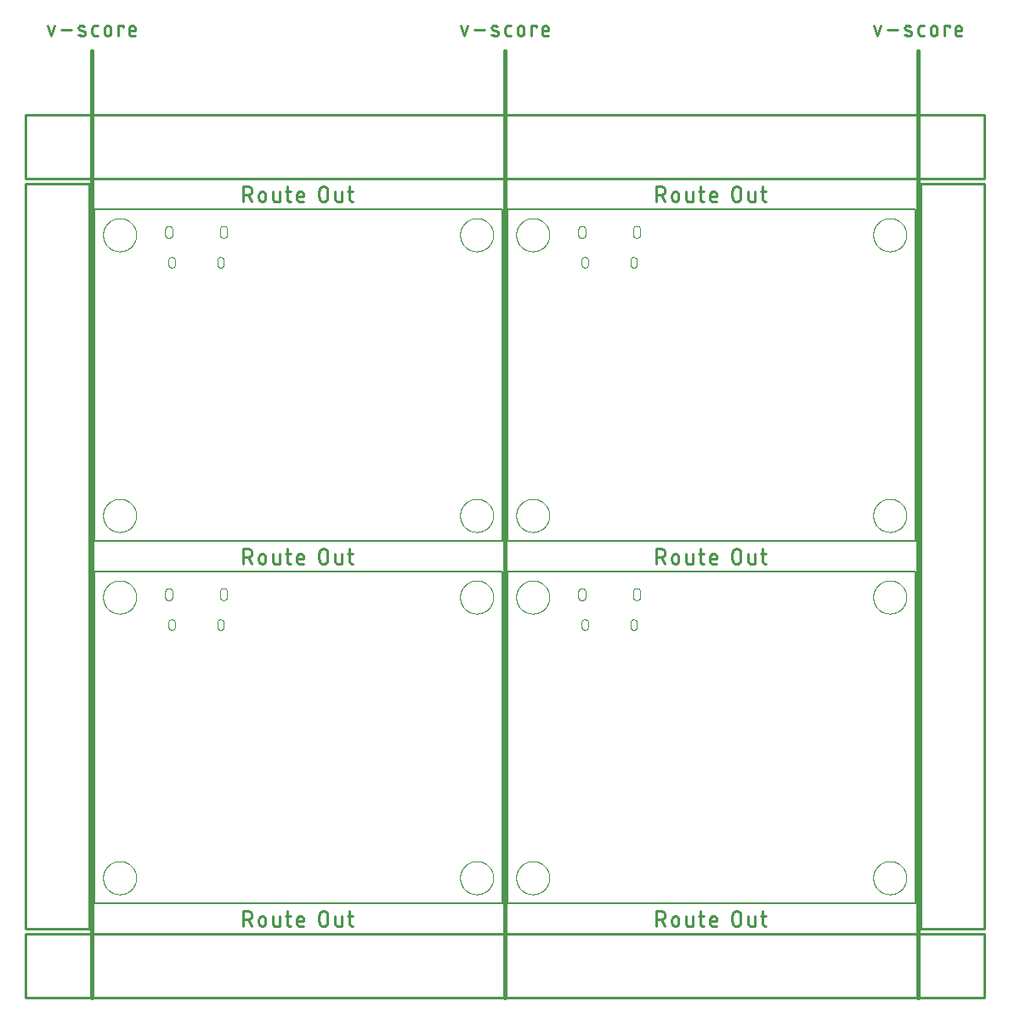
<source format=gko>
G75*
%MOIN*%
%OFA0B0*%
%FSLAX25Y25*%
%IPPOS*%
%LPD*%
%AMOC8*
5,1,8,0,0,1.08239X$1,22.5*
%
%ADD10C,0.00800*%
%ADD11C,0.00600*%
%ADD12C,0.01100*%
%ADD13C,0.01500*%
%ADD14C,0.01000*%
%ADD15C,0.00000*%
%ADD16C,0.00079*%
D10*
X0043342Y0038750D02*
X0043342Y0168750D01*
X0203342Y0168750D01*
X0205342Y0168750D02*
X0365342Y0168750D01*
X0365342Y0310750D02*
X0205342Y0310750D01*
X0205342Y0180750D01*
X0205342Y0168750D02*
X0205342Y0038750D01*
X0043342Y0180750D02*
X0043342Y0310750D01*
X0203342Y0310750D01*
D11*
X0203342Y0180750D01*
X0043342Y0180750D01*
X0043342Y0038750D02*
X0203342Y0038750D01*
X0203342Y0168750D01*
X0205342Y0180750D02*
X0365342Y0180750D01*
X0365342Y0310750D01*
X0365342Y0168750D02*
X0365342Y0038750D01*
X0205342Y0038750D01*
D12*
X0263887Y0035700D02*
X0263887Y0029800D01*
X0263887Y0032422D02*
X0265526Y0032422D01*
X0265853Y0032422D02*
X0267164Y0029800D01*
X0269904Y0031111D02*
X0269904Y0032422D01*
X0269906Y0032493D01*
X0269912Y0032564D01*
X0269921Y0032634D01*
X0269935Y0032704D01*
X0269952Y0032773D01*
X0269973Y0032841D01*
X0269997Y0032907D01*
X0270025Y0032972D01*
X0270057Y0033036D01*
X0270092Y0033098D01*
X0270130Y0033158D01*
X0270171Y0033215D01*
X0270216Y0033271D01*
X0270263Y0033324D01*
X0270313Y0033374D01*
X0270366Y0033421D01*
X0270422Y0033466D01*
X0270479Y0033507D01*
X0270539Y0033545D01*
X0270601Y0033580D01*
X0270665Y0033612D01*
X0270730Y0033640D01*
X0270796Y0033664D01*
X0270864Y0033685D01*
X0270933Y0033702D01*
X0271003Y0033716D01*
X0271073Y0033725D01*
X0271144Y0033731D01*
X0271215Y0033733D01*
X0271286Y0033731D01*
X0271357Y0033725D01*
X0271427Y0033716D01*
X0271497Y0033702D01*
X0271566Y0033685D01*
X0271634Y0033664D01*
X0271700Y0033640D01*
X0271765Y0033612D01*
X0271829Y0033580D01*
X0271891Y0033545D01*
X0271951Y0033507D01*
X0272008Y0033466D01*
X0272064Y0033421D01*
X0272117Y0033374D01*
X0272167Y0033324D01*
X0272214Y0033271D01*
X0272259Y0033215D01*
X0272300Y0033158D01*
X0272338Y0033098D01*
X0272373Y0033036D01*
X0272405Y0032972D01*
X0272433Y0032907D01*
X0272457Y0032841D01*
X0272478Y0032773D01*
X0272495Y0032704D01*
X0272509Y0032634D01*
X0272518Y0032564D01*
X0272524Y0032493D01*
X0272526Y0032422D01*
X0272526Y0031111D01*
X0272524Y0031040D01*
X0272518Y0030969D01*
X0272509Y0030899D01*
X0272495Y0030829D01*
X0272478Y0030760D01*
X0272457Y0030692D01*
X0272433Y0030626D01*
X0272405Y0030561D01*
X0272373Y0030497D01*
X0272338Y0030435D01*
X0272300Y0030375D01*
X0272259Y0030318D01*
X0272214Y0030262D01*
X0272167Y0030209D01*
X0272117Y0030159D01*
X0272064Y0030112D01*
X0272008Y0030067D01*
X0271951Y0030026D01*
X0271891Y0029988D01*
X0271829Y0029953D01*
X0271765Y0029921D01*
X0271700Y0029893D01*
X0271634Y0029869D01*
X0271566Y0029848D01*
X0271497Y0029831D01*
X0271427Y0029817D01*
X0271357Y0029808D01*
X0271286Y0029802D01*
X0271215Y0029800D01*
X0271144Y0029802D01*
X0271073Y0029808D01*
X0271003Y0029817D01*
X0270933Y0029831D01*
X0270864Y0029848D01*
X0270796Y0029869D01*
X0270730Y0029893D01*
X0270665Y0029921D01*
X0270601Y0029953D01*
X0270539Y0029988D01*
X0270479Y0030026D01*
X0270422Y0030067D01*
X0270366Y0030112D01*
X0270313Y0030159D01*
X0270263Y0030209D01*
X0270216Y0030262D01*
X0270171Y0030318D01*
X0270130Y0030375D01*
X0270092Y0030435D01*
X0270057Y0030497D01*
X0270025Y0030561D01*
X0269997Y0030626D01*
X0269973Y0030692D01*
X0269952Y0030760D01*
X0269935Y0030829D01*
X0269921Y0030899D01*
X0269912Y0030969D01*
X0269906Y0031040D01*
X0269904Y0031111D01*
X0265526Y0032422D02*
X0265605Y0032424D01*
X0265684Y0032430D01*
X0265763Y0032439D01*
X0265841Y0032453D01*
X0265918Y0032470D01*
X0265995Y0032490D01*
X0266070Y0032515D01*
X0266144Y0032543D01*
X0266217Y0032575D01*
X0266288Y0032610D01*
X0266357Y0032648D01*
X0266424Y0032690D01*
X0266489Y0032735D01*
X0266552Y0032783D01*
X0266613Y0032834D01*
X0266671Y0032888D01*
X0266726Y0032945D01*
X0266779Y0033004D01*
X0266828Y0033066D01*
X0266875Y0033130D01*
X0266918Y0033196D01*
X0266958Y0033264D01*
X0266995Y0033335D01*
X0267029Y0033406D01*
X0267058Y0033480D01*
X0267085Y0033555D01*
X0267107Y0033630D01*
X0267126Y0033707D01*
X0267142Y0033785D01*
X0267153Y0033863D01*
X0267161Y0033942D01*
X0267165Y0034021D01*
X0267165Y0034101D01*
X0267161Y0034180D01*
X0267153Y0034259D01*
X0267142Y0034337D01*
X0267126Y0034415D01*
X0267107Y0034492D01*
X0267085Y0034567D01*
X0267058Y0034642D01*
X0267029Y0034716D01*
X0266995Y0034787D01*
X0266958Y0034858D01*
X0266918Y0034926D01*
X0266875Y0034992D01*
X0266828Y0035056D01*
X0266779Y0035118D01*
X0266726Y0035177D01*
X0266671Y0035234D01*
X0266613Y0035288D01*
X0266552Y0035339D01*
X0266489Y0035387D01*
X0266424Y0035432D01*
X0266357Y0035474D01*
X0266288Y0035512D01*
X0266217Y0035547D01*
X0266144Y0035579D01*
X0266070Y0035607D01*
X0265995Y0035632D01*
X0265918Y0035652D01*
X0265841Y0035669D01*
X0265763Y0035683D01*
X0265684Y0035692D01*
X0265605Y0035698D01*
X0265526Y0035700D01*
X0263887Y0035700D01*
X0275442Y0033733D02*
X0275442Y0030783D01*
X0275443Y0030783D02*
X0275445Y0030721D01*
X0275451Y0030660D01*
X0275460Y0030599D01*
X0275474Y0030539D01*
X0275491Y0030479D01*
X0275512Y0030421D01*
X0275537Y0030364D01*
X0275565Y0030309D01*
X0275596Y0030256D01*
X0275631Y0030205D01*
X0275669Y0030156D01*
X0275709Y0030110D01*
X0275753Y0030066D01*
X0275799Y0030026D01*
X0275848Y0029988D01*
X0275899Y0029953D01*
X0275952Y0029922D01*
X0276007Y0029894D01*
X0276064Y0029869D01*
X0276122Y0029848D01*
X0276182Y0029831D01*
X0276242Y0029817D01*
X0276303Y0029808D01*
X0276364Y0029802D01*
X0276426Y0029800D01*
X0278065Y0029800D01*
X0278065Y0033733D01*
X0280419Y0033733D02*
X0282386Y0033733D01*
X0281075Y0035700D02*
X0281075Y0030783D01*
X0281077Y0030721D01*
X0281083Y0030660D01*
X0281092Y0030599D01*
X0281106Y0030539D01*
X0281123Y0030479D01*
X0281144Y0030421D01*
X0281169Y0030364D01*
X0281197Y0030309D01*
X0281228Y0030256D01*
X0281263Y0030205D01*
X0281301Y0030156D01*
X0281341Y0030110D01*
X0281385Y0030066D01*
X0281431Y0030026D01*
X0281480Y0029988D01*
X0281531Y0029953D01*
X0281584Y0029922D01*
X0281639Y0029894D01*
X0281696Y0029869D01*
X0281754Y0029848D01*
X0281814Y0029831D01*
X0281874Y0029817D01*
X0281935Y0029808D01*
X0281996Y0029802D01*
X0282058Y0029800D01*
X0282386Y0029800D01*
X0284879Y0030783D02*
X0284879Y0032422D01*
X0284879Y0031767D02*
X0287501Y0031767D01*
X0287501Y0032422D01*
X0287499Y0032493D01*
X0287493Y0032564D01*
X0287484Y0032634D01*
X0287470Y0032704D01*
X0287453Y0032773D01*
X0287432Y0032841D01*
X0287408Y0032907D01*
X0287380Y0032972D01*
X0287348Y0033036D01*
X0287313Y0033098D01*
X0287275Y0033158D01*
X0287234Y0033215D01*
X0287189Y0033271D01*
X0287142Y0033324D01*
X0287092Y0033374D01*
X0287039Y0033421D01*
X0286983Y0033466D01*
X0286926Y0033507D01*
X0286866Y0033545D01*
X0286804Y0033580D01*
X0286740Y0033612D01*
X0286675Y0033640D01*
X0286609Y0033664D01*
X0286541Y0033685D01*
X0286472Y0033702D01*
X0286402Y0033716D01*
X0286332Y0033725D01*
X0286261Y0033731D01*
X0286190Y0033733D01*
X0286119Y0033731D01*
X0286048Y0033725D01*
X0285978Y0033716D01*
X0285908Y0033702D01*
X0285839Y0033685D01*
X0285771Y0033664D01*
X0285705Y0033640D01*
X0285640Y0033612D01*
X0285576Y0033580D01*
X0285514Y0033545D01*
X0285454Y0033507D01*
X0285397Y0033466D01*
X0285341Y0033421D01*
X0285288Y0033374D01*
X0285238Y0033324D01*
X0285191Y0033271D01*
X0285146Y0033215D01*
X0285105Y0033158D01*
X0285067Y0033098D01*
X0285032Y0033036D01*
X0285000Y0032972D01*
X0284972Y0032907D01*
X0284948Y0032841D01*
X0284927Y0032773D01*
X0284910Y0032704D01*
X0284896Y0032634D01*
X0284887Y0032564D01*
X0284881Y0032493D01*
X0284879Y0032422D01*
X0284879Y0030783D02*
X0284881Y0030721D01*
X0284887Y0030660D01*
X0284896Y0030599D01*
X0284910Y0030539D01*
X0284927Y0030479D01*
X0284948Y0030421D01*
X0284973Y0030364D01*
X0285001Y0030309D01*
X0285032Y0030256D01*
X0285067Y0030205D01*
X0285105Y0030156D01*
X0285145Y0030110D01*
X0285189Y0030066D01*
X0285235Y0030026D01*
X0285284Y0029988D01*
X0285335Y0029953D01*
X0285388Y0029922D01*
X0285443Y0029894D01*
X0285500Y0029869D01*
X0285558Y0029848D01*
X0285618Y0029831D01*
X0285678Y0029817D01*
X0285739Y0029808D01*
X0285800Y0029802D01*
X0285862Y0029800D01*
X0287501Y0029800D01*
X0293577Y0031439D02*
X0293577Y0034061D01*
X0293579Y0034140D01*
X0293585Y0034219D01*
X0293594Y0034298D01*
X0293608Y0034376D01*
X0293625Y0034453D01*
X0293645Y0034530D01*
X0293670Y0034605D01*
X0293698Y0034679D01*
X0293730Y0034752D01*
X0293765Y0034823D01*
X0293803Y0034892D01*
X0293845Y0034959D01*
X0293890Y0035024D01*
X0293938Y0035087D01*
X0293989Y0035148D01*
X0294043Y0035206D01*
X0294100Y0035261D01*
X0294159Y0035314D01*
X0294221Y0035363D01*
X0294285Y0035410D01*
X0294351Y0035453D01*
X0294419Y0035493D01*
X0294490Y0035530D01*
X0294561Y0035564D01*
X0294635Y0035593D01*
X0294710Y0035620D01*
X0294785Y0035642D01*
X0294862Y0035661D01*
X0294940Y0035677D01*
X0295018Y0035688D01*
X0295097Y0035696D01*
X0295176Y0035700D01*
X0295256Y0035700D01*
X0295335Y0035696D01*
X0295414Y0035688D01*
X0295492Y0035677D01*
X0295570Y0035661D01*
X0295647Y0035642D01*
X0295722Y0035620D01*
X0295797Y0035593D01*
X0295871Y0035564D01*
X0295942Y0035530D01*
X0296013Y0035493D01*
X0296081Y0035453D01*
X0296147Y0035410D01*
X0296211Y0035363D01*
X0296273Y0035314D01*
X0296332Y0035261D01*
X0296389Y0035206D01*
X0296443Y0035148D01*
X0296494Y0035087D01*
X0296542Y0035024D01*
X0296587Y0034959D01*
X0296629Y0034892D01*
X0296667Y0034823D01*
X0296702Y0034752D01*
X0296734Y0034679D01*
X0296762Y0034605D01*
X0296787Y0034530D01*
X0296807Y0034453D01*
X0296824Y0034376D01*
X0296838Y0034298D01*
X0296847Y0034219D01*
X0296853Y0034140D01*
X0296855Y0034061D01*
X0296855Y0031439D01*
X0296853Y0031360D01*
X0296847Y0031281D01*
X0296838Y0031202D01*
X0296824Y0031124D01*
X0296807Y0031047D01*
X0296787Y0030970D01*
X0296762Y0030895D01*
X0296734Y0030821D01*
X0296702Y0030748D01*
X0296667Y0030677D01*
X0296629Y0030608D01*
X0296587Y0030541D01*
X0296542Y0030476D01*
X0296494Y0030413D01*
X0296443Y0030352D01*
X0296389Y0030294D01*
X0296332Y0030239D01*
X0296273Y0030186D01*
X0296211Y0030137D01*
X0296147Y0030090D01*
X0296081Y0030047D01*
X0296013Y0030007D01*
X0295942Y0029970D01*
X0295871Y0029936D01*
X0295797Y0029907D01*
X0295722Y0029880D01*
X0295647Y0029858D01*
X0295570Y0029839D01*
X0295492Y0029823D01*
X0295414Y0029812D01*
X0295335Y0029804D01*
X0295256Y0029800D01*
X0295176Y0029800D01*
X0295097Y0029804D01*
X0295018Y0029812D01*
X0294940Y0029823D01*
X0294862Y0029839D01*
X0294785Y0029858D01*
X0294710Y0029880D01*
X0294635Y0029907D01*
X0294561Y0029936D01*
X0294490Y0029970D01*
X0294419Y0030007D01*
X0294351Y0030047D01*
X0294285Y0030090D01*
X0294221Y0030137D01*
X0294159Y0030186D01*
X0294100Y0030239D01*
X0294043Y0030294D01*
X0293989Y0030352D01*
X0293938Y0030413D01*
X0293890Y0030476D01*
X0293845Y0030541D01*
X0293803Y0030608D01*
X0293765Y0030677D01*
X0293730Y0030748D01*
X0293698Y0030821D01*
X0293670Y0030895D01*
X0293645Y0030970D01*
X0293625Y0031047D01*
X0293608Y0031124D01*
X0293594Y0031202D01*
X0293585Y0031281D01*
X0293579Y0031360D01*
X0293577Y0031439D01*
X0299853Y0030783D02*
X0299853Y0033733D01*
X0302476Y0033733D02*
X0302476Y0029800D01*
X0300837Y0029800D01*
X0300775Y0029802D01*
X0300714Y0029808D01*
X0300653Y0029817D01*
X0300593Y0029831D01*
X0300533Y0029848D01*
X0300475Y0029869D01*
X0300418Y0029894D01*
X0300363Y0029922D01*
X0300310Y0029953D01*
X0300259Y0029988D01*
X0300210Y0030026D01*
X0300164Y0030066D01*
X0300120Y0030110D01*
X0300080Y0030156D01*
X0300042Y0030205D01*
X0300007Y0030256D01*
X0299976Y0030309D01*
X0299948Y0030364D01*
X0299923Y0030421D01*
X0299902Y0030479D01*
X0299885Y0030539D01*
X0299871Y0030599D01*
X0299862Y0030660D01*
X0299856Y0030721D01*
X0299854Y0030783D01*
X0305486Y0030783D02*
X0305486Y0035700D01*
X0304830Y0033733D02*
X0306797Y0033733D01*
X0305486Y0030783D02*
X0305488Y0030721D01*
X0305494Y0030660D01*
X0305503Y0030599D01*
X0305517Y0030539D01*
X0305534Y0030479D01*
X0305555Y0030421D01*
X0305580Y0030364D01*
X0305608Y0030309D01*
X0305639Y0030256D01*
X0305674Y0030205D01*
X0305712Y0030156D01*
X0305752Y0030110D01*
X0305796Y0030066D01*
X0305842Y0030026D01*
X0305891Y0029988D01*
X0305942Y0029953D01*
X0305995Y0029922D01*
X0306050Y0029894D01*
X0306107Y0029869D01*
X0306165Y0029848D01*
X0306225Y0029831D01*
X0306285Y0029817D01*
X0306346Y0029808D01*
X0306407Y0029802D01*
X0306469Y0029800D01*
X0306797Y0029800D01*
X0306469Y0171800D02*
X0306797Y0171800D01*
X0306469Y0171800D02*
X0306407Y0171802D01*
X0306346Y0171808D01*
X0306285Y0171817D01*
X0306225Y0171831D01*
X0306165Y0171848D01*
X0306107Y0171869D01*
X0306050Y0171894D01*
X0305995Y0171922D01*
X0305942Y0171953D01*
X0305891Y0171988D01*
X0305842Y0172026D01*
X0305796Y0172066D01*
X0305752Y0172110D01*
X0305712Y0172156D01*
X0305674Y0172205D01*
X0305639Y0172256D01*
X0305608Y0172309D01*
X0305580Y0172364D01*
X0305555Y0172421D01*
X0305534Y0172479D01*
X0305517Y0172539D01*
X0305503Y0172599D01*
X0305494Y0172660D01*
X0305488Y0172721D01*
X0305486Y0172783D01*
X0305486Y0177700D01*
X0304830Y0175733D02*
X0306797Y0175733D01*
X0302476Y0175733D02*
X0302476Y0171800D01*
X0300837Y0171800D01*
X0300775Y0171802D01*
X0300714Y0171808D01*
X0300653Y0171817D01*
X0300593Y0171831D01*
X0300533Y0171848D01*
X0300475Y0171869D01*
X0300418Y0171894D01*
X0300363Y0171922D01*
X0300310Y0171953D01*
X0300259Y0171988D01*
X0300210Y0172026D01*
X0300164Y0172066D01*
X0300120Y0172110D01*
X0300080Y0172156D01*
X0300042Y0172205D01*
X0300007Y0172256D01*
X0299976Y0172309D01*
X0299948Y0172364D01*
X0299923Y0172421D01*
X0299902Y0172479D01*
X0299885Y0172539D01*
X0299871Y0172599D01*
X0299862Y0172660D01*
X0299856Y0172721D01*
X0299854Y0172783D01*
X0299853Y0172783D02*
X0299853Y0175733D01*
X0296855Y0176061D02*
X0296855Y0173439D01*
X0296853Y0173360D01*
X0296847Y0173281D01*
X0296838Y0173202D01*
X0296824Y0173124D01*
X0296807Y0173047D01*
X0296787Y0172970D01*
X0296762Y0172895D01*
X0296734Y0172821D01*
X0296702Y0172748D01*
X0296667Y0172677D01*
X0296629Y0172608D01*
X0296587Y0172541D01*
X0296542Y0172476D01*
X0296494Y0172413D01*
X0296443Y0172352D01*
X0296389Y0172294D01*
X0296332Y0172239D01*
X0296273Y0172186D01*
X0296211Y0172137D01*
X0296147Y0172090D01*
X0296081Y0172047D01*
X0296013Y0172007D01*
X0295942Y0171970D01*
X0295871Y0171936D01*
X0295797Y0171907D01*
X0295722Y0171880D01*
X0295647Y0171858D01*
X0295570Y0171839D01*
X0295492Y0171823D01*
X0295414Y0171812D01*
X0295335Y0171804D01*
X0295256Y0171800D01*
X0295176Y0171800D01*
X0295097Y0171804D01*
X0295018Y0171812D01*
X0294940Y0171823D01*
X0294862Y0171839D01*
X0294785Y0171858D01*
X0294710Y0171880D01*
X0294635Y0171907D01*
X0294561Y0171936D01*
X0294490Y0171970D01*
X0294419Y0172007D01*
X0294351Y0172047D01*
X0294285Y0172090D01*
X0294221Y0172137D01*
X0294159Y0172186D01*
X0294100Y0172239D01*
X0294043Y0172294D01*
X0293989Y0172352D01*
X0293938Y0172413D01*
X0293890Y0172476D01*
X0293845Y0172541D01*
X0293803Y0172608D01*
X0293765Y0172677D01*
X0293730Y0172748D01*
X0293698Y0172821D01*
X0293670Y0172895D01*
X0293645Y0172970D01*
X0293625Y0173047D01*
X0293608Y0173124D01*
X0293594Y0173202D01*
X0293585Y0173281D01*
X0293579Y0173360D01*
X0293577Y0173439D01*
X0293577Y0176061D01*
X0293579Y0176140D01*
X0293585Y0176219D01*
X0293594Y0176298D01*
X0293608Y0176376D01*
X0293625Y0176453D01*
X0293645Y0176530D01*
X0293670Y0176605D01*
X0293698Y0176679D01*
X0293730Y0176752D01*
X0293765Y0176823D01*
X0293803Y0176892D01*
X0293845Y0176959D01*
X0293890Y0177024D01*
X0293938Y0177087D01*
X0293989Y0177148D01*
X0294043Y0177206D01*
X0294100Y0177261D01*
X0294159Y0177314D01*
X0294221Y0177363D01*
X0294285Y0177410D01*
X0294351Y0177453D01*
X0294419Y0177493D01*
X0294490Y0177530D01*
X0294561Y0177564D01*
X0294635Y0177593D01*
X0294710Y0177620D01*
X0294785Y0177642D01*
X0294862Y0177661D01*
X0294940Y0177677D01*
X0295018Y0177688D01*
X0295097Y0177696D01*
X0295176Y0177700D01*
X0295256Y0177700D01*
X0295335Y0177696D01*
X0295414Y0177688D01*
X0295492Y0177677D01*
X0295570Y0177661D01*
X0295647Y0177642D01*
X0295722Y0177620D01*
X0295797Y0177593D01*
X0295871Y0177564D01*
X0295942Y0177530D01*
X0296013Y0177493D01*
X0296081Y0177453D01*
X0296147Y0177410D01*
X0296211Y0177363D01*
X0296273Y0177314D01*
X0296332Y0177261D01*
X0296389Y0177206D01*
X0296443Y0177148D01*
X0296494Y0177087D01*
X0296542Y0177024D01*
X0296587Y0176959D01*
X0296629Y0176892D01*
X0296667Y0176823D01*
X0296702Y0176752D01*
X0296734Y0176679D01*
X0296762Y0176605D01*
X0296787Y0176530D01*
X0296807Y0176453D01*
X0296824Y0176376D01*
X0296838Y0176298D01*
X0296847Y0176219D01*
X0296853Y0176140D01*
X0296855Y0176061D01*
X0287501Y0174422D02*
X0287501Y0173767D01*
X0284879Y0173767D01*
X0284879Y0174422D02*
X0284879Y0172783D01*
X0284881Y0172721D01*
X0284887Y0172660D01*
X0284896Y0172599D01*
X0284910Y0172539D01*
X0284927Y0172479D01*
X0284948Y0172421D01*
X0284973Y0172364D01*
X0285001Y0172309D01*
X0285032Y0172256D01*
X0285067Y0172205D01*
X0285105Y0172156D01*
X0285145Y0172110D01*
X0285189Y0172066D01*
X0285235Y0172026D01*
X0285284Y0171988D01*
X0285335Y0171953D01*
X0285388Y0171922D01*
X0285443Y0171894D01*
X0285500Y0171869D01*
X0285558Y0171848D01*
X0285618Y0171831D01*
X0285678Y0171817D01*
X0285739Y0171808D01*
X0285800Y0171802D01*
X0285862Y0171800D01*
X0287501Y0171800D01*
X0287501Y0174422D02*
X0287499Y0174493D01*
X0287493Y0174564D01*
X0287484Y0174634D01*
X0287470Y0174704D01*
X0287453Y0174773D01*
X0287432Y0174841D01*
X0287408Y0174907D01*
X0287380Y0174972D01*
X0287348Y0175036D01*
X0287313Y0175098D01*
X0287275Y0175158D01*
X0287234Y0175215D01*
X0287189Y0175271D01*
X0287142Y0175324D01*
X0287092Y0175374D01*
X0287039Y0175421D01*
X0286983Y0175466D01*
X0286926Y0175507D01*
X0286866Y0175545D01*
X0286804Y0175580D01*
X0286740Y0175612D01*
X0286675Y0175640D01*
X0286609Y0175664D01*
X0286541Y0175685D01*
X0286472Y0175702D01*
X0286402Y0175716D01*
X0286332Y0175725D01*
X0286261Y0175731D01*
X0286190Y0175733D01*
X0286119Y0175731D01*
X0286048Y0175725D01*
X0285978Y0175716D01*
X0285908Y0175702D01*
X0285839Y0175685D01*
X0285771Y0175664D01*
X0285705Y0175640D01*
X0285640Y0175612D01*
X0285576Y0175580D01*
X0285514Y0175545D01*
X0285454Y0175507D01*
X0285397Y0175466D01*
X0285341Y0175421D01*
X0285288Y0175374D01*
X0285238Y0175324D01*
X0285191Y0175271D01*
X0285146Y0175215D01*
X0285105Y0175158D01*
X0285067Y0175098D01*
X0285032Y0175036D01*
X0285000Y0174972D01*
X0284972Y0174907D01*
X0284948Y0174841D01*
X0284927Y0174773D01*
X0284910Y0174704D01*
X0284896Y0174634D01*
X0284887Y0174564D01*
X0284881Y0174493D01*
X0284879Y0174422D01*
X0282386Y0175733D02*
X0280419Y0175733D01*
X0281075Y0177700D02*
X0281075Y0172783D01*
X0281077Y0172721D01*
X0281083Y0172660D01*
X0281092Y0172599D01*
X0281106Y0172539D01*
X0281123Y0172479D01*
X0281144Y0172421D01*
X0281169Y0172364D01*
X0281197Y0172309D01*
X0281228Y0172256D01*
X0281263Y0172205D01*
X0281301Y0172156D01*
X0281341Y0172110D01*
X0281385Y0172066D01*
X0281431Y0172026D01*
X0281480Y0171988D01*
X0281531Y0171953D01*
X0281584Y0171922D01*
X0281639Y0171894D01*
X0281696Y0171869D01*
X0281754Y0171848D01*
X0281814Y0171831D01*
X0281874Y0171817D01*
X0281935Y0171808D01*
X0281996Y0171802D01*
X0282058Y0171800D01*
X0282386Y0171800D01*
X0278065Y0171800D02*
X0278065Y0175733D01*
X0275442Y0175733D02*
X0275442Y0172783D01*
X0275443Y0172783D02*
X0275445Y0172721D01*
X0275451Y0172660D01*
X0275460Y0172599D01*
X0275474Y0172539D01*
X0275491Y0172479D01*
X0275512Y0172421D01*
X0275537Y0172364D01*
X0275565Y0172309D01*
X0275596Y0172256D01*
X0275631Y0172205D01*
X0275669Y0172156D01*
X0275709Y0172110D01*
X0275753Y0172066D01*
X0275799Y0172026D01*
X0275848Y0171988D01*
X0275899Y0171953D01*
X0275952Y0171922D01*
X0276007Y0171894D01*
X0276064Y0171869D01*
X0276122Y0171848D01*
X0276182Y0171831D01*
X0276242Y0171817D01*
X0276303Y0171808D01*
X0276364Y0171802D01*
X0276426Y0171800D01*
X0278065Y0171800D01*
X0272526Y0173111D02*
X0272526Y0174422D01*
X0272524Y0174493D01*
X0272518Y0174564D01*
X0272509Y0174634D01*
X0272495Y0174704D01*
X0272478Y0174773D01*
X0272457Y0174841D01*
X0272433Y0174907D01*
X0272405Y0174972D01*
X0272373Y0175036D01*
X0272338Y0175098D01*
X0272300Y0175158D01*
X0272259Y0175215D01*
X0272214Y0175271D01*
X0272167Y0175324D01*
X0272117Y0175374D01*
X0272064Y0175421D01*
X0272008Y0175466D01*
X0271951Y0175507D01*
X0271891Y0175545D01*
X0271829Y0175580D01*
X0271765Y0175612D01*
X0271700Y0175640D01*
X0271634Y0175664D01*
X0271566Y0175685D01*
X0271497Y0175702D01*
X0271427Y0175716D01*
X0271357Y0175725D01*
X0271286Y0175731D01*
X0271215Y0175733D01*
X0271144Y0175731D01*
X0271073Y0175725D01*
X0271003Y0175716D01*
X0270933Y0175702D01*
X0270864Y0175685D01*
X0270796Y0175664D01*
X0270730Y0175640D01*
X0270665Y0175612D01*
X0270601Y0175580D01*
X0270539Y0175545D01*
X0270479Y0175507D01*
X0270422Y0175466D01*
X0270366Y0175421D01*
X0270313Y0175374D01*
X0270263Y0175324D01*
X0270216Y0175271D01*
X0270171Y0175215D01*
X0270130Y0175158D01*
X0270092Y0175098D01*
X0270057Y0175036D01*
X0270025Y0174972D01*
X0269997Y0174907D01*
X0269973Y0174841D01*
X0269952Y0174773D01*
X0269935Y0174704D01*
X0269921Y0174634D01*
X0269912Y0174564D01*
X0269906Y0174493D01*
X0269904Y0174422D01*
X0269904Y0173111D01*
X0269906Y0173040D01*
X0269912Y0172969D01*
X0269921Y0172899D01*
X0269935Y0172829D01*
X0269952Y0172760D01*
X0269973Y0172692D01*
X0269997Y0172626D01*
X0270025Y0172561D01*
X0270057Y0172497D01*
X0270092Y0172435D01*
X0270130Y0172375D01*
X0270171Y0172318D01*
X0270216Y0172262D01*
X0270263Y0172209D01*
X0270313Y0172159D01*
X0270366Y0172112D01*
X0270422Y0172067D01*
X0270479Y0172026D01*
X0270539Y0171988D01*
X0270601Y0171953D01*
X0270665Y0171921D01*
X0270730Y0171893D01*
X0270796Y0171869D01*
X0270864Y0171848D01*
X0270933Y0171831D01*
X0271003Y0171817D01*
X0271073Y0171808D01*
X0271144Y0171802D01*
X0271215Y0171800D01*
X0271286Y0171802D01*
X0271357Y0171808D01*
X0271427Y0171817D01*
X0271497Y0171831D01*
X0271566Y0171848D01*
X0271634Y0171869D01*
X0271700Y0171893D01*
X0271765Y0171921D01*
X0271829Y0171953D01*
X0271891Y0171988D01*
X0271951Y0172026D01*
X0272008Y0172067D01*
X0272064Y0172112D01*
X0272117Y0172159D01*
X0272167Y0172209D01*
X0272214Y0172262D01*
X0272259Y0172318D01*
X0272300Y0172375D01*
X0272338Y0172435D01*
X0272373Y0172497D01*
X0272405Y0172561D01*
X0272433Y0172626D01*
X0272457Y0172692D01*
X0272478Y0172760D01*
X0272495Y0172829D01*
X0272509Y0172899D01*
X0272518Y0172969D01*
X0272524Y0173040D01*
X0272526Y0173111D01*
X0267164Y0171800D02*
X0265853Y0174422D01*
X0265526Y0174422D02*
X0263887Y0174422D01*
X0265526Y0174422D02*
X0265605Y0174424D01*
X0265684Y0174430D01*
X0265763Y0174439D01*
X0265841Y0174453D01*
X0265918Y0174470D01*
X0265995Y0174490D01*
X0266070Y0174515D01*
X0266144Y0174543D01*
X0266217Y0174575D01*
X0266288Y0174610D01*
X0266357Y0174648D01*
X0266424Y0174690D01*
X0266489Y0174735D01*
X0266552Y0174783D01*
X0266613Y0174834D01*
X0266671Y0174888D01*
X0266726Y0174945D01*
X0266779Y0175004D01*
X0266828Y0175066D01*
X0266875Y0175130D01*
X0266918Y0175196D01*
X0266958Y0175264D01*
X0266995Y0175335D01*
X0267029Y0175406D01*
X0267058Y0175480D01*
X0267085Y0175555D01*
X0267107Y0175630D01*
X0267126Y0175707D01*
X0267142Y0175785D01*
X0267153Y0175863D01*
X0267161Y0175942D01*
X0267165Y0176021D01*
X0267165Y0176101D01*
X0267161Y0176180D01*
X0267153Y0176259D01*
X0267142Y0176337D01*
X0267126Y0176415D01*
X0267107Y0176492D01*
X0267085Y0176567D01*
X0267058Y0176642D01*
X0267029Y0176716D01*
X0266995Y0176787D01*
X0266958Y0176858D01*
X0266918Y0176926D01*
X0266875Y0176992D01*
X0266828Y0177056D01*
X0266779Y0177118D01*
X0266726Y0177177D01*
X0266671Y0177234D01*
X0266613Y0177288D01*
X0266552Y0177339D01*
X0266489Y0177387D01*
X0266424Y0177432D01*
X0266357Y0177474D01*
X0266288Y0177512D01*
X0266217Y0177547D01*
X0266144Y0177579D01*
X0266070Y0177607D01*
X0265995Y0177632D01*
X0265918Y0177652D01*
X0265841Y0177669D01*
X0265763Y0177683D01*
X0265684Y0177692D01*
X0265605Y0177698D01*
X0265526Y0177700D01*
X0263887Y0177700D01*
X0263887Y0171800D01*
X0144797Y0171800D02*
X0144469Y0171800D01*
X0144407Y0171802D01*
X0144346Y0171808D01*
X0144285Y0171817D01*
X0144225Y0171831D01*
X0144165Y0171848D01*
X0144107Y0171869D01*
X0144050Y0171894D01*
X0143995Y0171922D01*
X0143942Y0171953D01*
X0143891Y0171988D01*
X0143842Y0172026D01*
X0143796Y0172066D01*
X0143752Y0172110D01*
X0143712Y0172156D01*
X0143674Y0172205D01*
X0143639Y0172256D01*
X0143608Y0172309D01*
X0143580Y0172364D01*
X0143555Y0172421D01*
X0143534Y0172479D01*
X0143517Y0172539D01*
X0143503Y0172599D01*
X0143494Y0172660D01*
X0143488Y0172721D01*
X0143486Y0172783D01*
X0143486Y0177700D01*
X0142830Y0175733D02*
X0144797Y0175733D01*
X0140476Y0175733D02*
X0140476Y0171800D01*
X0138837Y0171800D01*
X0138775Y0171802D01*
X0138714Y0171808D01*
X0138653Y0171817D01*
X0138593Y0171831D01*
X0138533Y0171848D01*
X0138475Y0171869D01*
X0138418Y0171894D01*
X0138363Y0171922D01*
X0138310Y0171953D01*
X0138259Y0171988D01*
X0138210Y0172026D01*
X0138164Y0172066D01*
X0138120Y0172110D01*
X0138080Y0172156D01*
X0138042Y0172205D01*
X0138007Y0172256D01*
X0137976Y0172309D01*
X0137948Y0172364D01*
X0137923Y0172421D01*
X0137902Y0172479D01*
X0137885Y0172539D01*
X0137871Y0172599D01*
X0137862Y0172660D01*
X0137856Y0172721D01*
X0137854Y0172783D01*
X0137853Y0172783D02*
X0137853Y0175733D01*
X0134855Y0176061D02*
X0134855Y0173439D01*
X0134853Y0173360D01*
X0134847Y0173281D01*
X0134838Y0173202D01*
X0134824Y0173124D01*
X0134807Y0173047D01*
X0134787Y0172970D01*
X0134762Y0172895D01*
X0134734Y0172821D01*
X0134702Y0172748D01*
X0134667Y0172677D01*
X0134629Y0172608D01*
X0134587Y0172541D01*
X0134542Y0172476D01*
X0134494Y0172413D01*
X0134443Y0172352D01*
X0134389Y0172294D01*
X0134332Y0172239D01*
X0134273Y0172186D01*
X0134211Y0172137D01*
X0134147Y0172090D01*
X0134081Y0172047D01*
X0134013Y0172007D01*
X0133942Y0171970D01*
X0133871Y0171936D01*
X0133797Y0171907D01*
X0133722Y0171880D01*
X0133647Y0171858D01*
X0133570Y0171839D01*
X0133492Y0171823D01*
X0133414Y0171812D01*
X0133335Y0171804D01*
X0133256Y0171800D01*
X0133176Y0171800D01*
X0133097Y0171804D01*
X0133018Y0171812D01*
X0132940Y0171823D01*
X0132862Y0171839D01*
X0132785Y0171858D01*
X0132710Y0171880D01*
X0132635Y0171907D01*
X0132561Y0171936D01*
X0132490Y0171970D01*
X0132419Y0172007D01*
X0132351Y0172047D01*
X0132285Y0172090D01*
X0132221Y0172137D01*
X0132159Y0172186D01*
X0132100Y0172239D01*
X0132043Y0172294D01*
X0131989Y0172352D01*
X0131938Y0172413D01*
X0131890Y0172476D01*
X0131845Y0172541D01*
X0131803Y0172608D01*
X0131765Y0172677D01*
X0131730Y0172748D01*
X0131698Y0172821D01*
X0131670Y0172895D01*
X0131645Y0172970D01*
X0131625Y0173047D01*
X0131608Y0173124D01*
X0131594Y0173202D01*
X0131585Y0173281D01*
X0131579Y0173360D01*
X0131577Y0173439D01*
X0131577Y0176061D01*
X0131579Y0176140D01*
X0131585Y0176219D01*
X0131594Y0176298D01*
X0131608Y0176376D01*
X0131625Y0176453D01*
X0131645Y0176530D01*
X0131670Y0176605D01*
X0131698Y0176679D01*
X0131730Y0176752D01*
X0131765Y0176823D01*
X0131803Y0176892D01*
X0131845Y0176959D01*
X0131890Y0177024D01*
X0131938Y0177087D01*
X0131989Y0177148D01*
X0132043Y0177206D01*
X0132100Y0177261D01*
X0132159Y0177314D01*
X0132221Y0177363D01*
X0132285Y0177410D01*
X0132351Y0177453D01*
X0132419Y0177493D01*
X0132490Y0177530D01*
X0132561Y0177564D01*
X0132635Y0177593D01*
X0132710Y0177620D01*
X0132785Y0177642D01*
X0132862Y0177661D01*
X0132940Y0177677D01*
X0133018Y0177688D01*
X0133097Y0177696D01*
X0133176Y0177700D01*
X0133256Y0177700D01*
X0133335Y0177696D01*
X0133414Y0177688D01*
X0133492Y0177677D01*
X0133570Y0177661D01*
X0133647Y0177642D01*
X0133722Y0177620D01*
X0133797Y0177593D01*
X0133871Y0177564D01*
X0133942Y0177530D01*
X0134013Y0177493D01*
X0134081Y0177453D01*
X0134147Y0177410D01*
X0134211Y0177363D01*
X0134273Y0177314D01*
X0134332Y0177261D01*
X0134389Y0177206D01*
X0134443Y0177148D01*
X0134494Y0177087D01*
X0134542Y0177024D01*
X0134587Y0176959D01*
X0134629Y0176892D01*
X0134667Y0176823D01*
X0134702Y0176752D01*
X0134734Y0176679D01*
X0134762Y0176605D01*
X0134787Y0176530D01*
X0134807Y0176453D01*
X0134824Y0176376D01*
X0134838Y0176298D01*
X0134847Y0176219D01*
X0134853Y0176140D01*
X0134855Y0176061D01*
X0125501Y0174422D02*
X0125501Y0173767D01*
X0122879Y0173767D01*
X0122879Y0174422D02*
X0122879Y0172783D01*
X0122881Y0172721D01*
X0122887Y0172660D01*
X0122896Y0172599D01*
X0122910Y0172539D01*
X0122927Y0172479D01*
X0122948Y0172421D01*
X0122973Y0172364D01*
X0123001Y0172309D01*
X0123032Y0172256D01*
X0123067Y0172205D01*
X0123105Y0172156D01*
X0123145Y0172110D01*
X0123189Y0172066D01*
X0123235Y0172026D01*
X0123284Y0171988D01*
X0123335Y0171953D01*
X0123388Y0171922D01*
X0123443Y0171894D01*
X0123500Y0171869D01*
X0123558Y0171848D01*
X0123618Y0171831D01*
X0123678Y0171817D01*
X0123739Y0171808D01*
X0123800Y0171802D01*
X0123862Y0171800D01*
X0125501Y0171800D01*
X0125501Y0174422D02*
X0125499Y0174493D01*
X0125493Y0174564D01*
X0125484Y0174634D01*
X0125470Y0174704D01*
X0125453Y0174773D01*
X0125432Y0174841D01*
X0125408Y0174907D01*
X0125380Y0174972D01*
X0125348Y0175036D01*
X0125313Y0175098D01*
X0125275Y0175158D01*
X0125234Y0175215D01*
X0125189Y0175271D01*
X0125142Y0175324D01*
X0125092Y0175374D01*
X0125039Y0175421D01*
X0124983Y0175466D01*
X0124926Y0175507D01*
X0124866Y0175545D01*
X0124804Y0175580D01*
X0124740Y0175612D01*
X0124675Y0175640D01*
X0124609Y0175664D01*
X0124541Y0175685D01*
X0124472Y0175702D01*
X0124402Y0175716D01*
X0124332Y0175725D01*
X0124261Y0175731D01*
X0124190Y0175733D01*
X0124119Y0175731D01*
X0124048Y0175725D01*
X0123978Y0175716D01*
X0123908Y0175702D01*
X0123839Y0175685D01*
X0123771Y0175664D01*
X0123705Y0175640D01*
X0123640Y0175612D01*
X0123576Y0175580D01*
X0123514Y0175545D01*
X0123454Y0175507D01*
X0123397Y0175466D01*
X0123341Y0175421D01*
X0123288Y0175374D01*
X0123238Y0175324D01*
X0123191Y0175271D01*
X0123146Y0175215D01*
X0123105Y0175158D01*
X0123067Y0175098D01*
X0123032Y0175036D01*
X0123000Y0174972D01*
X0122972Y0174907D01*
X0122948Y0174841D01*
X0122927Y0174773D01*
X0122910Y0174704D01*
X0122896Y0174634D01*
X0122887Y0174564D01*
X0122881Y0174493D01*
X0122879Y0174422D01*
X0120386Y0175733D02*
X0118419Y0175733D01*
X0119075Y0177700D02*
X0119075Y0172783D01*
X0119077Y0172721D01*
X0119083Y0172660D01*
X0119092Y0172599D01*
X0119106Y0172539D01*
X0119123Y0172479D01*
X0119144Y0172421D01*
X0119169Y0172364D01*
X0119197Y0172309D01*
X0119228Y0172256D01*
X0119263Y0172205D01*
X0119301Y0172156D01*
X0119341Y0172110D01*
X0119385Y0172066D01*
X0119431Y0172026D01*
X0119480Y0171988D01*
X0119531Y0171953D01*
X0119584Y0171922D01*
X0119639Y0171894D01*
X0119696Y0171869D01*
X0119754Y0171848D01*
X0119814Y0171831D01*
X0119874Y0171817D01*
X0119935Y0171808D01*
X0119996Y0171802D01*
X0120058Y0171800D01*
X0120386Y0171800D01*
X0116065Y0171800D02*
X0116065Y0175733D01*
X0113442Y0175733D02*
X0113442Y0172783D01*
X0113443Y0172783D02*
X0113445Y0172721D01*
X0113451Y0172660D01*
X0113460Y0172599D01*
X0113474Y0172539D01*
X0113491Y0172479D01*
X0113512Y0172421D01*
X0113537Y0172364D01*
X0113565Y0172309D01*
X0113596Y0172256D01*
X0113631Y0172205D01*
X0113669Y0172156D01*
X0113709Y0172110D01*
X0113753Y0172066D01*
X0113799Y0172026D01*
X0113848Y0171988D01*
X0113899Y0171953D01*
X0113952Y0171922D01*
X0114007Y0171894D01*
X0114064Y0171869D01*
X0114122Y0171848D01*
X0114182Y0171831D01*
X0114242Y0171817D01*
X0114303Y0171808D01*
X0114364Y0171802D01*
X0114426Y0171800D01*
X0116065Y0171800D01*
X0110526Y0173111D02*
X0110526Y0174422D01*
X0110524Y0174493D01*
X0110518Y0174564D01*
X0110509Y0174634D01*
X0110495Y0174704D01*
X0110478Y0174773D01*
X0110457Y0174841D01*
X0110433Y0174907D01*
X0110405Y0174972D01*
X0110373Y0175036D01*
X0110338Y0175098D01*
X0110300Y0175158D01*
X0110259Y0175215D01*
X0110214Y0175271D01*
X0110167Y0175324D01*
X0110117Y0175374D01*
X0110064Y0175421D01*
X0110008Y0175466D01*
X0109951Y0175507D01*
X0109891Y0175545D01*
X0109829Y0175580D01*
X0109765Y0175612D01*
X0109700Y0175640D01*
X0109634Y0175664D01*
X0109566Y0175685D01*
X0109497Y0175702D01*
X0109427Y0175716D01*
X0109357Y0175725D01*
X0109286Y0175731D01*
X0109215Y0175733D01*
X0109144Y0175731D01*
X0109073Y0175725D01*
X0109003Y0175716D01*
X0108933Y0175702D01*
X0108864Y0175685D01*
X0108796Y0175664D01*
X0108730Y0175640D01*
X0108665Y0175612D01*
X0108601Y0175580D01*
X0108539Y0175545D01*
X0108479Y0175507D01*
X0108422Y0175466D01*
X0108366Y0175421D01*
X0108313Y0175374D01*
X0108263Y0175324D01*
X0108216Y0175271D01*
X0108171Y0175215D01*
X0108130Y0175158D01*
X0108092Y0175098D01*
X0108057Y0175036D01*
X0108025Y0174972D01*
X0107997Y0174907D01*
X0107973Y0174841D01*
X0107952Y0174773D01*
X0107935Y0174704D01*
X0107921Y0174634D01*
X0107912Y0174564D01*
X0107906Y0174493D01*
X0107904Y0174422D01*
X0107904Y0173111D01*
X0107906Y0173040D01*
X0107912Y0172969D01*
X0107921Y0172899D01*
X0107935Y0172829D01*
X0107952Y0172760D01*
X0107973Y0172692D01*
X0107997Y0172626D01*
X0108025Y0172561D01*
X0108057Y0172497D01*
X0108092Y0172435D01*
X0108130Y0172375D01*
X0108171Y0172318D01*
X0108216Y0172262D01*
X0108263Y0172209D01*
X0108313Y0172159D01*
X0108366Y0172112D01*
X0108422Y0172067D01*
X0108479Y0172026D01*
X0108539Y0171988D01*
X0108601Y0171953D01*
X0108665Y0171921D01*
X0108730Y0171893D01*
X0108796Y0171869D01*
X0108864Y0171848D01*
X0108933Y0171831D01*
X0109003Y0171817D01*
X0109073Y0171808D01*
X0109144Y0171802D01*
X0109215Y0171800D01*
X0109286Y0171802D01*
X0109357Y0171808D01*
X0109427Y0171817D01*
X0109497Y0171831D01*
X0109566Y0171848D01*
X0109634Y0171869D01*
X0109700Y0171893D01*
X0109765Y0171921D01*
X0109829Y0171953D01*
X0109891Y0171988D01*
X0109951Y0172026D01*
X0110008Y0172067D01*
X0110064Y0172112D01*
X0110117Y0172159D01*
X0110167Y0172209D01*
X0110214Y0172262D01*
X0110259Y0172318D01*
X0110300Y0172375D01*
X0110338Y0172435D01*
X0110373Y0172497D01*
X0110405Y0172561D01*
X0110433Y0172626D01*
X0110457Y0172692D01*
X0110478Y0172760D01*
X0110495Y0172829D01*
X0110509Y0172899D01*
X0110518Y0172969D01*
X0110524Y0173040D01*
X0110526Y0173111D01*
X0105164Y0171800D02*
X0103853Y0174422D01*
X0103526Y0174422D02*
X0101887Y0174422D01*
X0103526Y0174422D02*
X0103605Y0174424D01*
X0103684Y0174430D01*
X0103763Y0174439D01*
X0103841Y0174453D01*
X0103918Y0174470D01*
X0103995Y0174490D01*
X0104070Y0174515D01*
X0104144Y0174543D01*
X0104217Y0174575D01*
X0104288Y0174610D01*
X0104357Y0174648D01*
X0104424Y0174690D01*
X0104489Y0174735D01*
X0104552Y0174783D01*
X0104613Y0174834D01*
X0104671Y0174888D01*
X0104726Y0174945D01*
X0104779Y0175004D01*
X0104828Y0175066D01*
X0104875Y0175130D01*
X0104918Y0175196D01*
X0104958Y0175264D01*
X0104995Y0175335D01*
X0105029Y0175406D01*
X0105058Y0175480D01*
X0105085Y0175555D01*
X0105107Y0175630D01*
X0105126Y0175707D01*
X0105142Y0175785D01*
X0105153Y0175863D01*
X0105161Y0175942D01*
X0105165Y0176021D01*
X0105165Y0176101D01*
X0105161Y0176180D01*
X0105153Y0176259D01*
X0105142Y0176337D01*
X0105126Y0176415D01*
X0105107Y0176492D01*
X0105085Y0176567D01*
X0105058Y0176642D01*
X0105029Y0176716D01*
X0104995Y0176787D01*
X0104958Y0176858D01*
X0104918Y0176926D01*
X0104875Y0176992D01*
X0104828Y0177056D01*
X0104779Y0177118D01*
X0104726Y0177177D01*
X0104671Y0177234D01*
X0104613Y0177288D01*
X0104552Y0177339D01*
X0104489Y0177387D01*
X0104424Y0177432D01*
X0104357Y0177474D01*
X0104288Y0177512D01*
X0104217Y0177547D01*
X0104144Y0177579D01*
X0104070Y0177607D01*
X0103995Y0177632D01*
X0103918Y0177652D01*
X0103841Y0177669D01*
X0103763Y0177683D01*
X0103684Y0177692D01*
X0103605Y0177698D01*
X0103526Y0177700D01*
X0101887Y0177700D01*
X0101887Y0171800D01*
X0101887Y0035700D02*
X0103526Y0035700D01*
X0103605Y0035698D01*
X0103684Y0035692D01*
X0103763Y0035683D01*
X0103841Y0035669D01*
X0103918Y0035652D01*
X0103995Y0035632D01*
X0104070Y0035607D01*
X0104144Y0035579D01*
X0104217Y0035547D01*
X0104288Y0035512D01*
X0104357Y0035474D01*
X0104424Y0035432D01*
X0104489Y0035387D01*
X0104552Y0035339D01*
X0104613Y0035288D01*
X0104671Y0035234D01*
X0104726Y0035177D01*
X0104779Y0035118D01*
X0104828Y0035056D01*
X0104875Y0034992D01*
X0104918Y0034926D01*
X0104958Y0034858D01*
X0104995Y0034787D01*
X0105029Y0034716D01*
X0105058Y0034642D01*
X0105085Y0034567D01*
X0105107Y0034492D01*
X0105126Y0034415D01*
X0105142Y0034337D01*
X0105153Y0034259D01*
X0105161Y0034180D01*
X0105165Y0034101D01*
X0105165Y0034021D01*
X0105161Y0033942D01*
X0105153Y0033863D01*
X0105142Y0033785D01*
X0105126Y0033707D01*
X0105107Y0033630D01*
X0105085Y0033555D01*
X0105058Y0033480D01*
X0105029Y0033406D01*
X0104995Y0033335D01*
X0104958Y0033264D01*
X0104918Y0033196D01*
X0104875Y0033130D01*
X0104828Y0033066D01*
X0104779Y0033004D01*
X0104726Y0032945D01*
X0104671Y0032888D01*
X0104613Y0032834D01*
X0104552Y0032783D01*
X0104489Y0032735D01*
X0104424Y0032690D01*
X0104357Y0032648D01*
X0104288Y0032610D01*
X0104217Y0032575D01*
X0104144Y0032543D01*
X0104070Y0032515D01*
X0103995Y0032490D01*
X0103918Y0032470D01*
X0103841Y0032453D01*
X0103763Y0032439D01*
X0103684Y0032430D01*
X0103605Y0032424D01*
X0103526Y0032422D01*
X0101887Y0032422D01*
X0103853Y0032422D02*
X0105164Y0029800D01*
X0107904Y0031111D02*
X0107904Y0032422D01*
X0107906Y0032493D01*
X0107912Y0032564D01*
X0107921Y0032634D01*
X0107935Y0032704D01*
X0107952Y0032773D01*
X0107973Y0032841D01*
X0107997Y0032907D01*
X0108025Y0032972D01*
X0108057Y0033036D01*
X0108092Y0033098D01*
X0108130Y0033158D01*
X0108171Y0033215D01*
X0108216Y0033271D01*
X0108263Y0033324D01*
X0108313Y0033374D01*
X0108366Y0033421D01*
X0108422Y0033466D01*
X0108479Y0033507D01*
X0108539Y0033545D01*
X0108601Y0033580D01*
X0108665Y0033612D01*
X0108730Y0033640D01*
X0108796Y0033664D01*
X0108864Y0033685D01*
X0108933Y0033702D01*
X0109003Y0033716D01*
X0109073Y0033725D01*
X0109144Y0033731D01*
X0109215Y0033733D01*
X0109286Y0033731D01*
X0109357Y0033725D01*
X0109427Y0033716D01*
X0109497Y0033702D01*
X0109566Y0033685D01*
X0109634Y0033664D01*
X0109700Y0033640D01*
X0109765Y0033612D01*
X0109829Y0033580D01*
X0109891Y0033545D01*
X0109951Y0033507D01*
X0110008Y0033466D01*
X0110064Y0033421D01*
X0110117Y0033374D01*
X0110167Y0033324D01*
X0110214Y0033271D01*
X0110259Y0033215D01*
X0110300Y0033158D01*
X0110338Y0033098D01*
X0110373Y0033036D01*
X0110405Y0032972D01*
X0110433Y0032907D01*
X0110457Y0032841D01*
X0110478Y0032773D01*
X0110495Y0032704D01*
X0110509Y0032634D01*
X0110518Y0032564D01*
X0110524Y0032493D01*
X0110526Y0032422D01*
X0110526Y0031111D01*
X0110524Y0031040D01*
X0110518Y0030969D01*
X0110509Y0030899D01*
X0110495Y0030829D01*
X0110478Y0030760D01*
X0110457Y0030692D01*
X0110433Y0030626D01*
X0110405Y0030561D01*
X0110373Y0030497D01*
X0110338Y0030435D01*
X0110300Y0030375D01*
X0110259Y0030318D01*
X0110214Y0030262D01*
X0110167Y0030209D01*
X0110117Y0030159D01*
X0110064Y0030112D01*
X0110008Y0030067D01*
X0109951Y0030026D01*
X0109891Y0029988D01*
X0109829Y0029953D01*
X0109765Y0029921D01*
X0109700Y0029893D01*
X0109634Y0029869D01*
X0109566Y0029848D01*
X0109497Y0029831D01*
X0109427Y0029817D01*
X0109357Y0029808D01*
X0109286Y0029802D01*
X0109215Y0029800D01*
X0109144Y0029802D01*
X0109073Y0029808D01*
X0109003Y0029817D01*
X0108933Y0029831D01*
X0108864Y0029848D01*
X0108796Y0029869D01*
X0108730Y0029893D01*
X0108665Y0029921D01*
X0108601Y0029953D01*
X0108539Y0029988D01*
X0108479Y0030026D01*
X0108422Y0030067D01*
X0108366Y0030112D01*
X0108313Y0030159D01*
X0108263Y0030209D01*
X0108216Y0030262D01*
X0108171Y0030318D01*
X0108130Y0030375D01*
X0108092Y0030435D01*
X0108057Y0030497D01*
X0108025Y0030561D01*
X0107997Y0030626D01*
X0107973Y0030692D01*
X0107952Y0030760D01*
X0107935Y0030829D01*
X0107921Y0030899D01*
X0107912Y0030969D01*
X0107906Y0031040D01*
X0107904Y0031111D01*
X0113442Y0030783D02*
X0113442Y0033733D01*
X0116065Y0033733D02*
X0116065Y0029800D01*
X0114426Y0029800D01*
X0114364Y0029802D01*
X0114303Y0029808D01*
X0114242Y0029817D01*
X0114182Y0029831D01*
X0114122Y0029848D01*
X0114064Y0029869D01*
X0114007Y0029894D01*
X0113952Y0029922D01*
X0113899Y0029953D01*
X0113848Y0029988D01*
X0113799Y0030026D01*
X0113753Y0030066D01*
X0113709Y0030110D01*
X0113669Y0030156D01*
X0113631Y0030205D01*
X0113596Y0030256D01*
X0113565Y0030309D01*
X0113537Y0030364D01*
X0113512Y0030421D01*
X0113491Y0030479D01*
X0113474Y0030539D01*
X0113460Y0030599D01*
X0113451Y0030660D01*
X0113445Y0030721D01*
X0113443Y0030783D01*
X0119075Y0030783D02*
X0119075Y0035700D01*
X0118419Y0033733D02*
X0120386Y0033733D01*
X0122879Y0032422D02*
X0122879Y0030783D01*
X0122881Y0030721D01*
X0122887Y0030660D01*
X0122896Y0030599D01*
X0122910Y0030539D01*
X0122927Y0030479D01*
X0122948Y0030421D01*
X0122973Y0030364D01*
X0123001Y0030309D01*
X0123032Y0030256D01*
X0123067Y0030205D01*
X0123105Y0030156D01*
X0123145Y0030110D01*
X0123189Y0030066D01*
X0123235Y0030026D01*
X0123284Y0029988D01*
X0123335Y0029953D01*
X0123388Y0029922D01*
X0123443Y0029894D01*
X0123500Y0029869D01*
X0123558Y0029848D01*
X0123618Y0029831D01*
X0123678Y0029817D01*
X0123739Y0029808D01*
X0123800Y0029802D01*
X0123862Y0029800D01*
X0125501Y0029800D01*
X0125501Y0031767D02*
X0122879Y0031767D01*
X0122879Y0032422D02*
X0122881Y0032493D01*
X0122887Y0032564D01*
X0122896Y0032634D01*
X0122910Y0032704D01*
X0122927Y0032773D01*
X0122948Y0032841D01*
X0122972Y0032907D01*
X0123000Y0032972D01*
X0123032Y0033036D01*
X0123067Y0033098D01*
X0123105Y0033158D01*
X0123146Y0033215D01*
X0123191Y0033271D01*
X0123238Y0033324D01*
X0123288Y0033374D01*
X0123341Y0033421D01*
X0123397Y0033466D01*
X0123454Y0033507D01*
X0123514Y0033545D01*
X0123576Y0033580D01*
X0123640Y0033612D01*
X0123705Y0033640D01*
X0123771Y0033664D01*
X0123839Y0033685D01*
X0123908Y0033702D01*
X0123978Y0033716D01*
X0124048Y0033725D01*
X0124119Y0033731D01*
X0124190Y0033733D01*
X0124261Y0033731D01*
X0124332Y0033725D01*
X0124402Y0033716D01*
X0124472Y0033702D01*
X0124541Y0033685D01*
X0124609Y0033664D01*
X0124675Y0033640D01*
X0124740Y0033612D01*
X0124804Y0033580D01*
X0124866Y0033545D01*
X0124926Y0033507D01*
X0124983Y0033466D01*
X0125039Y0033421D01*
X0125092Y0033374D01*
X0125142Y0033324D01*
X0125189Y0033271D01*
X0125234Y0033215D01*
X0125275Y0033158D01*
X0125313Y0033098D01*
X0125348Y0033036D01*
X0125380Y0032972D01*
X0125408Y0032907D01*
X0125432Y0032841D01*
X0125453Y0032773D01*
X0125470Y0032704D01*
X0125484Y0032634D01*
X0125493Y0032564D01*
X0125499Y0032493D01*
X0125501Y0032422D01*
X0125501Y0031767D01*
X0120386Y0029800D02*
X0120058Y0029800D01*
X0119996Y0029802D01*
X0119935Y0029808D01*
X0119874Y0029817D01*
X0119814Y0029831D01*
X0119754Y0029848D01*
X0119696Y0029869D01*
X0119639Y0029894D01*
X0119584Y0029922D01*
X0119531Y0029953D01*
X0119480Y0029988D01*
X0119431Y0030026D01*
X0119385Y0030066D01*
X0119341Y0030110D01*
X0119301Y0030156D01*
X0119263Y0030205D01*
X0119228Y0030256D01*
X0119197Y0030309D01*
X0119169Y0030364D01*
X0119144Y0030421D01*
X0119123Y0030479D01*
X0119106Y0030539D01*
X0119092Y0030599D01*
X0119083Y0030660D01*
X0119077Y0030721D01*
X0119075Y0030783D01*
X0131577Y0031439D02*
X0131577Y0034061D01*
X0131579Y0034140D01*
X0131585Y0034219D01*
X0131594Y0034298D01*
X0131608Y0034376D01*
X0131625Y0034453D01*
X0131645Y0034530D01*
X0131670Y0034605D01*
X0131698Y0034679D01*
X0131730Y0034752D01*
X0131765Y0034823D01*
X0131803Y0034892D01*
X0131845Y0034959D01*
X0131890Y0035024D01*
X0131938Y0035087D01*
X0131989Y0035148D01*
X0132043Y0035206D01*
X0132100Y0035261D01*
X0132159Y0035314D01*
X0132221Y0035363D01*
X0132285Y0035410D01*
X0132351Y0035453D01*
X0132419Y0035493D01*
X0132490Y0035530D01*
X0132561Y0035564D01*
X0132635Y0035593D01*
X0132710Y0035620D01*
X0132785Y0035642D01*
X0132862Y0035661D01*
X0132940Y0035677D01*
X0133018Y0035688D01*
X0133097Y0035696D01*
X0133176Y0035700D01*
X0133256Y0035700D01*
X0133335Y0035696D01*
X0133414Y0035688D01*
X0133492Y0035677D01*
X0133570Y0035661D01*
X0133647Y0035642D01*
X0133722Y0035620D01*
X0133797Y0035593D01*
X0133871Y0035564D01*
X0133942Y0035530D01*
X0134013Y0035493D01*
X0134081Y0035453D01*
X0134147Y0035410D01*
X0134211Y0035363D01*
X0134273Y0035314D01*
X0134332Y0035261D01*
X0134389Y0035206D01*
X0134443Y0035148D01*
X0134494Y0035087D01*
X0134542Y0035024D01*
X0134587Y0034959D01*
X0134629Y0034892D01*
X0134667Y0034823D01*
X0134702Y0034752D01*
X0134734Y0034679D01*
X0134762Y0034605D01*
X0134787Y0034530D01*
X0134807Y0034453D01*
X0134824Y0034376D01*
X0134838Y0034298D01*
X0134847Y0034219D01*
X0134853Y0034140D01*
X0134855Y0034061D01*
X0134855Y0031439D01*
X0134853Y0031360D01*
X0134847Y0031281D01*
X0134838Y0031202D01*
X0134824Y0031124D01*
X0134807Y0031047D01*
X0134787Y0030970D01*
X0134762Y0030895D01*
X0134734Y0030821D01*
X0134702Y0030748D01*
X0134667Y0030677D01*
X0134629Y0030608D01*
X0134587Y0030541D01*
X0134542Y0030476D01*
X0134494Y0030413D01*
X0134443Y0030352D01*
X0134389Y0030294D01*
X0134332Y0030239D01*
X0134273Y0030186D01*
X0134211Y0030137D01*
X0134147Y0030090D01*
X0134081Y0030047D01*
X0134013Y0030007D01*
X0133942Y0029970D01*
X0133871Y0029936D01*
X0133797Y0029907D01*
X0133722Y0029880D01*
X0133647Y0029858D01*
X0133570Y0029839D01*
X0133492Y0029823D01*
X0133414Y0029812D01*
X0133335Y0029804D01*
X0133256Y0029800D01*
X0133176Y0029800D01*
X0133097Y0029804D01*
X0133018Y0029812D01*
X0132940Y0029823D01*
X0132862Y0029839D01*
X0132785Y0029858D01*
X0132710Y0029880D01*
X0132635Y0029907D01*
X0132561Y0029936D01*
X0132490Y0029970D01*
X0132419Y0030007D01*
X0132351Y0030047D01*
X0132285Y0030090D01*
X0132221Y0030137D01*
X0132159Y0030186D01*
X0132100Y0030239D01*
X0132043Y0030294D01*
X0131989Y0030352D01*
X0131938Y0030413D01*
X0131890Y0030476D01*
X0131845Y0030541D01*
X0131803Y0030608D01*
X0131765Y0030677D01*
X0131730Y0030748D01*
X0131698Y0030821D01*
X0131670Y0030895D01*
X0131645Y0030970D01*
X0131625Y0031047D01*
X0131608Y0031124D01*
X0131594Y0031202D01*
X0131585Y0031281D01*
X0131579Y0031360D01*
X0131577Y0031439D01*
X0137853Y0030783D02*
X0137853Y0033733D01*
X0140476Y0033733D02*
X0140476Y0029800D01*
X0138837Y0029800D01*
X0138775Y0029802D01*
X0138714Y0029808D01*
X0138653Y0029817D01*
X0138593Y0029831D01*
X0138533Y0029848D01*
X0138475Y0029869D01*
X0138418Y0029894D01*
X0138363Y0029922D01*
X0138310Y0029953D01*
X0138259Y0029988D01*
X0138210Y0030026D01*
X0138164Y0030066D01*
X0138120Y0030110D01*
X0138080Y0030156D01*
X0138042Y0030205D01*
X0138007Y0030256D01*
X0137976Y0030309D01*
X0137948Y0030364D01*
X0137923Y0030421D01*
X0137902Y0030479D01*
X0137885Y0030539D01*
X0137871Y0030599D01*
X0137862Y0030660D01*
X0137856Y0030721D01*
X0137854Y0030783D01*
X0143486Y0030783D02*
X0143486Y0035700D01*
X0142830Y0033733D02*
X0144797Y0033733D01*
X0143486Y0030783D02*
X0143488Y0030721D01*
X0143494Y0030660D01*
X0143503Y0030599D01*
X0143517Y0030539D01*
X0143534Y0030479D01*
X0143555Y0030421D01*
X0143580Y0030364D01*
X0143608Y0030309D01*
X0143639Y0030256D01*
X0143674Y0030205D01*
X0143712Y0030156D01*
X0143752Y0030110D01*
X0143796Y0030066D01*
X0143842Y0030026D01*
X0143891Y0029988D01*
X0143942Y0029953D01*
X0143995Y0029922D01*
X0144050Y0029894D01*
X0144107Y0029869D01*
X0144165Y0029848D01*
X0144225Y0029831D01*
X0144285Y0029817D01*
X0144346Y0029808D01*
X0144407Y0029802D01*
X0144469Y0029800D01*
X0144797Y0029800D01*
X0101887Y0029800D02*
X0101887Y0035700D01*
X0101887Y0313800D02*
X0101887Y0319700D01*
X0103526Y0319700D01*
X0103605Y0319698D01*
X0103684Y0319692D01*
X0103763Y0319683D01*
X0103841Y0319669D01*
X0103918Y0319652D01*
X0103995Y0319632D01*
X0104070Y0319607D01*
X0104144Y0319579D01*
X0104217Y0319547D01*
X0104288Y0319512D01*
X0104357Y0319474D01*
X0104424Y0319432D01*
X0104489Y0319387D01*
X0104552Y0319339D01*
X0104613Y0319288D01*
X0104671Y0319234D01*
X0104726Y0319177D01*
X0104779Y0319118D01*
X0104828Y0319056D01*
X0104875Y0318992D01*
X0104918Y0318926D01*
X0104958Y0318858D01*
X0104995Y0318787D01*
X0105029Y0318716D01*
X0105058Y0318642D01*
X0105085Y0318567D01*
X0105107Y0318492D01*
X0105126Y0318415D01*
X0105142Y0318337D01*
X0105153Y0318259D01*
X0105161Y0318180D01*
X0105165Y0318101D01*
X0105165Y0318021D01*
X0105161Y0317942D01*
X0105153Y0317863D01*
X0105142Y0317785D01*
X0105126Y0317707D01*
X0105107Y0317630D01*
X0105085Y0317555D01*
X0105058Y0317480D01*
X0105029Y0317406D01*
X0104995Y0317335D01*
X0104958Y0317264D01*
X0104918Y0317196D01*
X0104875Y0317130D01*
X0104828Y0317066D01*
X0104779Y0317004D01*
X0104726Y0316945D01*
X0104671Y0316888D01*
X0104613Y0316834D01*
X0104552Y0316783D01*
X0104489Y0316735D01*
X0104424Y0316690D01*
X0104357Y0316648D01*
X0104288Y0316610D01*
X0104217Y0316575D01*
X0104144Y0316543D01*
X0104070Y0316515D01*
X0103995Y0316490D01*
X0103918Y0316470D01*
X0103841Y0316453D01*
X0103763Y0316439D01*
X0103684Y0316430D01*
X0103605Y0316424D01*
X0103526Y0316422D01*
X0101887Y0316422D01*
X0103853Y0316422D02*
X0105164Y0313800D01*
X0107904Y0315111D02*
X0107904Y0316422D01*
X0107906Y0316493D01*
X0107912Y0316564D01*
X0107921Y0316634D01*
X0107935Y0316704D01*
X0107952Y0316773D01*
X0107973Y0316841D01*
X0107997Y0316907D01*
X0108025Y0316972D01*
X0108057Y0317036D01*
X0108092Y0317098D01*
X0108130Y0317158D01*
X0108171Y0317215D01*
X0108216Y0317271D01*
X0108263Y0317324D01*
X0108313Y0317374D01*
X0108366Y0317421D01*
X0108422Y0317466D01*
X0108479Y0317507D01*
X0108539Y0317545D01*
X0108601Y0317580D01*
X0108665Y0317612D01*
X0108730Y0317640D01*
X0108796Y0317664D01*
X0108864Y0317685D01*
X0108933Y0317702D01*
X0109003Y0317716D01*
X0109073Y0317725D01*
X0109144Y0317731D01*
X0109215Y0317733D01*
X0109286Y0317731D01*
X0109357Y0317725D01*
X0109427Y0317716D01*
X0109497Y0317702D01*
X0109566Y0317685D01*
X0109634Y0317664D01*
X0109700Y0317640D01*
X0109765Y0317612D01*
X0109829Y0317580D01*
X0109891Y0317545D01*
X0109951Y0317507D01*
X0110008Y0317466D01*
X0110064Y0317421D01*
X0110117Y0317374D01*
X0110167Y0317324D01*
X0110214Y0317271D01*
X0110259Y0317215D01*
X0110300Y0317158D01*
X0110338Y0317098D01*
X0110373Y0317036D01*
X0110405Y0316972D01*
X0110433Y0316907D01*
X0110457Y0316841D01*
X0110478Y0316773D01*
X0110495Y0316704D01*
X0110509Y0316634D01*
X0110518Y0316564D01*
X0110524Y0316493D01*
X0110526Y0316422D01*
X0110526Y0315111D01*
X0110524Y0315040D01*
X0110518Y0314969D01*
X0110509Y0314899D01*
X0110495Y0314829D01*
X0110478Y0314760D01*
X0110457Y0314692D01*
X0110433Y0314626D01*
X0110405Y0314561D01*
X0110373Y0314497D01*
X0110338Y0314435D01*
X0110300Y0314375D01*
X0110259Y0314318D01*
X0110214Y0314262D01*
X0110167Y0314209D01*
X0110117Y0314159D01*
X0110064Y0314112D01*
X0110008Y0314067D01*
X0109951Y0314026D01*
X0109891Y0313988D01*
X0109829Y0313953D01*
X0109765Y0313921D01*
X0109700Y0313893D01*
X0109634Y0313869D01*
X0109566Y0313848D01*
X0109497Y0313831D01*
X0109427Y0313817D01*
X0109357Y0313808D01*
X0109286Y0313802D01*
X0109215Y0313800D01*
X0109144Y0313802D01*
X0109073Y0313808D01*
X0109003Y0313817D01*
X0108933Y0313831D01*
X0108864Y0313848D01*
X0108796Y0313869D01*
X0108730Y0313893D01*
X0108665Y0313921D01*
X0108601Y0313953D01*
X0108539Y0313988D01*
X0108479Y0314026D01*
X0108422Y0314067D01*
X0108366Y0314112D01*
X0108313Y0314159D01*
X0108263Y0314209D01*
X0108216Y0314262D01*
X0108171Y0314318D01*
X0108130Y0314375D01*
X0108092Y0314435D01*
X0108057Y0314497D01*
X0108025Y0314561D01*
X0107997Y0314626D01*
X0107973Y0314692D01*
X0107952Y0314760D01*
X0107935Y0314829D01*
X0107921Y0314899D01*
X0107912Y0314969D01*
X0107906Y0315040D01*
X0107904Y0315111D01*
X0113442Y0314783D02*
X0113442Y0317733D01*
X0116065Y0317733D02*
X0116065Y0313800D01*
X0114426Y0313800D01*
X0114364Y0313802D01*
X0114303Y0313808D01*
X0114242Y0313817D01*
X0114182Y0313831D01*
X0114122Y0313848D01*
X0114064Y0313869D01*
X0114007Y0313894D01*
X0113952Y0313922D01*
X0113899Y0313953D01*
X0113848Y0313988D01*
X0113799Y0314026D01*
X0113753Y0314066D01*
X0113709Y0314110D01*
X0113669Y0314156D01*
X0113631Y0314205D01*
X0113596Y0314256D01*
X0113565Y0314309D01*
X0113537Y0314364D01*
X0113512Y0314421D01*
X0113491Y0314479D01*
X0113474Y0314539D01*
X0113460Y0314599D01*
X0113451Y0314660D01*
X0113445Y0314721D01*
X0113443Y0314783D01*
X0119075Y0314783D02*
X0119075Y0319700D01*
X0118419Y0317733D02*
X0120386Y0317733D01*
X0122879Y0316422D02*
X0122879Y0314783D01*
X0122881Y0314721D01*
X0122887Y0314660D01*
X0122896Y0314599D01*
X0122910Y0314539D01*
X0122927Y0314479D01*
X0122948Y0314421D01*
X0122973Y0314364D01*
X0123001Y0314309D01*
X0123032Y0314256D01*
X0123067Y0314205D01*
X0123105Y0314156D01*
X0123145Y0314110D01*
X0123189Y0314066D01*
X0123235Y0314026D01*
X0123284Y0313988D01*
X0123335Y0313953D01*
X0123388Y0313922D01*
X0123443Y0313894D01*
X0123500Y0313869D01*
X0123558Y0313848D01*
X0123618Y0313831D01*
X0123678Y0313817D01*
X0123739Y0313808D01*
X0123800Y0313802D01*
X0123862Y0313800D01*
X0125501Y0313800D01*
X0125501Y0315767D02*
X0122879Y0315767D01*
X0122879Y0316422D02*
X0122881Y0316493D01*
X0122887Y0316564D01*
X0122896Y0316634D01*
X0122910Y0316704D01*
X0122927Y0316773D01*
X0122948Y0316841D01*
X0122972Y0316907D01*
X0123000Y0316972D01*
X0123032Y0317036D01*
X0123067Y0317098D01*
X0123105Y0317158D01*
X0123146Y0317215D01*
X0123191Y0317271D01*
X0123238Y0317324D01*
X0123288Y0317374D01*
X0123341Y0317421D01*
X0123397Y0317466D01*
X0123454Y0317507D01*
X0123514Y0317545D01*
X0123576Y0317580D01*
X0123640Y0317612D01*
X0123705Y0317640D01*
X0123771Y0317664D01*
X0123839Y0317685D01*
X0123908Y0317702D01*
X0123978Y0317716D01*
X0124048Y0317725D01*
X0124119Y0317731D01*
X0124190Y0317733D01*
X0124261Y0317731D01*
X0124332Y0317725D01*
X0124402Y0317716D01*
X0124472Y0317702D01*
X0124541Y0317685D01*
X0124609Y0317664D01*
X0124675Y0317640D01*
X0124740Y0317612D01*
X0124804Y0317580D01*
X0124866Y0317545D01*
X0124926Y0317507D01*
X0124983Y0317466D01*
X0125039Y0317421D01*
X0125092Y0317374D01*
X0125142Y0317324D01*
X0125189Y0317271D01*
X0125234Y0317215D01*
X0125275Y0317158D01*
X0125313Y0317098D01*
X0125348Y0317036D01*
X0125380Y0316972D01*
X0125408Y0316907D01*
X0125432Y0316841D01*
X0125453Y0316773D01*
X0125470Y0316704D01*
X0125484Y0316634D01*
X0125493Y0316564D01*
X0125499Y0316493D01*
X0125501Y0316422D01*
X0125501Y0315767D01*
X0120386Y0313800D02*
X0120058Y0313800D01*
X0119996Y0313802D01*
X0119935Y0313808D01*
X0119874Y0313817D01*
X0119814Y0313831D01*
X0119754Y0313848D01*
X0119696Y0313869D01*
X0119639Y0313894D01*
X0119584Y0313922D01*
X0119531Y0313953D01*
X0119480Y0313988D01*
X0119431Y0314026D01*
X0119385Y0314066D01*
X0119341Y0314110D01*
X0119301Y0314156D01*
X0119263Y0314205D01*
X0119228Y0314256D01*
X0119197Y0314309D01*
X0119169Y0314364D01*
X0119144Y0314421D01*
X0119123Y0314479D01*
X0119106Y0314539D01*
X0119092Y0314599D01*
X0119083Y0314660D01*
X0119077Y0314721D01*
X0119075Y0314783D01*
X0131577Y0315439D02*
X0131577Y0318061D01*
X0131579Y0318140D01*
X0131585Y0318219D01*
X0131594Y0318298D01*
X0131608Y0318376D01*
X0131625Y0318453D01*
X0131645Y0318530D01*
X0131670Y0318605D01*
X0131698Y0318679D01*
X0131730Y0318752D01*
X0131765Y0318823D01*
X0131803Y0318892D01*
X0131845Y0318959D01*
X0131890Y0319024D01*
X0131938Y0319087D01*
X0131989Y0319148D01*
X0132043Y0319206D01*
X0132100Y0319261D01*
X0132159Y0319314D01*
X0132221Y0319363D01*
X0132285Y0319410D01*
X0132351Y0319453D01*
X0132419Y0319493D01*
X0132490Y0319530D01*
X0132561Y0319564D01*
X0132635Y0319593D01*
X0132710Y0319620D01*
X0132785Y0319642D01*
X0132862Y0319661D01*
X0132940Y0319677D01*
X0133018Y0319688D01*
X0133097Y0319696D01*
X0133176Y0319700D01*
X0133256Y0319700D01*
X0133335Y0319696D01*
X0133414Y0319688D01*
X0133492Y0319677D01*
X0133570Y0319661D01*
X0133647Y0319642D01*
X0133722Y0319620D01*
X0133797Y0319593D01*
X0133871Y0319564D01*
X0133942Y0319530D01*
X0134013Y0319493D01*
X0134081Y0319453D01*
X0134147Y0319410D01*
X0134211Y0319363D01*
X0134273Y0319314D01*
X0134332Y0319261D01*
X0134389Y0319206D01*
X0134443Y0319148D01*
X0134494Y0319087D01*
X0134542Y0319024D01*
X0134587Y0318959D01*
X0134629Y0318892D01*
X0134667Y0318823D01*
X0134702Y0318752D01*
X0134734Y0318679D01*
X0134762Y0318605D01*
X0134787Y0318530D01*
X0134807Y0318453D01*
X0134824Y0318376D01*
X0134838Y0318298D01*
X0134847Y0318219D01*
X0134853Y0318140D01*
X0134855Y0318061D01*
X0134855Y0315439D01*
X0134853Y0315360D01*
X0134847Y0315281D01*
X0134838Y0315202D01*
X0134824Y0315124D01*
X0134807Y0315047D01*
X0134787Y0314970D01*
X0134762Y0314895D01*
X0134734Y0314821D01*
X0134702Y0314748D01*
X0134667Y0314677D01*
X0134629Y0314608D01*
X0134587Y0314541D01*
X0134542Y0314476D01*
X0134494Y0314413D01*
X0134443Y0314352D01*
X0134389Y0314294D01*
X0134332Y0314239D01*
X0134273Y0314186D01*
X0134211Y0314137D01*
X0134147Y0314090D01*
X0134081Y0314047D01*
X0134013Y0314007D01*
X0133942Y0313970D01*
X0133871Y0313936D01*
X0133797Y0313907D01*
X0133722Y0313880D01*
X0133647Y0313858D01*
X0133570Y0313839D01*
X0133492Y0313823D01*
X0133414Y0313812D01*
X0133335Y0313804D01*
X0133256Y0313800D01*
X0133176Y0313800D01*
X0133097Y0313804D01*
X0133018Y0313812D01*
X0132940Y0313823D01*
X0132862Y0313839D01*
X0132785Y0313858D01*
X0132710Y0313880D01*
X0132635Y0313907D01*
X0132561Y0313936D01*
X0132490Y0313970D01*
X0132419Y0314007D01*
X0132351Y0314047D01*
X0132285Y0314090D01*
X0132221Y0314137D01*
X0132159Y0314186D01*
X0132100Y0314239D01*
X0132043Y0314294D01*
X0131989Y0314352D01*
X0131938Y0314413D01*
X0131890Y0314476D01*
X0131845Y0314541D01*
X0131803Y0314608D01*
X0131765Y0314677D01*
X0131730Y0314748D01*
X0131698Y0314821D01*
X0131670Y0314895D01*
X0131645Y0314970D01*
X0131625Y0315047D01*
X0131608Y0315124D01*
X0131594Y0315202D01*
X0131585Y0315281D01*
X0131579Y0315360D01*
X0131577Y0315439D01*
X0137853Y0314783D02*
X0137853Y0317733D01*
X0140476Y0317733D02*
X0140476Y0313800D01*
X0138837Y0313800D01*
X0138775Y0313802D01*
X0138714Y0313808D01*
X0138653Y0313817D01*
X0138593Y0313831D01*
X0138533Y0313848D01*
X0138475Y0313869D01*
X0138418Y0313894D01*
X0138363Y0313922D01*
X0138310Y0313953D01*
X0138259Y0313988D01*
X0138210Y0314026D01*
X0138164Y0314066D01*
X0138120Y0314110D01*
X0138080Y0314156D01*
X0138042Y0314205D01*
X0138007Y0314256D01*
X0137976Y0314309D01*
X0137948Y0314364D01*
X0137923Y0314421D01*
X0137902Y0314479D01*
X0137885Y0314539D01*
X0137871Y0314599D01*
X0137862Y0314660D01*
X0137856Y0314721D01*
X0137854Y0314783D01*
X0143486Y0314783D02*
X0143486Y0319700D01*
X0142830Y0317733D02*
X0144797Y0317733D01*
X0143486Y0314783D02*
X0143488Y0314721D01*
X0143494Y0314660D01*
X0143503Y0314599D01*
X0143517Y0314539D01*
X0143534Y0314479D01*
X0143555Y0314421D01*
X0143580Y0314364D01*
X0143608Y0314309D01*
X0143639Y0314256D01*
X0143674Y0314205D01*
X0143712Y0314156D01*
X0143752Y0314110D01*
X0143796Y0314066D01*
X0143842Y0314026D01*
X0143891Y0313988D01*
X0143942Y0313953D01*
X0143995Y0313922D01*
X0144050Y0313894D01*
X0144107Y0313869D01*
X0144165Y0313848D01*
X0144225Y0313831D01*
X0144285Y0313817D01*
X0144346Y0313808D01*
X0144407Y0313802D01*
X0144469Y0313800D01*
X0144797Y0313800D01*
X0188444Y0378800D02*
X0189755Y0382733D01*
X0187133Y0382733D02*
X0188444Y0378800D01*
X0192426Y0381094D02*
X0196359Y0381094D01*
X0199727Y0381094D02*
X0201366Y0380439D01*
X0201367Y0380439D02*
X0201419Y0380416D01*
X0201470Y0380389D01*
X0201519Y0380359D01*
X0201566Y0380326D01*
X0201611Y0380290D01*
X0201653Y0380250D01*
X0201692Y0380208D01*
X0201728Y0380164D01*
X0201761Y0380117D01*
X0201791Y0380067D01*
X0201818Y0380016D01*
X0201841Y0379964D01*
X0201860Y0379910D01*
X0201876Y0379854D01*
X0201888Y0379798D01*
X0201896Y0379741D01*
X0201900Y0379684D01*
X0201901Y0379626D01*
X0201897Y0379569D01*
X0201890Y0379512D01*
X0201878Y0379455D01*
X0201863Y0379400D01*
X0201845Y0379345D01*
X0201822Y0379292D01*
X0201796Y0379241D01*
X0201767Y0379192D01*
X0201734Y0379144D01*
X0201698Y0379099D01*
X0201660Y0379057D01*
X0201618Y0379017D01*
X0201574Y0378980D01*
X0201527Y0378946D01*
X0201479Y0378915D01*
X0201428Y0378888D01*
X0201376Y0378864D01*
X0201322Y0378844D01*
X0201267Y0378828D01*
X0201211Y0378815D01*
X0201154Y0378806D01*
X0201096Y0378801D01*
X0201039Y0378800D01*
X0201530Y0382405D02*
X0201423Y0382451D01*
X0201314Y0382494D01*
X0201204Y0382534D01*
X0201092Y0382570D01*
X0200980Y0382602D01*
X0200866Y0382631D01*
X0200752Y0382657D01*
X0200637Y0382678D01*
X0200522Y0382697D01*
X0200405Y0382711D01*
X0200289Y0382722D01*
X0200172Y0382729D01*
X0200055Y0382733D01*
X0200055Y0382734D02*
X0199998Y0382733D01*
X0199940Y0382728D01*
X0199883Y0382719D01*
X0199827Y0382706D01*
X0199772Y0382690D01*
X0199718Y0382670D01*
X0199666Y0382646D01*
X0199615Y0382619D01*
X0199567Y0382588D01*
X0199520Y0382554D01*
X0199476Y0382517D01*
X0199434Y0382477D01*
X0199396Y0382435D01*
X0199360Y0382390D01*
X0199327Y0382342D01*
X0199298Y0382293D01*
X0199272Y0382242D01*
X0199249Y0382189D01*
X0199231Y0382134D01*
X0199216Y0382079D01*
X0199204Y0382022D01*
X0199197Y0381965D01*
X0199193Y0381908D01*
X0199194Y0381850D01*
X0199198Y0381793D01*
X0199206Y0381736D01*
X0199218Y0381680D01*
X0199234Y0381624D01*
X0199253Y0381570D01*
X0199276Y0381518D01*
X0199303Y0381467D01*
X0199333Y0381417D01*
X0199366Y0381370D01*
X0199402Y0381326D01*
X0199441Y0381284D01*
X0199483Y0381244D01*
X0199528Y0381208D01*
X0199575Y0381175D01*
X0199624Y0381145D01*
X0199675Y0381118D01*
X0199727Y0381095D01*
X0199236Y0379128D02*
X0199370Y0379082D01*
X0199505Y0379039D01*
X0199641Y0379000D01*
X0199778Y0378964D01*
X0199915Y0378932D01*
X0200054Y0378903D01*
X0200193Y0378877D01*
X0200333Y0378856D01*
X0200474Y0378837D01*
X0200614Y0378823D01*
X0200756Y0378812D01*
X0200897Y0378804D01*
X0201039Y0378801D01*
X0204580Y0379783D02*
X0204580Y0381750D01*
X0204582Y0381812D01*
X0204588Y0381873D01*
X0204597Y0381934D01*
X0204611Y0381994D01*
X0204628Y0382054D01*
X0204649Y0382112D01*
X0204674Y0382169D01*
X0204702Y0382224D01*
X0204733Y0382277D01*
X0204768Y0382328D01*
X0204806Y0382377D01*
X0204846Y0382423D01*
X0204890Y0382467D01*
X0204936Y0382507D01*
X0204985Y0382545D01*
X0205036Y0382580D01*
X0205089Y0382611D01*
X0205144Y0382639D01*
X0205201Y0382664D01*
X0205259Y0382685D01*
X0205319Y0382702D01*
X0205379Y0382716D01*
X0205440Y0382725D01*
X0205501Y0382731D01*
X0205563Y0382733D01*
X0206874Y0382733D01*
X0209287Y0381422D02*
X0209287Y0380111D01*
X0209289Y0380040D01*
X0209295Y0379969D01*
X0209304Y0379899D01*
X0209318Y0379829D01*
X0209335Y0379760D01*
X0209356Y0379692D01*
X0209380Y0379626D01*
X0209408Y0379561D01*
X0209440Y0379497D01*
X0209475Y0379435D01*
X0209513Y0379375D01*
X0209554Y0379318D01*
X0209599Y0379262D01*
X0209646Y0379209D01*
X0209696Y0379159D01*
X0209749Y0379112D01*
X0209805Y0379067D01*
X0209862Y0379026D01*
X0209922Y0378988D01*
X0209984Y0378953D01*
X0210048Y0378921D01*
X0210113Y0378893D01*
X0210179Y0378869D01*
X0210247Y0378848D01*
X0210316Y0378831D01*
X0210386Y0378817D01*
X0210456Y0378808D01*
X0210527Y0378802D01*
X0210598Y0378800D01*
X0210669Y0378802D01*
X0210740Y0378808D01*
X0210810Y0378817D01*
X0210880Y0378831D01*
X0210949Y0378848D01*
X0211017Y0378869D01*
X0211083Y0378893D01*
X0211148Y0378921D01*
X0211212Y0378953D01*
X0211274Y0378988D01*
X0211334Y0379026D01*
X0211391Y0379067D01*
X0211447Y0379112D01*
X0211500Y0379159D01*
X0211550Y0379209D01*
X0211597Y0379262D01*
X0211642Y0379318D01*
X0211683Y0379375D01*
X0211721Y0379435D01*
X0211756Y0379497D01*
X0211788Y0379561D01*
X0211816Y0379626D01*
X0211840Y0379692D01*
X0211861Y0379760D01*
X0211878Y0379829D01*
X0211892Y0379899D01*
X0211901Y0379969D01*
X0211907Y0380040D01*
X0211909Y0380111D01*
X0211910Y0380111D02*
X0211910Y0381422D01*
X0211909Y0381422D02*
X0211907Y0381493D01*
X0211901Y0381564D01*
X0211892Y0381634D01*
X0211878Y0381704D01*
X0211861Y0381773D01*
X0211840Y0381841D01*
X0211816Y0381907D01*
X0211788Y0381972D01*
X0211756Y0382036D01*
X0211721Y0382098D01*
X0211683Y0382158D01*
X0211642Y0382215D01*
X0211597Y0382271D01*
X0211550Y0382324D01*
X0211500Y0382374D01*
X0211447Y0382421D01*
X0211391Y0382466D01*
X0211334Y0382507D01*
X0211274Y0382545D01*
X0211212Y0382580D01*
X0211148Y0382612D01*
X0211083Y0382640D01*
X0211017Y0382664D01*
X0210949Y0382685D01*
X0210880Y0382702D01*
X0210810Y0382716D01*
X0210740Y0382725D01*
X0210669Y0382731D01*
X0210598Y0382733D01*
X0210527Y0382731D01*
X0210456Y0382725D01*
X0210386Y0382716D01*
X0210316Y0382702D01*
X0210247Y0382685D01*
X0210179Y0382664D01*
X0210113Y0382640D01*
X0210048Y0382612D01*
X0209984Y0382580D01*
X0209922Y0382545D01*
X0209862Y0382507D01*
X0209805Y0382466D01*
X0209749Y0382421D01*
X0209696Y0382374D01*
X0209646Y0382324D01*
X0209599Y0382271D01*
X0209554Y0382215D01*
X0209513Y0382158D01*
X0209475Y0382098D01*
X0209440Y0382036D01*
X0209408Y0381972D01*
X0209380Y0381907D01*
X0209356Y0381841D01*
X0209335Y0381773D01*
X0209318Y0381704D01*
X0209304Y0381634D01*
X0209295Y0381564D01*
X0209289Y0381493D01*
X0209287Y0381422D01*
X0206874Y0378800D02*
X0205563Y0378800D01*
X0205501Y0378802D01*
X0205440Y0378808D01*
X0205379Y0378817D01*
X0205319Y0378831D01*
X0205259Y0378848D01*
X0205201Y0378869D01*
X0205144Y0378894D01*
X0205089Y0378922D01*
X0205036Y0378953D01*
X0204985Y0378988D01*
X0204936Y0379026D01*
X0204890Y0379066D01*
X0204846Y0379110D01*
X0204806Y0379156D01*
X0204768Y0379205D01*
X0204733Y0379256D01*
X0204702Y0379309D01*
X0204674Y0379364D01*
X0204649Y0379421D01*
X0204628Y0379479D01*
X0204611Y0379539D01*
X0204597Y0379599D01*
X0204588Y0379660D01*
X0204582Y0379721D01*
X0204580Y0379783D01*
X0214876Y0378800D02*
X0214876Y0382733D01*
X0216843Y0382733D01*
X0216843Y0382078D01*
X0218929Y0381422D02*
X0218929Y0379783D01*
X0218931Y0379721D01*
X0218937Y0379660D01*
X0218946Y0379599D01*
X0218960Y0379539D01*
X0218977Y0379479D01*
X0218998Y0379421D01*
X0219023Y0379364D01*
X0219051Y0379309D01*
X0219082Y0379256D01*
X0219117Y0379205D01*
X0219155Y0379156D01*
X0219195Y0379110D01*
X0219239Y0379066D01*
X0219285Y0379026D01*
X0219334Y0378988D01*
X0219385Y0378953D01*
X0219438Y0378922D01*
X0219493Y0378894D01*
X0219550Y0378869D01*
X0219608Y0378848D01*
X0219668Y0378831D01*
X0219728Y0378817D01*
X0219789Y0378808D01*
X0219850Y0378802D01*
X0219912Y0378800D01*
X0221551Y0378800D01*
X0221551Y0380767D02*
X0218929Y0380767D01*
X0218929Y0381422D02*
X0218931Y0381493D01*
X0218937Y0381564D01*
X0218946Y0381634D01*
X0218960Y0381704D01*
X0218977Y0381773D01*
X0218998Y0381841D01*
X0219022Y0381907D01*
X0219050Y0381972D01*
X0219082Y0382036D01*
X0219117Y0382098D01*
X0219155Y0382158D01*
X0219196Y0382215D01*
X0219241Y0382271D01*
X0219288Y0382324D01*
X0219338Y0382374D01*
X0219391Y0382421D01*
X0219447Y0382466D01*
X0219504Y0382507D01*
X0219564Y0382545D01*
X0219626Y0382580D01*
X0219690Y0382612D01*
X0219755Y0382640D01*
X0219821Y0382664D01*
X0219889Y0382685D01*
X0219958Y0382702D01*
X0220028Y0382716D01*
X0220098Y0382725D01*
X0220169Y0382731D01*
X0220240Y0382733D01*
X0220311Y0382731D01*
X0220382Y0382725D01*
X0220452Y0382716D01*
X0220522Y0382702D01*
X0220591Y0382685D01*
X0220659Y0382664D01*
X0220725Y0382640D01*
X0220790Y0382612D01*
X0220854Y0382580D01*
X0220916Y0382545D01*
X0220976Y0382507D01*
X0221033Y0382466D01*
X0221089Y0382421D01*
X0221142Y0382374D01*
X0221192Y0382324D01*
X0221239Y0382271D01*
X0221284Y0382215D01*
X0221325Y0382158D01*
X0221363Y0382098D01*
X0221398Y0382036D01*
X0221430Y0381972D01*
X0221458Y0381907D01*
X0221482Y0381841D01*
X0221503Y0381773D01*
X0221520Y0381704D01*
X0221534Y0381634D01*
X0221543Y0381564D01*
X0221549Y0381493D01*
X0221551Y0381422D01*
X0221551Y0380767D01*
X0263887Y0319700D02*
X0265526Y0319700D01*
X0265605Y0319698D01*
X0265684Y0319692D01*
X0265763Y0319683D01*
X0265841Y0319669D01*
X0265918Y0319652D01*
X0265995Y0319632D01*
X0266070Y0319607D01*
X0266144Y0319579D01*
X0266217Y0319547D01*
X0266288Y0319512D01*
X0266357Y0319474D01*
X0266424Y0319432D01*
X0266489Y0319387D01*
X0266552Y0319339D01*
X0266613Y0319288D01*
X0266671Y0319234D01*
X0266726Y0319177D01*
X0266779Y0319118D01*
X0266828Y0319056D01*
X0266875Y0318992D01*
X0266918Y0318926D01*
X0266958Y0318858D01*
X0266995Y0318787D01*
X0267029Y0318716D01*
X0267058Y0318642D01*
X0267085Y0318567D01*
X0267107Y0318492D01*
X0267126Y0318415D01*
X0267142Y0318337D01*
X0267153Y0318259D01*
X0267161Y0318180D01*
X0267165Y0318101D01*
X0267165Y0318021D01*
X0267161Y0317942D01*
X0267153Y0317863D01*
X0267142Y0317785D01*
X0267126Y0317707D01*
X0267107Y0317630D01*
X0267085Y0317555D01*
X0267058Y0317480D01*
X0267029Y0317406D01*
X0266995Y0317335D01*
X0266958Y0317264D01*
X0266918Y0317196D01*
X0266875Y0317130D01*
X0266828Y0317066D01*
X0266779Y0317004D01*
X0266726Y0316945D01*
X0266671Y0316888D01*
X0266613Y0316834D01*
X0266552Y0316783D01*
X0266489Y0316735D01*
X0266424Y0316690D01*
X0266357Y0316648D01*
X0266288Y0316610D01*
X0266217Y0316575D01*
X0266144Y0316543D01*
X0266070Y0316515D01*
X0265995Y0316490D01*
X0265918Y0316470D01*
X0265841Y0316453D01*
X0265763Y0316439D01*
X0265684Y0316430D01*
X0265605Y0316424D01*
X0265526Y0316422D01*
X0263887Y0316422D01*
X0265853Y0316422D02*
X0267164Y0313800D01*
X0269904Y0315111D02*
X0269904Y0316422D01*
X0269906Y0316493D01*
X0269912Y0316564D01*
X0269921Y0316634D01*
X0269935Y0316704D01*
X0269952Y0316773D01*
X0269973Y0316841D01*
X0269997Y0316907D01*
X0270025Y0316972D01*
X0270057Y0317036D01*
X0270092Y0317098D01*
X0270130Y0317158D01*
X0270171Y0317215D01*
X0270216Y0317271D01*
X0270263Y0317324D01*
X0270313Y0317374D01*
X0270366Y0317421D01*
X0270422Y0317466D01*
X0270479Y0317507D01*
X0270539Y0317545D01*
X0270601Y0317580D01*
X0270665Y0317612D01*
X0270730Y0317640D01*
X0270796Y0317664D01*
X0270864Y0317685D01*
X0270933Y0317702D01*
X0271003Y0317716D01*
X0271073Y0317725D01*
X0271144Y0317731D01*
X0271215Y0317733D01*
X0271286Y0317731D01*
X0271357Y0317725D01*
X0271427Y0317716D01*
X0271497Y0317702D01*
X0271566Y0317685D01*
X0271634Y0317664D01*
X0271700Y0317640D01*
X0271765Y0317612D01*
X0271829Y0317580D01*
X0271891Y0317545D01*
X0271951Y0317507D01*
X0272008Y0317466D01*
X0272064Y0317421D01*
X0272117Y0317374D01*
X0272167Y0317324D01*
X0272214Y0317271D01*
X0272259Y0317215D01*
X0272300Y0317158D01*
X0272338Y0317098D01*
X0272373Y0317036D01*
X0272405Y0316972D01*
X0272433Y0316907D01*
X0272457Y0316841D01*
X0272478Y0316773D01*
X0272495Y0316704D01*
X0272509Y0316634D01*
X0272518Y0316564D01*
X0272524Y0316493D01*
X0272526Y0316422D01*
X0272526Y0315111D01*
X0272524Y0315040D01*
X0272518Y0314969D01*
X0272509Y0314899D01*
X0272495Y0314829D01*
X0272478Y0314760D01*
X0272457Y0314692D01*
X0272433Y0314626D01*
X0272405Y0314561D01*
X0272373Y0314497D01*
X0272338Y0314435D01*
X0272300Y0314375D01*
X0272259Y0314318D01*
X0272214Y0314262D01*
X0272167Y0314209D01*
X0272117Y0314159D01*
X0272064Y0314112D01*
X0272008Y0314067D01*
X0271951Y0314026D01*
X0271891Y0313988D01*
X0271829Y0313953D01*
X0271765Y0313921D01*
X0271700Y0313893D01*
X0271634Y0313869D01*
X0271566Y0313848D01*
X0271497Y0313831D01*
X0271427Y0313817D01*
X0271357Y0313808D01*
X0271286Y0313802D01*
X0271215Y0313800D01*
X0271144Y0313802D01*
X0271073Y0313808D01*
X0271003Y0313817D01*
X0270933Y0313831D01*
X0270864Y0313848D01*
X0270796Y0313869D01*
X0270730Y0313893D01*
X0270665Y0313921D01*
X0270601Y0313953D01*
X0270539Y0313988D01*
X0270479Y0314026D01*
X0270422Y0314067D01*
X0270366Y0314112D01*
X0270313Y0314159D01*
X0270263Y0314209D01*
X0270216Y0314262D01*
X0270171Y0314318D01*
X0270130Y0314375D01*
X0270092Y0314435D01*
X0270057Y0314497D01*
X0270025Y0314561D01*
X0269997Y0314626D01*
X0269973Y0314692D01*
X0269952Y0314760D01*
X0269935Y0314829D01*
X0269921Y0314899D01*
X0269912Y0314969D01*
X0269906Y0315040D01*
X0269904Y0315111D01*
X0275442Y0314783D02*
X0275442Y0317733D01*
X0278065Y0317733D02*
X0278065Y0313800D01*
X0276426Y0313800D01*
X0276364Y0313802D01*
X0276303Y0313808D01*
X0276242Y0313817D01*
X0276182Y0313831D01*
X0276122Y0313848D01*
X0276064Y0313869D01*
X0276007Y0313894D01*
X0275952Y0313922D01*
X0275899Y0313953D01*
X0275848Y0313988D01*
X0275799Y0314026D01*
X0275753Y0314066D01*
X0275709Y0314110D01*
X0275669Y0314156D01*
X0275631Y0314205D01*
X0275596Y0314256D01*
X0275565Y0314309D01*
X0275537Y0314364D01*
X0275512Y0314421D01*
X0275491Y0314479D01*
X0275474Y0314539D01*
X0275460Y0314599D01*
X0275451Y0314660D01*
X0275445Y0314721D01*
X0275443Y0314783D01*
X0281075Y0314783D02*
X0281075Y0319700D01*
X0280419Y0317733D02*
X0282386Y0317733D01*
X0284879Y0316422D02*
X0284879Y0314783D01*
X0284881Y0314721D01*
X0284887Y0314660D01*
X0284896Y0314599D01*
X0284910Y0314539D01*
X0284927Y0314479D01*
X0284948Y0314421D01*
X0284973Y0314364D01*
X0285001Y0314309D01*
X0285032Y0314256D01*
X0285067Y0314205D01*
X0285105Y0314156D01*
X0285145Y0314110D01*
X0285189Y0314066D01*
X0285235Y0314026D01*
X0285284Y0313988D01*
X0285335Y0313953D01*
X0285388Y0313922D01*
X0285443Y0313894D01*
X0285500Y0313869D01*
X0285558Y0313848D01*
X0285618Y0313831D01*
X0285678Y0313817D01*
X0285739Y0313808D01*
X0285800Y0313802D01*
X0285862Y0313800D01*
X0287501Y0313800D01*
X0287501Y0315767D02*
X0284879Y0315767D01*
X0284879Y0316422D02*
X0284881Y0316493D01*
X0284887Y0316564D01*
X0284896Y0316634D01*
X0284910Y0316704D01*
X0284927Y0316773D01*
X0284948Y0316841D01*
X0284972Y0316907D01*
X0285000Y0316972D01*
X0285032Y0317036D01*
X0285067Y0317098D01*
X0285105Y0317158D01*
X0285146Y0317215D01*
X0285191Y0317271D01*
X0285238Y0317324D01*
X0285288Y0317374D01*
X0285341Y0317421D01*
X0285397Y0317466D01*
X0285454Y0317507D01*
X0285514Y0317545D01*
X0285576Y0317580D01*
X0285640Y0317612D01*
X0285705Y0317640D01*
X0285771Y0317664D01*
X0285839Y0317685D01*
X0285908Y0317702D01*
X0285978Y0317716D01*
X0286048Y0317725D01*
X0286119Y0317731D01*
X0286190Y0317733D01*
X0286261Y0317731D01*
X0286332Y0317725D01*
X0286402Y0317716D01*
X0286472Y0317702D01*
X0286541Y0317685D01*
X0286609Y0317664D01*
X0286675Y0317640D01*
X0286740Y0317612D01*
X0286804Y0317580D01*
X0286866Y0317545D01*
X0286926Y0317507D01*
X0286983Y0317466D01*
X0287039Y0317421D01*
X0287092Y0317374D01*
X0287142Y0317324D01*
X0287189Y0317271D01*
X0287234Y0317215D01*
X0287275Y0317158D01*
X0287313Y0317098D01*
X0287348Y0317036D01*
X0287380Y0316972D01*
X0287408Y0316907D01*
X0287432Y0316841D01*
X0287453Y0316773D01*
X0287470Y0316704D01*
X0287484Y0316634D01*
X0287493Y0316564D01*
X0287499Y0316493D01*
X0287501Y0316422D01*
X0287501Y0315767D01*
X0282386Y0313800D02*
X0282058Y0313800D01*
X0281996Y0313802D01*
X0281935Y0313808D01*
X0281874Y0313817D01*
X0281814Y0313831D01*
X0281754Y0313848D01*
X0281696Y0313869D01*
X0281639Y0313894D01*
X0281584Y0313922D01*
X0281531Y0313953D01*
X0281480Y0313988D01*
X0281431Y0314026D01*
X0281385Y0314066D01*
X0281341Y0314110D01*
X0281301Y0314156D01*
X0281263Y0314205D01*
X0281228Y0314256D01*
X0281197Y0314309D01*
X0281169Y0314364D01*
X0281144Y0314421D01*
X0281123Y0314479D01*
X0281106Y0314539D01*
X0281092Y0314599D01*
X0281083Y0314660D01*
X0281077Y0314721D01*
X0281075Y0314783D01*
X0293577Y0315439D02*
X0293577Y0318061D01*
X0293579Y0318140D01*
X0293585Y0318219D01*
X0293594Y0318298D01*
X0293608Y0318376D01*
X0293625Y0318453D01*
X0293645Y0318530D01*
X0293670Y0318605D01*
X0293698Y0318679D01*
X0293730Y0318752D01*
X0293765Y0318823D01*
X0293803Y0318892D01*
X0293845Y0318959D01*
X0293890Y0319024D01*
X0293938Y0319087D01*
X0293989Y0319148D01*
X0294043Y0319206D01*
X0294100Y0319261D01*
X0294159Y0319314D01*
X0294221Y0319363D01*
X0294285Y0319410D01*
X0294351Y0319453D01*
X0294419Y0319493D01*
X0294490Y0319530D01*
X0294561Y0319564D01*
X0294635Y0319593D01*
X0294710Y0319620D01*
X0294785Y0319642D01*
X0294862Y0319661D01*
X0294940Y0319677D01*
X0295018Y0319688D01*
X0295097Y0319696D01*
X0295176Y0319700D01*
X0295256Y0319700D01*
X0295335Y0319696D01*
X0295414Y0319688D01*
X0295492Y0319677D01*
X0295570Y0319661D01*
X0295647Y0319642D01*
X0295722Y0319620D01*
X0295797Y0319593D01*
X0295871Y0319564D01*
X0295942Y0319530D01*
X0296013Y0319493D01*
X0296081Y0319453D01*
X0296147Y0319410D01*
X0296211Y0319363D01*
X0296273Y0319314D01*
X0296332Y0319261D01*
X0296389Y0319206D01*
X0296443Y0319148D01*
X0296494Y0319087D01*
X0296542Y0319024D01*
X0296587Y0318959D01*
X0296629Y0318892D01*
X0296667Y0318823D01*
X0296702Y0318752D01*
X0296734Y0318679D01*
X0296762Y0318605D01*
X0296787Y0318530D01*
X0296807Y0318453D01*
X0296824Y0318376D01*
X0296838Y0318298D01*
X0296847Y0318219D01*
X0296853Y0318140D01*
X0296855Y0318061D01*
X0296855Y0315439D01*
X0296853Y0315360D01*
X0296847Y0315281D01*
X0296838Y0315202D01*
X0296824Y0315124D01*
X0296807Y0315047D01*
X0296787Y0314970D01*
X0296762Y0314895D01*
X0296734Y0314821D01*
X0296702Y0314748D01*
X0296667Y0314677D01*
X0296629Y0314608D01*
X0296587Y0314541D01*
X0296542Y0314476D01*
X0296494Y0314413D01*
X0296443Y0314352D01*
X0296389Y0314294D01*
X0296332Y0314239D01*
X0296273Y0314186D01*
X0296211Y0314137D01*
X0296147Y0314090D01*
X0296081Y0314047D01*
X0296013Y0314007D01*
X0295942Y0313970D01*
X0295871Y0313936D01*
X0295797Y0313907D01*
X0295722Y0313880D01*
X0295647Y0313858D01*
X0295570Y0313839D01*
X0295492Y0313823D01*
X0295414Y0313812D01*
X0295335Y0313804D01*
X0295256Y0313800D01*
X0295176Y0313800D01*
X0295097Y0313804D01*
X0295018Y0313812D01*
X0294940Y0313823D01*
X0294862Y0313839D01*
X0294785Y0313858D01*
X0294710Y0313880D01*
X0294635Y0313907D01*
X0294561Y0313936D01*
X0294490Y0313970D01*
X0294419Y0314007D01*
X0294351Y0314047D01*
X0294285Y0314090D01*
X0294221Y0314137D01*
X0294159Y0314186D01*
X0294100Y0314239D01*
X0294043Y0314294D01*
X0293989Y0314352D01*
X0293938Y0314413D01*
X0293890Y0314476D01*
X0293845Y0314541D01*
X0293803Y0314608D01*
X0293765Y0314677D01*
X0293730Y0314748D01*
X0293698Y0314821D01*
X0293670Y0314895D01*
X0293645Y0314970D01*
X0293625Y0315047D01*
X0293608Y0315124D01*
X0293594Y0315202D01*
X0293585Y0315281D01*
X0293579Y0315360D01*
X0293577Y0315439D01*
X0299853Y0314783D02*
X0299853Y0317733D01*
X0302476Y0317733D02*
X0302476Y0313800D01*
X0300837Y0313800D01*
X0300775Y0313802D01*
X0300714Y0313808D01*
X0300653Y0313817D01*
X0300593Y0313831D01*
X0300533Y0313848D01*
X0300475Y0313869D01*
X0300418Y0313894D01*
X0300363Y0313922D01*
X0300310Y0313953D01*
X0300259Y0313988D01*
X0300210Y0314026D01*
X0300164Y0314066D01*
X0300120Y0314110D01*
X0300080Y0314156D01*
X0300042Y0314205D01*
X0300007Y0314256D01*
X0299976Y0314309D01*
X0299948Y0314364D01*
X0299923Y0314421D01*
X0299902Y0314479D01*
X0299885Y0314539D01*
X0299871Y0314599D01*
X0299862Y0314660D01*
X0299856Y0314721D01*
X0299854Y0314783D01*
X0305486Y0314783D02*
X0305486Y0319700D01*
X0304830Y0317733D02*
X0306797Y0317733D01*
X0305486Y0314783D02*
X0305488Y0314721D01*
X0305494Y0314660D01*
X0305503Y0314599D01*
X0305517Y0314539D01*
X0305534Y0314479D01*
X0305555Y0314421D01*
X0305580Y0314364D01*
X0305608Y0314309D01*
X0305639Y0314256D01*
X0305674Y0314205D01*
X0305712Y0314156D01*
X0305752Y0314110D01*
X0305796Y0314066D01*
X0305842Y0314026D01*
X0305891Y0313988D01*
X0305942Y0313953D01*
X0305995Y0313922D01*
X0306050Y0313894D01*
X0306107Y0313869D01*
X0306165Y0313848D01*
X0306225Y0313831D01*
X0306285Y0313817D01*
X0306346Y0313808D01*
X0306407Y0313802D01*
X0306469Y0313800D01*
X0306797Y0313800D01*
X0263887Y0313800D02*
X0263887Y0319700D01*
X0350444Y0378800D02*
X0351755Y0382733D01*
X0349133Y0382733D02*
X0350444Y0378800D01*
X0354426Y0381094D02*
X0358359Y0381094D01*
X0361727Y0381094D02*
X0363366Y0380439D01*
X0363367Y0380439D02*
X0363419Y0380416D01*
X0363470Y0380389D01*
X0363519Y0380359D01*
X0363566Y0380326D01*
X0363611Y0380290D01*
X0363653Y0380250D01*
X0363692Y0380208D01*
X0363728Y0380164D01*
X0363761Y0380117D01*
X0363791Y0380067D01*
X0363818Y0380016D01*
X0363841Y0379964D01*
X0363860Y0379910D01*
X0363876Y0379854D01*
X0363888Y0379798D01*
X0363896Y0379741D01*
X0363900Y0379684D01*
X0363901Y0379626D01*
X0363897Y0379569D01*
X0363890Y0379512D01*
X0363878Y0379455D01*
X0363863Y0379400D01*
X0363845Y0379345D01*
X0363822Y0379292D01*
X0363796Y0379241D01*
X0363767Y0379192D01*
X0363734Y0379144D01*
X0363698Y0379099D01*
X0363660Y0379057D01*
X0363618Y0379017D01*
X0363574Y0378980D01*
X0363527Y0378946D01*
X0363479Y0378915D01*
X0363428Y0378888D01*
X0363376Y0378864D01*
X0363322Y0378844D01*
X0363267Y0378828D01*
X0363211Y0378815D01*
X0363154Y0378806D01*
X0363096Y0378801D01*
X0363039Y0378800D01*
X0363530Y0382405D02*
X0363423Y0382451D01*
X0363314Y0382494D01*
X0363204Y0382534D01*
X0363092Y0382570D01*
X0362980Y0382602D01*
X0362866Y0382631D01*
X0362752Y0382657D01*
X0362637Y0382678D01*
X0362522Y0382697D01*
X0362405Y0382711D01*
X0362289Y0382722D01*
X0362172Y0382729D01*
X0362055Y0382733D01*
X0362055Y0382734D02*
X0361998Y0382733D01*
X0361940Y0382728D01*
X0361883Y0382719D01*
X0361827Y0382706D01*
X0361772Y0382690D01*
X0361718Y0382670D01*
X0361666Y0382646D01*
X0361615Y0382619D01*
X0361567Y0382588D01*
X0361520Y0382554D01*
X0361476Y0382517D01*
X0361434Y0382477D01*
X0361396Y0382435D01*
X0361360Y0382390D01*
X0361327Y0382342D01*
X0361298Y0382293D01*
X0361272Y0382242D01*
X0361249Y0382189D01*
X0361231Y0382134D01*
X0361216Y0382079D01*
X0361204Y0382022D01*
X0361197Y0381965D01*
X0361193Y0381908D01*
X0361194Y0381850D01*
X0361198Y0381793D01*
X0361206Y0381736D01*
X0361218Y0381680D01*
X0361234Y0381624D01*
X0361253Y0381570D01*
X0361276Y0381518D01*
X0361303Y0381467D01*
X0361333Y0381417D01*
X0361366Y0381370D01*
X0361402Y0381326D01*
X0361441Y0381284D01*
X0361483Y0381244D01*
X0361528Y0381208D01*
X0361575Y0381175D01*
X0361624Y0381145D01*
X0361675Y0381118D01*
X0361727Y0381095D01*
X0361236Y0379128D02*
X0361370Y0379082D01*
X0361505Y0379039D01*
X0361641Y0379000D01*
X0361778Y0378964D01*
X0361915Y0378932D01*
X0362054Y0378903D01*
X0362193Y0378877D01*
X0362333Y0378856D01*
X0362474Y0378837D01*
X0362614Y0378823D01*
X0362756Y0378812D01*
X0362897Y0378804D01*
X0363039Y0378801D01*
X0366580Y0379783D02*
X0366580Y0381750D01*
X0366582Y0381812D01*
X0366588Y0381873D01*
X0366597Y0381934D01*
X0366611Y0381994D01*
X0366628Y0382054D01*
X0366649Y0382112D01*
X0366674Y0382169D01*
X0366702Y0382224D01*
X0366733Y0382277D01*
X0366768Y0382328D01*
X0366806Y0382377D01*
X0366846Y0382423D01*
X0366890Y0382467D01*
X0366936Y0382507D01*
X0366985Y0382545D01*
X0367036Y0382580D01*
X0367089Y0382611D01*
X0367144Y0382639D01*
X0367201Y0382664D01*
X0367259Y0382685D01*
X0367319Y0382702D01*
X0367379Y0382716D01*
X0367440Y0382725D01*
X0367501Y0382731D01*
X0367563Y0382733D01*
X0368874Y0382733D01*
X0371287Y0381422D02*
X0371287Y0380111D01*
X0371289Y0380040D01*
X0371295Y0379969D01*
X0371304Y0379899D01*
X0371318Y0379829D01*
X0371335Y0379760D01*
X0371356Y0379692D01*
X0371380Y0379626D01*
X0371408Y0379561D01*
X0371440Y0379497D01*
X0371475Y0379435D01*
X0371513Y0379375D01*
X0371554Y0379318D01*
X0371599Y0379262D01*
X0371646Y0379209D01*
X0371696Y0379159D01*
X0371749Y0379112D01*
X0371805Y0379067D01*
X0371862Y0379026D01*
X0371922Y0378988D01*
X0371984Y0378953D01*
X0372048Y0378921D01*
X0372113Y0378893D01*
X0372179Y0378869D01*
X0372247Y0378848D01*
X0372316Y0378831D01*
X0372386Y0378817D01*
X0372456Y0378808D01*
X0372527Y0378802D01*
X0372598Y0378800D01*
X0372669Y0378802D01*
X0372740Y0378808D01*
X0372810Y0378817D01*
X0372880Y0378831D01*
X0372949Y0378848D01*
X0373017Y0378869D01*
X0373083Y0378893D01*
X0373148Y0378921D01*
X0373212Y0378953D01*
X0373274Y0378988D01*
X0373334Y0379026D01*
X0373391Y0379067D01*
X0373447Y0379112D01*
X0373500Y0379159D01*
X0373550Y0379209D01*
X0373597Y0379262D01*
X0373642Y0379318D01*
X0373683Y0379375D01*
X0373721Y0379435D01*
X0373756Y0379497D01*
X0373788Y0379561D01*
X0373816Y0379626D01*
X0373840Y0379692D01*
X0373861Y0379760D01*
X0373878Y0379829D01*
X0373892Y0379899D01*
X0373901Y0379969D01*
X0373907Y0380040D01*
X0373909Y0380111D01*
X0373910Y0380111D02*
X0373910Y0381422D01*
X0373909Y0381422D02*
X0373907Y0381493D01*
X0373901Y0381564D01*
X0373892Y0381634D01*
X0373878Y0381704D01*
X0373861Y0381773D01*
X0373840Y0381841D01*
X0373816Y0381907D01*
X0373788Y0381972D01*
X0373756Y0382036D01*
X0373721Y0382098D01*
X0373683Y0382158D01*
X0373642Y0382215D01*
X0373597Y0382271D01*
X0373550Y0382324D01*
X0373500Y0382374D01*
X0373447Y0382421D01*
X0373391Y0382466D01*
X0373334Y0382507D01*
X0373274Y0382545D01*
X0373212Y0382580D01*
X0373148Y0382612D01*
X0373083Y0382640D01*
X0373017Y0382664D01*
X0372949Y0382685D01*
X0372880Y0382702D01*
X0372810Y0382716D01*
X0372740Y0382725D01*
X0372669Y0382731D01*
X0372598Y0382733D01*
X0372527Y0382731D01*
X0372456Y0382725D01*
X0372386Y0382716D01*
X0372316Y0382702D01*
X0372247Y0382685D01*
X0372179Y0382664D01*
X0372113Y0382640D01*
X0372048Y0382612D01*
X0371984Y0382580D01*
X0371922Y0382545D01*
X0371862Y0382507D01*
X0371805Y0382466D01*
X0371749Y0382421D01*
X0371696Y0382374D01*
X0371646Y0382324D01*
X0371599Y0382271D01*
X0371554Y0382215D01*
X0371513Y0382158D01*
X0371475Y0382098D01*
X0371440Y0382036D01*
X0371408Y0381972D01*
X0371380Y0381907D01*
X0371356Y0381841D01*
X0371335Y0381773D01*
X0371318Y0381704D01*
X0371304Y0381634D01*
X0371295Y0381564D01*
X0371289Y0381493D01*
X0371287Y0381422D01*
X0368874Y0378800D02*
X0367563Y0378800D01*
X0367501Y0378802D01*
X0367440Y0378808D01*
X0367379Y0378817D01*
X0367319Y0378831D01*
X0367259Y0378848D01*
X0367201Y0378869D01*
X0367144Y0378894D01*
X0367089Y0378922D01*
X0367036Y0378953D01*
X0366985Y0378988D01*
X0366936Y0379026D01*
X0366890Y0379066D01*
X0366846Y0379110D01*
X0366806Y0379156D01*
X0366768Y0379205D01*
X0366733Y0379256D01*
X0366702Y0379309D01*
X0366674Y0379364D01*
X0366649Y0379421D01*
X0366628Y0379479D01*
X0366611Y0379539D01*
X0366597Y0379599D01*
X0366588Y0379660D01*
X0366582Y0379721D01*
X0366580Y0379783D01*
X0376876Y0378800D02*
X0376876Y0382733D01*
X0378843Y0382733D01*
X0378843Y0382078D01*
X0380929Y0381422D02*
X0380929Y0379783D01*
X0380931Y0379721D01*
X0380937Y0379660D01*
X0380946Y0379599D01*
X0380960Y0379539D01*
X0380977Y0379479D01*
X0380998Y0379421D01*
X0381023Y0379364D01*
X0381051Y0379309D01*
X0381082Y0379256D01*
X0381117Y0379205D01*
X0381155Y0379156D01*
X0381195Y0379110D01*
X0381239Y0379066D01*
X0381285Y0379026D01*
X0381334Y0378988D01*
X0381385Y0378953D01*
X0381438Y0378922D01*
X0381493Y0378894D01*
X0381550Y0378869D01*
X0381608Y0378848D01*
X0381668Y0378831D01*
X0381728Y0378817D01*
X0381789Y0378808D01*
X0381850Y0378802D01*
X0381912Y0378800D01*
X0383551Y0378800D01*
X0383551Y0380767D02*
X0380929Y0380767D01*
X0380929Y0381422D02*
X0380931Y0381493D01*
X0380937Y0381564D01*
X0380946Y0381634D01*
X0380960Y0381704D01*
X0380977Y0381773D01*
X0380998Y0381841D01*
X0381022Y0381907D01*
X0381050Y0381972D01*
X0381082Y0382036D01*
X0381117Y0382098D01*
X0381155Y0382158D01*
X0381196Y0382215D01*
X0381241Y0382271D01*
X0381288Y0382324D01*
X0381338Y0382374D01*
X0381391Y0382421D01*
X0381447Y0382466D01*
X0381504Y0382507D01*
X0381564Y0382545D01*
X0381626Y0382580D01*
X0381690Y0382612D01*
X0381755Y0382640D01*
X0381821Y0382664D01*
X0381889Y0382685D01*
X0381958Y0382702D01*
X0382028Y0382716D01*
X0382098Y0382725D01*
X0382169Y0382731D01*
X0382240Y0382733D01*
X0382311Y0382731D01*
X0382382Y0382725D01*
X0382452Y0382716D01*
X0382522Y0382702D01*
X0382591Y0382685D01*
X0382659Y0382664D01*
X0382725Y0382640D01*
X0382790Y0382612D01*
X0382854Y0382580D01*
X0382916Y0382545D01*
X0382976Y0382507D01*
X0383033Y0382466D01*
X0383089Y0382421D01*
X0383142Y0382374D01*
X0383192Y0382324D01*
X0383239Y0382271D01*
X0383284Y0382215D01*
X0383325Y0382158D01*
X0383363Y0382098D01*
X0383398Y0382036D01*
X0383430Y0381972D01*
X0383458Y0381907D01*
X0383482Y0381841D01*
X0383503Y0381773D01*
X0383520Y0381704D01*
X0383534Y0381634D01*
X0383543Y0381564D01*
X0383549Y0381493D01*
X0383551Y0381422D01*
X0383551Y0380767D01*
X0059551Y0380767D02*
X0056929Y0380767D01*
X0056929Y0381422D02*
X0056929Y0379783D01*
X0056931Y0379721D01*
X0056937Y0379660D01*
X0056946Y0379599D01*
X0056960Y0379539D01*
X0056977Y0379479D01*
X0056998Y0379421D01*
X0057023Y0379364D01*
X0057051Y0379309D01*
X0057082Y0379256D01*
X0057117Y0379205D01*
X0057155Y0379156D01*
X0057195Y0379110D01*
X0057239Y0379066D01*
X0057285Y0379026D01*
X0057334Y0378988D01*
X0057385Y0378953D01*
X0057438Y0378922D01*
X0057493Y0378894D01*
X0057550Y0378869D01*
X0057608Y0378848D01*
X0057668Y0378831D01*
X0057728Y0378817D01*
X0057789Y0378808D01*
X0057850Y0378802D01*
X0057912Y0378800D01*
X0059551Y0378800D01*
X0059551Y0380767D02*
X0059551Y0381422D01*
X0059549Y0381493D01*
X0059543Y0381564D01*
X0059534Y0381634D01*
X0059520Y0381704D01*
X0059503Y0381773D01*
X0059482Y0381841D01*
X0059458Y0381907D01*
X0059430Y0381972D01*
X0059398Y0382036D01*
X0059363Y0382098D01*
X0059325Y0382158D01*
X0059284Y0382215D01*
X0059239Y0382271D01*
X0059192Y0382324D01*
X0059142Y0382374D01*
X0059089Y0382421D01*
X0059033Y0382466D01*
X0058976Y0382507D01*
X0058916Y0382545D01*
X0058854Y0382580D01*
X0058790Y0382612D01*
X0058725Y0382640D01*
X0058659Y0382664D01*
X0058591Y0382685D01*
X0058522Y0382702D01*
X0058452Y0382716D01*
X0058382Y0382725D01*
X0058311Y0382731D01*
X0058240Y0382733D01*
X0058169Y0382731D01*
X0058098Y0382725D01*
X0058028Y0382716D01*
X0057958Y0382702D01*
X0057889Y0382685D01*
X0057821Y0382664D01*
X0057755Y0382640D01*
X0057690Y0382612D01*
X0057626Y0382580D01*
X0057564Y0382545D01*
X0057504Y0382507D01*
X0057447Y0382466D01*
X0057391Y0382421D01*
X0057338Y0382374D01*
X0057288Y0382324D01*
X0057241Y0382271D01*
X0057196Y0382215D01*
X0057155Y0382158D01*
X0057117Y0382098D01*
X0057082Y0382036D01*
X0057050Y0381972D01*
X0057022Y0381907D01*
X0056998Y0381841D01*
X0056977Y0381773D01*
X0056960Y0381704D01*
X0056946Y0381634D01*
X0056937Y0381564D01*
X0056931Y0381493D01*
X0056929Y0381422D01*
X0054843Y0382078D02*
X0054843Y0382733D01*
X0052876Y0382733D01*
X0052876Y0378800D01*
X0049910Y0380111D02*
X0049910Y0381422D01*
X0049909Y0381422D02*
X0049907Y0381493D01*
X0049901Y0381564D01*
X0049892Y0381634D01*
X0049878Y0381704D01*
X0049861Y0381773D01*
X0049840Y0381841D01*
X0049816Y0381907D01*
X0049788Y0381972D01*
X0049756Y0382036D01*
X0049721Y0382098D01*
X0049683Y0382158D01*
X0049642Y0382215D01*
X0049597Y0382271D01*
X0049550Y0382324D01*
X0049500Y0382374D01*
X0049447Y0382421D01*
X0049391Y0382466D01*
X0049334Y0382507D01*
X0049274Y0382545D01*
X0049212Y0382580D01*
X0049148Y0382612D01*
X0049083Y0382640D01*
X0049017Y0382664D01*
X0048949Y0382685D01*
X0048880Y0382702D01*
X0048810Y0382716D01*
X0048740Y0382725D01*
X0048669Y0382731D01*
X0048598Y0382733D01*
X0048527Y0382731D01*
X0048456Y0382725D01*
X0048386Y0382716D01*
X0048316Y0382702D01*
X0048247Y0382685D01*
X0048179Y0382664D01*
X0048113Y0382640D01*
X0048048Y0382612D01*
X0047984Y0382580D01*
X0047922Y0382545D01*
X0047862Y0382507D01*
X0047805Y0382466D01*
X0047749Y0382421D01*
X0047696Y0382374D01*
X0047646Y0382324D01*
X0047599Y0382271D01*
X0047554Y0382215D01*
X0047513Y0382158D01*
X0047475Y0382098D01*
X0047440Y0382036D01*
X0047408Y0381972D01*
X0047380Y0381907D01*
X0047356Y0381841D01*
X0047335Y0381773D01*
X0047318Y0381704D01*
X0047304Y0381634D01*
X0047295Y0381564D01*
X0047289Y0381493D01*
X0047287Y0381422D01*
X0047287Y0380111D01*
X0047289Y0380040D01*
X0047295Y0379969D01*
X0047304Y0379899D01*
X0047318Y0379829D01*
X0047335Y0379760D01*
X0047356Y0379692D01*
X0047380Y0379626D01*
X0047408Y0379561D01*
X0047440Y0379497D01*
X0047475Y0379435D01*
X0047513Y0379375D01*
X0047554Y0379318D01*
X0047599Y0379262D01*
X0047646Y0379209D01*
X0047696Y0379159D01*
X0047749Y0379112D01*
X0047805Y0379067D01*
X0047862Y0379026D01*
X0047922Y0378988D01*
X0047984Y0378953D01*
X0048048Y0378921D01*
X0048113Y0378893D01*
X0048179Y0378869D01*
X0048247Y0378848D01*
X0048316Y0378831D01*
X0048386Y0378817D01*
X0048456Y0378808D01*
X0048527Y0378802D01*
X0048598Y0378800D01*
X0048669Y0378802D01*
X0048740Y0378808D01*
X0048810Y0378817D01*
X0048880Y0378831D01*
X0048949Y0378848D01*
X0049017Y0378869D01*
X0049083Y0378893D01*
X0049148Y0378921D01*
X0049212Y0378953D01*
X0049274Y0378988D01*
X0049334Y0379026D01*
X0049391Y0379067D01*
X0049447Y0379112D01*
X0049500Y0379159D01*
X0049550Y0379209D01*
X0049597Y0379262D01*
X0049642Y0379318D01*
X0049683Y0379375D01*
X0049721Y0379435D01*
X0049756Y0379497D01*
X0049788Y0379561D01*
X0049816Y0379626D01*
X0049840Y0379692D01*
X0049861Y0379760D01*
X0049878Y0379829D01*
X0049892Y0379899D01*
X0049901Y0379969D01*
X0049907Y0380040D01*
X0049909Y0380111D01*
X0044874Y0378800D02*
X0043563Y0378800D01*
X0043501Y0378802D01*
X0043440Y0378808D01*
X0043379Y0378817D01*
X0043319Y0378831D01*
X0043259Y0378848D01*
X0043201Y0378869D01*
X0043144Y0378894D01*
X0043089Y0378922D01*
X0043036Y0378953D01*
X0042985Y0378988D01*
X0042936Y0379026D01*
X0042890Y0379066D01*
X0042846Y0379110D01*
X0042806Y0379156D01*
X0042768Y0379205D01*
X0042733Y0379256D01*
X0042702Y0379309D01*
X0042674Y0379364D01*
X0042649Y0379421D01*
X0042628Y0379479D01*
X0042611Y0379539D01*
X0042597Y0379599D01*
X0042588Y0379660D01*
X0042582Y0379721D01*
X0042580Y0379783D01*
X0042580Y0381750D01*
X0042582Y0381812D01*
X0042588Y0381873D01*
X0042597Y0381934D01*
X0042611Y0381994D01*
X0042628Y0382054D01*
X0042649Y0382112D01*
X0042674Y0382169D01*
X0042702Y0382224D01*
X0042733Y0382277D01*
X0042768Y0382328D01*
X0042806Y0382377D01*
X0042846Y0382423D01*
X0042890Y0382467D01*
X0042936Y0382507D01*
X0042985Y0382545D01*
X0043036Y0382580D01*
X0043089Y0382611D01*
X0043144Y0382639D01*
X0043201Y0382664D01*
X0043259Y0382685D01*
X0043319Y0382702D01*
X0043379Y0382716D01*
X0043440Y0382725D01*
X0043501Y0382731D01*
X0043563Y0382733D01*
X0044874Y0382733D01*
X0039366Y0380439D02*
X0037727Y0381094D01*
X0037727Y0381095D02*
X0037675Y0381118D01*
X0037624Y0381145D01*
X0037575Y0381175D01*
X0037528Y0381208D01*
X0037483Y0381244D01*
X0037441Y0381284D01*
X0037402Y0381326D01*
X0037366Y0381370D01*
X0037333Y0381417D01*
X0037303Y0381467D01*
X0037276Y0381518D01*
X0037253Y0381570D01*
X0037234Y0381624D01*
X0037218Y0381680D01*
X0037206Y0381736D01*
X0037198Y0381793D01*
X0037194Y0381850D01*
X0037193Y0381908D01*
X0037197Y0381965D01*
X0037204Y0382022D01*
X0037216Y0382079D01*
X0037231Y0382134D01*
X0037249Y0382189D01*
X0037272Y0382242D01*
X0037298Y0382293D01*
X0037327Y0382342D01*
X0037360Y0382390D01*
X0037396Y0382435D01*
X0037434Y0382477D01*
X0037476Y0382517D01*
X0037520Y0382554D01*
X0037567Y0382588D01*
X0037615Y0382619D01*
X0037666Y0382646D01*
X0037718Y0382670D01*
X0037772Y0382690D01*
X0037827Y0382706D01*
X0037883Y0382719D01*
X0037940Y0382728D01*
X0037998Y0382733D01*
X0038055Y0382734D01*
X0037236Y0379128D02*
X0037370Y0379082D01*
X0037505Y0379039D01*
X0037641Y0379000D01*
X0037778Y0378964D01*
X0037915Y0378932D01*
X0038054Y0378903D01*
X0038193Y0378877D01*
X0038333Y0378856D01*
X0038474Y0378837D01*
X0038614Y0378823D01*
X0038756Y0378812D01*
X0038897Y0378804D01*
X0039039Y0378801D01*
X0039039Y0378800D02*
X0039096Y0378801D01*
X0039154Y0378806D01*
X0039211Y0378815D01*
X0039267Y0378828D01*
X0039322Y0378844D01*
X0039376Y0378864D01*
X0039428Y0378888D01*
X0039479Y0378915D01*
X0039527Y0378946D01*
X0039574Y0378980D01*
X0039618Y0379017D01*
X0039660Y0379057D01*
X0039698Y0379099D01*
X0039734Y0379144D01*
X0039767Y0379192D01*
X0039796Y0379241D01*
X0039822Y0379292D01*
X0039845Y0379345D01*
X0039863Y0379400D01*
X0039878Y0379455D01*
X0039890Y0379512D01*
X0039897Y0379569D01*
X0039901Y0379626D01*
X0039900Y0379684D01*
X0039896Y0379741D01*
X0039888Y0379798D01*
X0039876Y0379854D01*
X0039860Y0379910D01*
X0039841Y0379964D01*
X0039818Y0380016D01*
X0039791Y0380067D01*
X0039761Y0380117D01*
X0039728Y0380164D01*
X0039692Y0380208D01*
X0039653Y0380250D01*
X0039611Y0380290D01*
X0039566Y0380326D01*
X0039519Y0380359D01*
X0039470Y0380389D01*
X0039419Y0380416D01*
X0039367Y0380439D01*
X0039530Y0382405D02*
X0039423Y0382451D01*
X0039314Y0382494D01*
X0039204Y0382534D01*
X0039092Y0382570D01*
X0038980Y0382602D01*
X0038866Y0382631D01*
X0038752Y0382657D01*
X0038637Y0382678D01*
X0038522Y0382697D01*
X0038405Y0382711D01*
X0038289Y0382722D01*
X0038172Y0382729D01*
X0038055Y0382733D01*
X0034359Y0381094D02*
X0030426Y0381094D01*
X0027755Y0382733D02*
X0026444Y0378800D01*
X0025133Y0382733D01*
D13*
X0042342Y0372750D02*
X0042342Y0001750D01*
X0204342Y0001750D02*
X0204342Y0372750D01*
X0366342Y0372750D02*
X0366342Y0001750D01*
D14*
X0016342Y0001750D02*
X0016342Y0026750D01*
X0392342Y0026750D01*
X0392342Y0001750D01*
X0016342Y0001750D01*
X0016342Y0028750D02*
X0016342Y0320750D01*
X0041342Y0320750D01*
X0041342Y0028750D01*
X0016342Y0028750D01*
X0016342Y0322750D02*
X0016342Y0347750D01*
X0392342Y0347750D01*
X0392342Y0322750D01*
X0016342Y0322750D01*
X0367342Y0320750D02*
X0367342Y0028750D01*
X0392342Y0028750D01*
X0392342Y0320750D01*
X0367342Y0320750D01*
D15*
X0348842Y0300750D02*
X0348844Y0300911D01*
X0348850Y0301071D01*
X0348860Y0301232D01*
X0348874Y0301392D01*
X0348892Y0301552D01*
X0348913Y0301711D01*
X0348939Y0301870D01*
X0348969Y0302028D01*
X0349002Y0302185D01*
X0349040Y0302342D01*
X0349081Y0302497D01*
X0349126Y0302651D01*
X0349175Y0302804D01*
X0349228Y0302956D01*
X0349284Y0303107D01*
X0349345Y0303256D01*
X0349408Y0303404D01*
X0349476Y0303550D01*
X0349547Y0303694D01*
X0349621Y0303836D01*
X0349699Y0303977D01*
X0349781Y0304115D01*
X0349866Y0304252D01*
X0349954Y0304386D01*
X0350046Y0304518D01*
X0350141Y0304648D01*
X0350239Y0304776D01*
X0350340Y0304901D01*
X0350444Y0305023D01*
X0350551Y0305143D01*
X0350661Y0305260D01*
X0350774Y0305375D01*
X0350890Y0305486D01*
X0351009Y0305595D01*
X0351130Y0305700D01*
X0351254Y0305803D01*
X0351380Y0305903D01*
X0351508Y0305999D01*
X0351639Y0306092D01*
X0351773Y0306182D01*
X0351908Y0306269D01*
X0352046Y0306352D01*
X0352185Y0306432D01*
X0352327Y0306508D01*
X0352470Y0306581D01*
X0352615Y0306650D01*
X0352762Y0306716D01*
X0352910Y0306778D01*
X0353060Y0306836D01*
X0353211Y0306891D01*
X0353364Y0306942D01*
X0353518Y0306989D01*
X0353673Y0307032D01*
X0353829Y0307071D01*
X0353985Y0307107D01*
X0354143Y0307138D01*
X0354301Y0307166D01*
X0354460Y0307190D01*
X0354620Y0307210D01*
X0354780Y0307226D01*
X0354940Y0307238D01*
X0355101Y0307246D01*
X0355262Y0307250D01*
X0355422Y0307250D01*
X0355583Y0307246D01*
X0355744Y0307238D01*
X0355904Y0307226D01*
X0356064Y0307210D01*
X0356224Y0307190D01*
X0356383Y0307166D01*
X0356541Y0307138D01*
X0356699Y0307107D01*
X0356855Y0307071D01*
X0357011Y0307032D01*
X0357166Y0306989D01*
X0357320Y0306942D01*
X0357473Y0306891D01*
X0357624Y0306836D01*
X0357774Y0306778D01*
X0357922Y0306716D01*
X0358069Y0306650D01*
X0358214Y0306581D01*
X0358357Y0306508D01*
X0358499Y0306432D01*
X0358638Y0306352D01*
X0358776Y0306269D01*
X0358911Y0306182D01*
X0359045Y0306092D01*
X0359176Y0305999D01*
X0359304Y0305903D01*
X0359430Y0305803D01*
X0359554Y0305700D01*
X0359675Y0305595D01*
X0359794Y0305486D01*
X0359910Y0305375D01*
X0360023Y0305260D01*
X0360133Y0305143D01*
X0360240Y0305023D01*
X0360344Y0304901D01*
X0360445Y0304776D01*
X0360543Y0304648D01*
X0360638Y0304518D01*
X0360730Y0304386D01*
X0360818Y0304252D01*
X0360903Y0304115D01*
X0360985Y0303977D01*
X0361063Y0303836D01*
X0361137Y0303694D01*
X0361208Y0303550D01*
X0361276Y0303404D01*
X0361339Y0303256D01*
X0361400Y0303107D01*
X0361456Y0302956D01*
X0361509Y0302804D01*
X0361558Y0302651D01*
X0361603Y0302497D01*
X0361644Y0302342D01*
X0361682Y0302185D01*
X0361715Y0302028D01*
X0361745Y0301870D01*
X0361771Y0301711D01*
X0361792Y0301552D01*
X0361810Y0301392D01*
X0361824Y0301232D01*
X0361834Y0301071D01*
X0361840Y0300911D01*
X0361842Y0300750D01*
X0361840Y0300589D01*
X0361834Y0300429D01*
X0361824Y0300268D01*
X0361810Y0300108D01*
X0361792Y0299948D01*
X0361771Y0299789D01*
X0361745Y0299630D01*
X0361715Y0299472D01*
X0361682Y0299315D01*
X0361644Y0299158D01*
X0361603Y0299003D01*
X0361558Y0298849D01*
X0361509Y0298696D01*
X0361456Y0298544D01*
X0361400Y0298393D01*
X0361339Y0298244D01*
X0361276Y0298096D01*
X0361208Y0297950D01*
X0361137Y0297806D01*
X0361063Y0297664D01*
X0360985Y0297523D01*
X0360903Y0297385D01*
X0360818Y0297248D01*
X0360730Y0297114D01*
X0360638Y0296982D01*
X0360543Y0296852D01*
X0360445Y0296724D01*
X0360344Y0296599D01*
X0360240Y0296477D01*
X0360133Y0296357D01*
X0360023Y0296240D01*
X0359910Y0296125D01*
X0359794Y0296014D01*
X0359675Y0295905D01*
X0359554Y0295800D01*
X0359430Y0295697D01*
X0359304Y0295597D01*
X0359176Y0295501D01*
X0359045Y0295408D01*
X0358911Y0295318D01*
X0358776Y0295231D01*
X0358638Y0295148D01*
X0358499Y0295068D01*
X0358357Y0294992D01*
X0358214Y0294919D01*
X0358069Y0294850D01*
X0357922Y0294784D01*
X0357774Y0294722D01*
X0357624Y0294664D01*
X0357473Y0294609D01*
X0357320Y0294558D01*
X0357166Y0294511D01*
X0357011Y0294468D01*
X0356855Y0294429D01*
X0356699Y0294393D01*
X0356541Y0294362D01*
X0356383Y0294334D01*
X0356224Y0294310D01*
X0356064Y0294290D01*
X0355904Y0294274D01*
X0355744Y0294262D01*
X0355583Y0294254D01*
X0355422Y0294250D01*
X0355262Y0294250D01*
X0355101Y0294254D01*
X0354940Y0294262D01*
X0354780Y0294274D01*
X0354620Y0294290D01*
X0354460Y0294310D01*
X0354301Y0294334D01*
X0354143Y0294362D01*
X0353985Y0294393D01*
X0353829Y0294429D01*
X0353673Y0294468D01*
X0353518Y0294511D01*
X0353364Y0294558D01*
X0353211Y0294609D01*
X0353060Y0294664D01*
X0352910Y0294722D01*
X0352762Y0294784D01*
X0352615Y0294850D01*
X0352470Y0294919D01*
X0352327Y0294992D01*
X0352185Y0295068D01*
X0352046Y0295148D01*
X0351908Y0295231D01*
X0351773Y0295318D01*
X0351639Y0295408D01*
X0351508Y0295501D01*
X0351380Y0295597D01*
X0351254Y0295697D01*
X0351130Y0295800D01*
X0351009Y0295905D01*
X0350890Y0296014D01*
X0350774Y0296125D01*
X0350661Y0296240D01*
X0350551Y0296357D01*
X0350444Y0296477D01*
X0350340Y0296599D01*
X0350239Y0296724D01*
X0350141Y0296852D01*
X0350046Y0296982D01*
X0349954Y0297114D01*
X0349866Y0297248D01*
X0349781Y0297385D01*
X0349699Y0297523D01*
X0349621Y0297664D01*
X0349547Y0297806D01*
X0349476Y0297950D01*
X0349408Y0298096D01*
X0349345Y0298244D01*
X0349284Y0298393D01*
X0349228Y0298544D01*
X0349175Y0298696D01*
X0349126Y0298849D01*
X0349081Y0299003D01*
X0349040Y0299158D01*
X0349002Y0299315D01*
X0348969Y0299472D01*
X0348939Y0299630D01*
X0348913Y0299789D01*
X0348892Y0299948D01*
X0348874Y0300108D01*
X0348860Y0300268D01*
X0348850Y0300429D01*
X0348844Y0300589D01*
X0348842Y0300750D01*
X0348842Y0190750D02*
X0348844Y0190911D01*
X0348850Y0191071D01*
X0348860Y0191232D01*
X0348874Y0191392D01*
X0348892Y0191552D01*
X0348913Y0191711D01*
X0348939Y0191870D01*
X0348969Y0192028D01*
X0349002Y0192185D01*
X0349040Y0192342D01*
X0349081Y0192497D01*
X0349126Y0192651D01*
X0349175Y0192804D01*
X0349228Y0192956D01*
X0349284Y0193107D01*
X0349345Y0193256D01*
X0349408Y0193404D01*
X0349476Y0193550D01*
X0349547Y0193694D01*
X0349621Y0193836D01*
X0349699Y0193977D01*
X0349781Y0194115D01*
X0349866Y0194252D01*
X0349954Y0194386D01*
X0350046Y0194518D01*
X0350141Y0194648D01*
X0350239Y0194776D01*
X0350340Y0194901D01*
X0350444Y0195023D01*
X0350551Y0195143D01*
X0350661Y0195260D01*
X0350774Y0195375D01*
X0350890Y0195486D01*
X0351009Y0195595D01*
X0351130Y0195700D01*
X0351254Y0195803D01*
X0351380Y0195903D01*
X0351508Y0195999D01*
X0351639Y0196092D01*
X0351773Y0196182D01*
X0351908Y0196269D01*
X0352046Y0196352D01*
X0352185Y0196432D01*
X0352327Y0196508D01*
X0352470Y0196581D01*
X0352615Y0196650D01*
X0352762Y0196716D01*
X0352910Y0196778D01*
X0353060Y0196836D01*
X0353211Y0196891D01*
X0353364Y0196942D01*
X0353518Y0196989D01*
X0353673Y0197032D01*
X0353829Y0197071D01*
X0353985Y0197107D01*
X0354143Y0197138D01*
X0354301Y0197166D01*
X0354460Y0197190D01*
X0354620Y0197210D01*
X0354780Y0197226D01*
X0354940Y0197238D01*
X0355101Y0197246D01*
X0355262Y0197250D01*
X0355422Y0197250D01*
X0355583Y0197246D01*
X0355744Y0197238D01*
X0355904Y0197226D01*
X0356064Y0197210D01*
X0356224Y0197190D01*
X0356383Y0197166D01*
X0356541Y0197138D01*
X0356699Y0197107D01*
X0356855Y0197071D01*
X0357011Y0197032D01*
X0357166Y0196989D01*
X0357320Y0196942D01*
X0357473Y0196891D01*
X0357624Y0196836D01*
X0357774Y0196778D01*
X0357922Y0196716D01*
X0358069Y0196650D01*
X0358214Y0196581D01*
X0358357Y0196508D01*
X0358499Y0196432D01*
X0358638Y0196352D01*
X0358776Y0196269D01*
X0358911Y0196182D01*
X0359045Y0196092D01*
X0359176Y0195999D01*
X0359304Y0195903D01*
X0359430Y0195803D01*
X0359554Y0195700D01*
X0359675Y0195595D01*
X0359794Y0195486D01*
X0359910Y0195375D01*
X0360023Y0195260D01*
X0360133Y0195143D01*
X0360240Y0195023D01*
X0360344Y0194901D01*
X0360445Y0194776D01*
X0360543Y0194648D01*
X0360638Y0194518D01*
X0360730Y0194386D01*
X0360818Y0194252D01*
X0360903Y0194115D01*
X0360985Y0193977D01*
X0361063Y0193836D01*
X0361137Y0193694D01*
X0361208Y0193550D01*
X0361276Y0193404D01*
X0361339Y0193256D01*
X0361400Y0193107D01*
X0361456Y0192956D01*
X0361509Y0192804D01*
X0361558Y0192651D01*
X0361603Y0192497D01*
X0361644Y0192342D01*
X0361682Y0192185D01*
X0361715Y0192028D01*
X0361745Y0191870D01*
X0361771Y0191711D01*
X0361792Y0191552D01*
X0361810Y0191392D01*
X0361824Y0191232D01*
X0361834Y0191071D01*
X0361840Y0190911D01*
X0361842Y0190750D01*
X0361840Y0190589D01*
X0361834Y0190429D01*
X0361824Y0190268D01*
X0361810Y0190108D01*
X0361792Y0189948D01*
X0361771Y0189789D01*
X0361745Y0189630D01*
X0361715Y0189472D01*
X0361682Y0189315D01*
X0361644Y0189158D01*
X0361603Y0189003D01*
X0361558Y0188849D01*
X0361509Y0188696D01*
X0361456Y0188544D01*
X0361400Y0188393D01*
X0361339Y0188244D01*
X0361276Y0188096D01*
X0361208Y0187950D01*
X0361137Y0187806D01*
X0361063Y0187664D01*
X0360985Y0187523D01*
X0360903Y0187385D01*
X0360818Y0187248D01*
X0360730Y0187114D01*
X0360638Y0186982D01*
X0360543Y0186852D01*
X0360445Y0186724D01*
X0360344Y0186599D01*
X0360240Y0186477D01*
X0360133Y0186357D01*
X0360023Y0186240D01*
X0359910Y0186125D01*
X0359794Y0186014D01*
X0359675Y0185905D01*
X0359554Y0185800D01*
X0359430Y0185697D01*
X0359304Y0185597D01*
X0359176Y0185501D01*
X0359045Y0185408D01*
X0358911Y0185318D01*
X0358776Y0185231D01*
X0358638Y0185148D01*
X0358499Y0185068D01*
X0358357Y0184992D01*
X0358214Y0184919D01*
X0358069Y0184850D01*
X0357922Y0184784D01*
X0357774Y0184722D01*
X0357624Y0184664D01*
X0357473Y0184609D01*
X0357320Y0184558D01*
X0357166Y0184511D01*
X0357011Y0184468D01*
X0356855Y0184429D01*
X0356699Y0184393D01*
X0356541Y0184362D01*
X0356383Y0184334D01*
X0356224Y0184310D01*
X0356064Y0184290D01*
X0355904Y0184274D01*
X0355744Y0184262D01*
X0355583Y0184254D01*
X0355422Y0184250D01*
X0355262Y0184250D01*
X0355101Y0184254D01*
X0354940Y0184262D01*
X0354780Y0184274D01*
X0354620Y0184290D01*
X0354460Y0184310D01*
X0354301Y0184334D01*
X0354143Y0184362D01*
X0353985Y0184393D01*
X0353829Y0184429D01*
X0353673Y0184468D01*
X0353518Y0184511D01*
X0353364Y0184558D01*
X0353211Y0184609D01*
X0353060Y0184664D01*
X0352910Y0184722D01*
X0352762Y0184784D01*
X0352615Y0184850D01*
X0352470Y0184919D01*
X0352327Y0184992D01*
X0352185Y0185068D01*
X0352046Y0185148D01*
X0351908Y0185231D01*
X0351773Y0185318D01*
X0351639Y0185408D01*
X0351508Y0185501D01*
X0351380Y0185597D01*
X0351254Y0185697D01*
X0351130Y0185800D01*
X0351009Y0185905D01*
X0350890Y0186014D01*
X0350774Y0186125D01*
X0350661Y0186240D01*
X0350551Y0186357D01*
X0350444Y0186477D01*
X0350340Y0186599D01*
X0350239Y0186724D01*
X0350141Y0186852D01*
X0350046Y0186982D01*
X0349954Y0187114D01*
X0349866Y0187248D01*
X0349781Y0187385D01*
X0349699Y0187523D01*
X0349621Y0187664D01*
X0349547Y0187806D01*
X0349476Y0187950D01*
X0349408Y0188096D01*
X0349345Y0188244D01*
X0349284Y0188393D01*
X0349228Y0188544D01*
X0349175Y0188696D01*
X0349126Y0188849D01*
X0349081Y0189003D01*
X0349040Y0189158D01*
X0349002Y0189315D01*
X0348969Y0189472D01*
X0348939Y0189630D01*
X0348913Y0189789D01*
X0348892Y0189948D01*
X0348874Y0190108D01*
X0348860Y0190268D01*
X0348850Y0190429D01*
X0348844Y0190589D01*
X0348842Y0190750D01*
X0348842Y0158750D02*
X0348844Y0158911D01*
X0348850Y0159071D01*
X0348860Y0159232D01*
X0348874Y0159392D01*
X0348892Y0159552D01*
X0348913Y0159711D01*
X0348939Y0159870D01*
X0348969Y0160028D01*
X0349002Y0160185D01*
X0349040Y0160342D01*
X0349081Y0160497D01*
X0349126Y0160651D01*
X0349175Y0160804D01*
X0349228Y0160956D01*
X0349284Y0161107D01*
X0349345Y0161256D01*
X0349408Y0161404D01*
X0349476Y0161550D01*
X0349547Y0161694D01*
X0349621Y0161836D01*
X0349699Y0161977D01*
X0349781Y0162115D01*
X0349866Y0162252D01*
X0349954Y0162386D01*
X0350046Y0162518D01*
X0350141Y0162648D01*
X0350239Y0162776D01*
X0350340Y0162901D01*
X0350444Y0163023D01*
X0350551Y0163143D01*
X0350661Y0163260D01*
X0350774Y0163375D01*
X0350890Y0163486D01*
X0351009Y0163595D01*
X0351130Y0163700D01*
X0351254Y0163803D01*
X0351380Y0163903D01*
X0351508Y0163999D01*
X0351639Y0164092D01*
X0351773Y0164182D01*
X0351908Y0164269D01*
X0352046Y0164352D01*
X0352185Y0164432D01*
X0352327Y0164508D01*
X0352470Y0164581D01*
X0352615Y0164650D01*
X0352762Y0164716D01*
X0352910Y0164778D01*
X0353060Y0164836D01*
X0353211Y0164891D01*
X0353364Y0164942D01*
X0353518Y0164989D01*
X0353673Y0165032D01*
X0353829Y0165071D01*
X0353985Y0165107D01*
X0354143Y0165138D01*
X0354301Y0165166D01*
X0354460Y0165190D01*
X0354620Y0165210D01*
X0354780Y0165226D01*
X0354940Y0165238D01*
X0355101Y0165246D01*
X0355262Y0165250D01*
X0355422Y0165250D01*
X0355583Y0165246D01*
X0355744Y0165238D01*
X0355904Y0165226D01*
X0356064Y0165210D01*
X0356224Y0165190D01*
X0356383Y0165166D01*
X0356541Y0165138D01*
X0356699Y0165107D01*
X0356855Y0165071D01*
X0357011Y0165032D01*
X0357166Y0164989D01*
X0357320Y0164942D01*
X0357473Y0164891D01*
X0357624Y0164836D01*
X0357774Y0164778D01*
X0357922Y0164716D01*
X0358069Y0164650D01*
X0358214Y0164581D01*
X0358357Y0164508D01*
X0358499Y0164432D01*
X0358638Y0164352D01*
X0358776Y0164269D01*
X0358911Y0164182D01*
X0359045Y0164092D01*
X0359176Y0163999D01*
X0359304Y0163903D01*
X0359430Y0163803D01*
X0359554Y0163700D01*
X0359675Y0163595D01*
X0359794Y0163486D01*
X0359910Y0163375D01*
X0360023Y0163260D01*
X0360133Y0163143D01*
X0360240Y0163023D01*
X0360344Y0162901D01*
X0360445Y0162776D01*
X0360543Y0162648D01*
X0360638Y0162518D01*
X0360730Y0162386D01*
X0360818Y0162252D01*
X0360903Y0162115D01*
X0360985Y0161977D01*
X0361063Y0161836D01*
X0361137Y0161694D01*
X0361208Y0161550D01*
X0361276Y0161404D01*
X0361339Y0161256D01*
X0361400Y0161107D01*
X0361456Y0160956D01*
X0361509Y0160804D01*
X0361558Y0160651D01*
X0361603Y0160497D01*
X0361644Y0160342D01*
X0361682Y0160185D01*
X0361715Y0160028D01*
X0361745Y0159870D01*
X0361771Y0159711D01*
X0361792Y0159552D01*
X0361810Y0159392D01*
X0361824Y0159232D01*
X0361834Y0159071D01*
X0361840Y0158911D01*
X0361842Y0158750D01*
X0361840Y0158589D01*
X0361834Y0158429D01*
X0361824Y0158268D01*
X0361810Y0158108D01*
X0361792Y0157948D01*
X0361771Y0157789D01*
X0361745Y0157630D01*
X0361715Y0157472D01*
X0361682Y0157315D01*
X0361644Y0157158D01*
X0361603Y0157003D01*
X0361558Y0156849D01*
X0361509Y0156696D01*
X0361456Y0156544D01*
X0361400Y0156393D01*
X0361339Y0156244D01*
X0361276Y0156096D01*
X0361208Y0155950D01*
X0361137Y0155806D01*
X0361063Y0155664D01*
X0360985Y0155523D01*
X0360903Y0155385D01*
X0360818Y0155248D01*
X0360730Y0155114D01*
X0360638Y0154982D01*
X0360543Y0154852D01*
X0360445Y0154724D01*
X0360344Y0154599D01*
X0360240Y0154477D01*
X0360133Y0154357D01*
X0360023Y0154240D01*
X0359910Y0154125D01*
X0359794Y0154014D01*
X0359675Y0153905D01*
X0359554Y0153800D01*
X0359430Y0153697D01*
X0359304Y0153597D01*
X0359176Y0153501D01*
X0359045Y0153408D01*
X0358911Y0153318D01*
X0358776Y0153231D01*
X0358638Y0153148D01*
X0358499Y0153068D01*
X0358357Y0152992D01*
X0358214Y0152919D01*
X0358069Y0152850D01*
X0357922Y0152784D01*
X0357774Y0152722D01*
X0357624Y0152664D01*
X0357473Y0152609D01*
X0357320Y0152558D01*
X0357166Y0152511D01*
X0357011Y0152468D01*
X0356855Y0152429D01*
X0356699Y0152393D01*
X0356541Y0152362D01*
X0356383Y0152334D01*
X0356224Y0152310D01*
X0356064Y0152290D01*
X0355904Y0152274D01*
X0355744Y0152262D01*
X0355583Y0152254D01*
X0355422Y0152250D01*
X0355262Y0152250D01*
X0355101Y0152254D01*
X0354940Y0152262D01*
X0354780Y0152274D01*
X0354620Y0152290D01*
X0354460Y0152310D01*
X0354301Y0152334D01*
X0354143Y0152362D01*
X0353985Y0152393D01*
X0353829Y0152429D01*
X0353673Y0152468D01*
X0353518Y0152511D01*
X0353364Y0152558D01*
X0353211Y0152609D01*
X0353060Y0152664D01*
X0352910Y0152722D01*
X0352762Y0152784D01*
X0352615Y0152850D01*
X0352470Y0152919D01*
X0352327Y0152992D01*
X0352185Y0153068D01*
X0352046Y0153148D01*
X0351908Y0153231D01*
X0351773Y0153318D01*
X0351639Y0153408D01*
X0351508Y0153501D01*
X0351380Y0153597D01*
X0351254Y0153697D01*
X0351130Y0153800D01*
X0351009Y0153905D01*
X0350890Y0154014D01*
X0350774Y0154125D01*
X0350661Y0154240D01*
X0350551Y0154357D01*
X0350444Y0154477D01*
X0350340Y0154599D01*
X0350239Y0154724D01*
X0350141Y0154852D01*
X0350046Y0154982D01*
X0349954Y0155114D01*
X0349866Y0155248D01*
X0349781Y0155385D01*
X0349699Y0155523D01*
X0349621Y0155664D01*
X0349547Y0155806D01*
X0349476Y0155950D01*
X0349408Y0156096D01*
X0349345Y0156244D01*
X0349284Y0156393D01*
X0349228Y0156544D01*
X0349175Y0156696D01*
X0349126Y0156849D01*
X0349081Y0157003D01*
X0349040Y0157158D01*
X0349002Y0157315D01*
X0348969Y0157472D01*
X0348939Y0157630D01*
X0348913Y0157789D01*
X0348892Y0157948D01*
X0348874Y0158108D01*
X0348860Y0158268D01*
X0348850Y0158429D01*
X0348844Y0158589D01*
X0348842Y0158750D01*
X0348842Y0048750D02*
X0348844Y0048911D01*
X0348850Y0049071D01*
X0348860Y0049232D01*
X0348874Y0049392D01*
X0348892Y0049552D01*
X0348913Y0049711D01*
X0348939Y0049870D01*
X0348969Y0050028D01*
X0349002Y0050185D01*
X0349040Y0050342D01*
X0349081Y0050497D01*
X0349126Y0050651D01*
X0349175Y0050804D01*
X0349228Y0050956D01*
X0349284Y0051107D01*
X0349345Y0051256D01*
X0349408Y0051404D01*
X0349476Y0051550D01*
X0349547Y0051694D01*
X0349621Y0051836D01*
X0349699Y0051977D01*
X0349781Y0052115D01*
X0349866Y0052252D01*
X0349954Y0052386D01*
X0350046Y0052518D01*
X0350141Y0052648D01*
X0350239Y0052776D01*
X0350340Y0052901D01*
X0350444Y0053023D01*
X0350551Y0053143D01*
X0350661Y0053260D01*
X0350774Y0053375D01*
X0350890Y0053486D01*
X0351009Y0053595D01*
X0351130Y0053700D01*
X0351254Y0053803D01*
X0351380Y0053903D01*
X0351508Y0053999D01*
X0351639Y0054092D01*
X0351773Y0054182D01*
X0351908Y0054269D01*
X0352046Y0054352D01*
X0352185Y0054432D01*
X0352327Y0054508D01*
X0352470Y0054581D01*
X0352615Y0054650D01*
X0352762Y0054716D01*
X0352910Y0054778D01*
X0353060Y0054836D01*
X0353211Y0054891D01*
X0353364Y0054942D01*
X0353518Y0054989D01*
X0353673Y0055032D01*
X0353829Y0055071D01*
X0353985Y0055107D01*
X0354143Y0055138D01*
X0354301Y0055166D01*
X0354460Y0055190D01*
X0354620Y0055210D01*
X0354780Y0055226D01*
X0354940Y0055238D01*
X0355101Y0055246D01*
X0355262Y0055250D01*
X0355422Y0055250D01*
X0355583Y0055246D01*
X0355744Y0055238D01*
X0355904Y0055226D01*
X0356064Y0055210D01*
X0356224Y0055190D01*
X0356383Y0055166D01*
X0356541Y0055138D01*
X0356699Y0055107D01*
X0356855Y0055071D01*
X0357011Y0055032D01*
X0357166Y0054989D01*
X0357320Y0054942D01*
X0357473Y0054891D01*
X0357624Y0054836D01*
X0357774Y0054778D01*
X0357922Y0054716D01*
X0358069Y0054650D01*
X0358214Y0054581D01*
X0358357Y0054508D01*
X0358499Y0054432D01*
X0358638Y0054352D01*
X0358776Y0054269D01*
X0358911Y0054182D01*
X0359045Y0054092D01*
X0359176Y0053999D01*
X0359304Y0053903D01*
X0359430Y0053803D01*
X0359554Y0053700D01*
X0359675Y0053595D01*
X0359794Y0053486D01*
X0359910Y0053375D01*
X0360023Y0053260D01*
X0360133Y0053143D01*
X0360240Y0053023D01*
X0360344Y0052901D01*
X0360445Y0052776D01*
X0360543Y0052648D01*
X0360638Y0052518D01*
X0360730Y0052386D01*
X0360818Y0052252D01*
X0360903Y0052115D01*
X0360985Y0051977D01*
X0361063Y0051836D01*
X0361137Y0051694D01*
X0361208Y0051550D01*
X0361276Y0051404D01*
X0361339Y0051256D01*
X0361400Y0051107D01*
X0361456Y0050956D01*
X0361509Y0050804D01*
X0361558Y0050651D01*
X0361603Y0050497D01*
X0361644Y0050342D01*
X0361682Y0050185D01*
X0361715Y0050028D01*
X0361745Y0049870D01*
X0361771Y0049711D01*
X0361792Y0049552D01*
X0361810Y0049392D01*
X0361824Y0049232D01*
X0361834Y0049071D01*
X0361840Y0048911D01*
X0361842Y0048750D01*
X0361840Y0048589D01*
X0361834Y0048429D01*
X0361824Y0048268D01*
X0361810Y0048108D01*
X0361792Y0047948D01*
X0361771Y0047789D01*
X0361745Y0047630D01*
X0361715Y0047472D01*
X0361682Y0047315D01*
X0361644Y0047158D01*
X0361603Y0047003D01*
X0361558Y0046849D01*
X0361509Y0046696D01*
X0361456Y0046544D01*
X0361400Y0046393D01*
X0361339Y0046244D01*
X0361276Y0046096D01*
X0361208Y0045950D01*
X0361137Y0045806D01*
X0361063Y0045664D01*
X0360985Y0045523D01*
X0360903Y0045385D01*
X0360818Y0045248D01*
X0360730Y0045114D01*
X0360638Y0044982D01*
X0360543Y0044852D01*
X0360445Y0044724D01*
X0360344Y0044599D01*
X0360240Y0044477D01*
X0360133Y0044357D01*
X0360023Y0044240D01*
X0359910Y0044125D01*
X0359794Y0044014D01*
X0359675Y0043905D01*
X0359554Y0043800D01*
X0359430Y0043697D01*
X0359304Y0043597D01*
X0359176Y0043501D01*
X0359045Y0043408D01*
X0358911Y0043318D01*
X0358776Y0043231D01*
X0358638Y0043148D01*
X0358499Y0043068D01*
X0358357Y0042992D01*
X0358214Y0042919D01*
X0358069Y0042850D01*
X0357922Y0042784D01*
X0357774Y0042722D01*
X0357624Y0042664D01*
X0357473Y0042609D01*
X0357320Y0042558D01*
X0357166Y0042511D01*
X0357011Y0042468D01*
X0356855Y0042429D01*
X0356699Y0042393D01*
X0356541Y0042362D01*
X0356383Y0042334D01*
X0356224Y0042310D01*
X0356064Y0042290D01*
X0355904Y0042274D01*
X0355744Y0042262D01*
X0355583Y0042254D01*
X0355422Y0042250D01*
X0355262Y0042250D01*
X0355101Y0042254D01*
X0354940Y0042262D01*
X0354780Y0042274D01*
X0354620Y0042290D01*
X0354460Y0042310D01*
X0354301Y0042334D01*
X0354143Y0042362D01*
X0353985Y0042393D01*
X0353829Y0042429D01*
X0353673Y0042468D01*
X0353518Y0042511D01*
X0353364Y0042558D01*
X0353211Y0042609D01*
X0353060Y0042664D01*
X0352910Y0042722D01*
X0352762Y0042784D01*
X0352615Y0042850D01*
X0352470Y0042919D01*
X0352327Y0042992D01*
X0352185Y0043068D01*
X0352046Y0043148D01*
X0351908Y0043231D01*
X0351773Y0043318D01*
X0351639Y0043408D01*
X0351508Y0043501D01*
X0351380Y0043597D01*
X0351254Y0043697D01*
X0351130Y0043800D01*
X0351009Y0043905D01*
X0350890Y0044014D01*
X0350774Y0044125D01*
X0350661Y0044240D01*
X0350551Y0044357D01*
X0350444Y0044477D01*
X0350340Y0044599D01*
X0350239Y0044724D01*
X0350141Y0044852D01*
X0350046Y0044982D01*
X0349954Y0045114D01*
X0349866Y0045248D01*
X0349781Y0045385D01*
X0349699Y0045523D01*
X0349621Y0045664D01*
X0349547Y0045806D01*
X0349476Y0045950D01*
X0349408Y0046096D01*
X0349345Y0046244D01*
X0349284Y0046393D01*
X0349228Y0046544D01*
X0349175Y0046696D01*
X0349126Y0046849D01*
X0349081Y0047003D01*
X0349040Y0047158D01*
X0349002Y0047315D01*
X0348969Y0047472D01*
X0348939Y0047630D01*
X0348913Y0047789D01*
X0348892Y0047948D01*
X0348874Y0048108D01*
X0348860Y0048268D01*
X0348850Y0048429D01*
X0348844Y0048589D01*
X0348842Y0048750D01*
X0208842Y0048750D02*
X0208844Y0048911D01*
X0208850Y0049071D01*
X0208860Y0049232D01*
X0208874Y0049392D01*
X0208892Y0049552D01*
X0208913Y0049711D01*
X0208939Y0049870D01*
X0208969Y0050028D01*
X0209002Y0050185D01*
X0209040Y0050342D01*
X0209081Y0050497D01*
X0209126Y0050651D01*
X0209175Y0050804D01*
X0209228Y0050956D01*
X0209284Y0051107D01*
X0209345Y0051256D01*
X0209408Y0051404D01*
X0209476Y0051550D01*
X0209547Y0051694D01*
X0209621Y0051836D01*
X0209699Y0051977D01*
X0209781Y0052115D01*
X0209866Y0052252D01*
X0209954Y0052386D01*
X0210046Y0052518D01*
X0210141Y0052648D01*
X0210239Y0052776D01*
X0210340Y0052901D01*
X0210444Y0053023D01*
X0210551Y0053143D01*
X0210661Y0053260D01*
X0210774Y0053375D01*
X0210890Y0053486D01*
X0211009Y0053595D01*
X0211130Y0053700D01*
X0211254Y0053803D01*
X0211380Y0053903D01*
X0211508Y0053999D01*
X0211639Y0054092D01*
X0211773Y0054182D01*
X0211908Y0054269D01*
X0212046Y0054352D01*
X0212185Y0054432D01*
X0212327Y0054508D01*
X0212470Y0054581D01*
X0212615Y0054650D01*
X0212762Y0054716D01*
X0212910Y0054778D01*
X0213060Y0054836D01*
X0213211Y0054891D01*
X0213364Y0054942D01*
X0213518Y0054989D01*
X0213673Y0055032D01*
X0213829Y0055071D01*
X0213985Y0055107D01*
X0214143Y0055138D01*
X0214301Y0055166D01*
X0214460Y0055190D01*
X0214620Y0055210D01*
X0214780Y0055226D01*
X0214940Y0055238D01*
X0215101Y0055246D01*
X0215262Y0055250D01*
X0215422Y0055250D01*
X0215583Y0055246D01*
X0215744Y0055238D01*
X0215904Y0055226D01*
X0216064Y0055210D01*
X0216224Y0055190D01*
X0216383Y0055166D01*
X0216541Y0055138D01*
X0216699Y0055107D01*
X0216855Y0055071D01*
X0217011Y0055032D01*
X0217166Y0054989D01*
X0217320Y0054942D01*
X0217473Y0054891D01*
X0217624Y0054836D01*
X0217774Y0054778D01*
X0217922Y0054716D01*
X0218069Y0054650D01*
X0218214Y0054581D01*
X0218357Y0054508D01*
X0218499Y0054432D01*
X0218638Y0054352D01*
X0218776Y0054269D01*
X0218911Y0054182D01*
X0219045Y0054092D01*
X0219176Y0053999D01*
X0219304Y0053903D01*
X0219430Y0053803D01*
X0219554Y0053700D01*
X0219675Y0053595D01*
X0219794Y0053486D01*
X0219910Y0053375D01*
X0220023Y0053260D01*
X0220133Y0053143D01*
X0220240Y0053023D01*
X0220344Y0052901D01*
X0220445Y0052776D01*
X0220543Y0052648D01*
X0220638Y0052518D01*
X0220730Y0052386D01*
X0220818Y0052252D01*
X0220903Y0052115D01*
X0220985Y0051977D01*
X0221063Y0051836D01*
X0221137Y0051694D01*
X0221208Y0051550D01*
X0221276Y0051404D01*
X0221339Y0051256D01*
X0221400Y0051107D01*
X0221456Y0050956D01*
X0221509Y0050804D01*
X0221558Y0050651D01*
X0221603Y0050497D01*
X0221644Y0050342D01*
X0221682Y0050185D01*
X0221715Y0050028D01*
X0221745Y0049870D01*
X0221771Y0049711D01*
X0221792Y0049552D01*
X0221810Y0049392D01*
X0221824Y0049232D01*
X0221834Y0049071D01*
X0221840Y0048911D01*
X0221842Y0048750D01*
X0221840Y0048589D01*
X0221834Y0048429D01*
X0221824Y0048268D01*
X0221810Y0048108D01*
X0221792Y0047948D01*
X0221771Y0047789D01*
X0221745Y0047630D01*
X0221715Y0047472D01*
X0221682Y0047315D01*
X0221644Y0047158D01*
X0221603Y0047003D01*
X0221558Y0046849D01*
X0221509Y0046696D01*
X0221456Y0046544D01*
X0221400Y0046393D01*
X0221339Y0046244D01*
X0221276Y0046096D01*
X0221208Y0045950D01*
X0221137Y0045806D01*
X0221063Y0045664D01*
X0220985Y0045523D01*
X0220903Y0045385D01*
X0220818Y0045248D01*
X0220730Y0045114D01*
X0220638Y0044982D01*
X0220543Y0044852D01*
X0220445Y0044724D01*
X0220344Y0044599D01*
X0220240Y0044477D01*
X0220133Y0044357D01*
X0220023Y0044240D01*
X0219910Y0044125D01*
X0219794Y0044014D01*
X0219675Y0043905D01*
X0219554Y0043800D01*
X0219430Y0043697D01*
X0219304Y0043597D01*
X0219176Y0043501D01*
X0219045Y0043408D01*
X0218911Y0043318D01*
X0218776Y0043231D01*
X0218638Y0043148D01*
X0218499Y0043068D01*
X0218357Y0042992D01*
X0218214Y0042919D01*
X0218069Y0042850D01*
X0217922Y0042784D01*
X0217774Y0042722D01*
X0217624Y0042664D01*
X0217473Y0042609D01*
X0217320Y0042558D01*
X0217166Y0042511D01*
X0217011Y0042468D01*
X0216855Y0042429D01*
X0216699Y0042393D01*
X0216541Y0042362D01*
X0216383Y0042334D01*
X0216224Y0042310D01*
X0216064Y0042290D01*
X0215904Y0042274D01*
X0215744Y0042262D01*
X0215583Y0042254D01*
X0215422Y0042250D01*
X0215262Y0042250D01*
X0215101Y0042254D01*
X0214940Y0042262D01*
X0214780Y0042274D01*
X0214620Y0042290D01*
X0214460Y0042310D01*
X0214301Y0042334D01*
X0214143Y0042362D01*
X0213985Y0042393D01*
X0213829Y0042429D01*
X0213673Y0042468D01*
X0213518Y0042511D01*
X0213364Y0042558D01*
X0213211Y0042609D01*
X0213060Y0042664D01*
X0212910Y0042722D01*
X0212762Y0042784D01*
X0212615Y0042850D01*
X0212470Y0042919D01*
X0212327Y0042992D01*
X0212185Y0043068D01*
X0212046Y0043148D01*
X0211908Y0043231D01*
X0211773Y0043318D01*
X0211639Y0043408D01*
X0211508Y0043501D01*
X0211380Y0043597D01*
X0211254Y0043697D01*
X0211130Y0043800D01*
X0211009Y0043905D01*
X0210890Y0044014D01*
X0210774Y0044125D01*
X0210661Y0044240D01*
X0210551Y0044357D01*
X0210444Y0044477D01*
X0210340Y0044599D01*
X0210239Y0044724D01*
X0210141Y0044852D01*
X0210046Y0044982D01*
X0209954Y0045114D01*
X0209866Y0045248D01*
X0209781Y0045385D01*
X0209699Y0045523D01*
X0209621Y0045664D01*
X0209547Y0045806D01*
X0209476Y0045950D01*
X0209408Y0046096D01*
X0209345Y0046244D01*
X0209284Y0046393D01*
X0209228Y0046544D01*
X0209175Y0046696D01*
X0209126Y0046849D01*
X0209081Y0047003D01*
X0209040Y0047158D01*
X0209002Y0047315D01*
X0208969Y0047472D01*
X0208939Y0047630D01*
X0208913Y0047789D01*
X0208892Y0047948D01*
X0208874Y0048108D01*
X0208860Y0048268D01*
X0208850Y0048429D01*
X0208844Y0048589D01*
X0208842Y0048750D01*
X0186842Y0048750D02*
X0186844Y0048911D01*
X0186850Y0049071D01*
X0186860Y0049232D01*
X0186874Y0049392D01*
X0186892Y0049552D01*
X0186913Y0049711D01*
X0186939Y0049870D01*
X0186969Y0050028D01*
X0187002Y0050185D01*
X0187040Y0050342D01*
X0187081Y0050497D01*
X0187126Y0050651D01*
X0187175Y0050804D01*
X0187228Y0050956D01*
X0187284Y0051107D01*
X0187345Y0051256D01*
X0187408Y0051404D01*
X0187476Y0051550D01*
X0187547Y0051694D01*
X0187621Y0051836D01*
X0187699Y0051977D01*
X0187781Y0052115D01*
X0187866Y0052252D01*
X0187954Y0052386D01*
X0188046Y0052518D01*
X0188141Y0052648D01*
X0188239Y0052776D01*
X0188340Y0052901D01*
X0188444Y0053023D01*
X0188551Y0053143D01*
X0188661Y0053260D01*
X0188774Y0053375D01*
X0188890Y0053486D01*
X0189009Y0053595D01*
X0189130Y0053700D01*
X0189254Y0053803D01*
X0189380Y0053903D01*
X0189508Y0053999D01*
X0189639Y0054092D01*
X0189773Y0054182D01*
X0189908Y0054269D01*
X0190046Y0054352D01*
X0190185Y0054432D01*
X0190327Y0054508D01*
X0190470Y0054581D01*
X0190615Y0054650D01*
X0190762Y0054716D01*
X0190910Y0054778D01*
X0191060Y0054836D01*
X0191211Y0054891D01*
X0191364Y0054942D01*
X0191518Y0054989D01*
X0191673Y0055032D01*
X0191829Y0055071D01*
X0191985Y0055107D01*
X0192143Y0055138D01*
X0192301Y0055166D01*
X0192460Y0055190D01*
X0192620Y0055210D01*
X0192780Y0055226D01*
X0192940Y0055238D01*
X0193101Y0055246D01*
X0193262Y0055250D01*
X0193422Y0055250D01*
X0193583Y0055246D01*
X0193744Y0055238D01*
X0193904Y0055226D01*
X0194064Y0055210D01*
X0194224Y0055190D01*
X0194383Y0055166D01*
X0194541Y0055138D01*
X0194699Y0055107D01*
X0194855Y0055071D01*
X0195011Y0055032D01*
X0195166Y0054989D01*
X0195320Y0054942D01*
X0195473Y0054891D01*
X0195624Y0054836D01*
X0195774Y0054778D01*
X0195922Y0054716D01*
X0196069Y0054650D01*
X0196214Y0054581D01*
X0196357Y0054508D01*
X0196499Y0054432D01*
X0196638Y0054352D01*
X0196776Y0054269D01*
X0196911Y0054182D01*
X0197045Y0054092D01*
X0197176Y0053999D01*
X0197304Y0053903D01*
X0197430Y0053803D01*
X0197554Y0053700D01*
X0197675Y0053595D01*
X0197794Y0053486D01*
X0197910Y0053375D01*
X0198023Y0053260D01*
X0198133Y0053143D01*
X0198240Y0053023D01*
X0198344Y0052901D01*
X0198445Y0052776D01*
X0198543Y0052648D01*
X0198638Y0052518D01*
X0198730Y0052386D01*
X0198818Y0052252D01*
X0198903Y0052115D01*
X0198985Y0051977D01*
X0199063Y0051836D01*
X0199137Y0051694D01*
X0199208Y0051550D01*
X0199276Y0051404D01*
X0199339Y0051256D01*
X0199400Y0051107D01*
X0199456Y0050956D01*
X0199509Y0050804D01*
X0199558Y0050651D01*
X0199603Y0050497D01*
X0199644Y0050342D01*
X0199682Y0050185D01*
X0199715Y0050028D01*
X0199745Y0049870D01*
X0199771Y0049711D01*
X0199792Y0049552D01*
X0199810Y0049392D01*
X0199824Y0049232D01*
X0199834Y0049071D01*
X0199840Y0048911D01*
X0199842Y0048750D01*
X0199840Y0048589D01*
X0199834Y0048429D01*
X0199824Y0048268D01*
X0199810Y0048108D01*
X0199792Y0047948D01*
X0199771Y0047789D01*
X0199745Y0047630D01*
X0199715Y0047472D01*
X0199682Y0047315D01*
X0199644Y0047158D01*
X0199603Y0047003D01*
X0199558Y0046849D01*
X0199509Y0046696D01*
X0199456Y0046544D01*
X0199400Y0046393D01*
X0199339Y0046244D01*
X0199276Y0046096D01*
X0199208Y0045950D01*
X0199137Y0045806D01*
X0199063Y0045664D01*
X0198985Y0045523D01*
X0198903Y0045385D01*
X0198818Y0045248D01*
X0198730Y0045114D01*
X0198638Y0044982D01*
X0198543Y0044852D01*
X0198445Y0044724D01*
X0198344Y0044599D01*
X0198240Y0044477D01*
X0198133Y0044357D01*
X0198023Y0044240D01*
X0197910Y0044125D01*
X0197794Y0044014D01*
X0197675Y0043905D01*
X0197554Y0043800D01*
X0197430Y0043697D01*
X0197304Y0043597D01*
X0197176Y0043501D01*
X0197045Y0043408D01*
X0196911Y0043318D01*
X0196776Y0043231D01*
X0196638Y0043148D01*
X0196499Y0043068D01*
X0196357Y0042992D01*
X0196214Y0042919D01*
X0196069Y0042850D01*
X0195922Y0042784D01*
X0195774Y0042722D01*
X0195624Y0042664D01*
X0195473Y0042609D01*
X0195320Y0042558D01*
X0195166Y0042511D01*
X0195011Y0042468D01*
X0194855Y0042429D01*
X0194699Y0042393D01*
X0194541Y0042362D01*
X0194383Y0042334D01*
X0194224Y0042310D01*
X0194064Y0042290D01*
X0193904Y0042274D01*
X0193744Y0042262D01*
X0193583Y0042254D01*
X0193422Y0042250D01*
X0193262Y0042250D01*
X0193101Y0042254D01*
X0192940Y0042262D01*
X0192780Y0042274D01*
X0192620Y0042290D01*
X0192460Y0042310D01*
X0192301Y0042334D01*
X0192143Y0042362D01*
X0191985Y0042393D01*
X0191829Y0042429D01*
X0191673Y0042468D01*
X0191518Y0042511D01*
X0191364Y0042558D01*
X0191211Y0042609D01*
X0191060Y0042664D01*
X0190910Y0042722D01*
X0190762Y0042784D01*
X0190615Y0042850D01*
X0190470Y0042919D01*
X0190327Y0042992D01*
X0190185Y0043068D01*
X0190046Y0043148D01*
X0189908Y0043231D01*
X0189773Y0043318D01*
X0189639Y0043408D01*
X0189508Y0043501D01*
X0189380Y0043597D01*
X0189254Y0043697D01*
X0189130Y0043800D01*
X0189009Y0043905D01*
X0188890Y0044014D01*
X0188774Y0044125D01*
X0188661Y0044240D01*
X0188551Y0044357D01*
X0188444Y0044477D01*
X0188340Y0044599D01*
X0188239Y0044724D01*
X0188141Y0044852D01*
X0188046Y0044982D01*
X0187954Y0045114D01*
X0187866Y0045248D01*
X0187781Y0045385D01*
X0187699Y0045523D01*
X0187621Y0045664D01*
X0187547Y0045806D01*
X0187476Y0045950D01*
X0187408Y0046096D01*
X0187345Y0046244D01*
X0187284Y0046393D01*
X0187228Y0046544D01*
X0187175Y0046696D01*
X0187126Y0046849D01*
X0187081Y0047003D01*
X0187040Y0047158D01*
X0187002Y0047315D01*
X0186969Y0047472D01*
X0186939Y0047630D01*
X0186913Y0047789D01*
X0186892Y0047948D01*
X0186874Y0048108D01*
X0186860Y0048268D01*
X0186850Y0048429D01*
X0186844Y0048589D01*
X0186842Y0048750D01*
X0186842Y0158750D02*
X0186844Y0158911D01*
X0186850Y0159071D01*
X0186860Y0159232D01*
X0186874Y0159392D01*
X0186892Y0159552D01*
X0186913Y0159711D01*
X0186939Y0159870D01*
X0186969Y0160028D01*
X0187002Y0160185D01*
X0187040Y0160342D01*
X0187081Y0160497D01*
X0187126Y0160651D01*
X0187175Y0160804D01*
X0187228Y0160956D01*
X0187284Y0161107D01*
X0187345Y0161256D01*
X0187408Y0161404D01*
X0187476Y0161550D01*
X0187547Y0161694D01*
X0187621Y0161836D01*
X0187699Y0161977D01*
X0187781Y0162115D01*
X0187866Y0162252D01*
X0187954Y0162386D01*
X0188046Y0162518D01*
X0188141Y0162648D01*
X0188239Y0162776D01*
X0188340Y0162901D01*
X0188444Y0163023D01*
X0188551Y0163143D01*
X0188661Y0163260D01*
X0188774Y0163375D01*
X0188890Y0163486D01*
X0189009Y0163595D01*
X0189130Y0163700D01*
X0189254Y0163803D01*
X0189380Y0163903D01*
X0189508Y0163999D01*
X0189639Y0164092D01*
X0189773Y0164182D01*
X0189908Y0164269D01*
X0190046Y0164352D01*
X0190185Y0164432D01*
X0190327Y0164508D01*
X0190470Y0164581D01*
X0190615Y0164650D01*
X0190762Y0164716D01*
X0190910Y0164778D01*
X0191060Y0164836D01*
X0191211Y0164891D01*
X0191364Y0164942D01*
X0191518Y0164989D01*
X0191673Y0165032D01*
X0191829Y0165071D01*
X0191985Y0165107D01*
X0192143Y0165138D01*
X0192301Y0165166D01*
X0192460Y0165190D01*
X0192620Y0165210D01*
X0192780Y0165226D01*
X0192940Y0165238D01*
X0193101Y0165246D01*
X0193262Y0165250D01*
X0193422Y0165250D01*
X0193583Y0165246D01*
X0193744Y0165238D01*
X0193904Y0165226D01*
X0194064Y0165210D01*
X0194224Y0165190D01*
X0194383Y0165166D01*
X0194541Y0165138D01*
X0194699Y0165107D01*
X0194855Y0165071D01*
X0195011Y0165032D01*
X0195166Y0164989D01*
X0195320Y0164942D01*
X0195473Y0164891D01*
X0195624Y0164836D01*
X0195774Y0164778D01*
X0195922Y0164716D01*
X0196069Y0164650D01*
X0196214Y0164581D01*
X0196357Y0164508D01*
X0196499Y0164432D01*
X0196638Y0164352D01*
X0196776Y0164269D01*
X0196911Y0164182D01*
X0197045Y0164092D01*
X0197176Y0163999D01*
X0197304Y0163903D01*
X0197430Y0163803D01*
X0197554Y0163700D01*
X0197675Y0163595D01*
X0197794Y0163486D01*
X0197910Y0163375D01*
X0198023Y0163260D01*
X0198133Y0163143D01*
X0198240Y0163023D01*
X0198344Y0162901D01*
X0198445Y0162776D01*
X0198543Y0162648D01*
X0198638Y0162518D01*
X0198730Y0162386D01*
X0198818Y0162252D01*
X0198903Y0162115D01*
X0198985Y0161977D01*
X0199063Y0161836D01*
X0199137Y0161694D01*
X0199208Y0161550D01*
X0199276Y0161404D01*
X0199339Y0161256D01*
X0199400Y0161107D01*
X0199456Y0160956D01*
X0199509Y0160804D01*
X0199558Y0160651D01*
X0199603Y0160497D01*
X0199644Y0160342D01*
X0199682Y0160185D01*
X0199715Y0160028D01*
X0199745Y0159870D01*
X0199771Y0159711D01*
X0199792Y0159552D01*
X0199810Y0159392D01*
X0199824Y0159232D01*
X0199834Y0159071D01*
X0199840Y0158911D01*
X0199842Y0158750D01*
X0199840Y0158589D01*
X0199834Y0158429D01*
X0199824Y0158268D01*
X0199810Y0158108D01*
X0199792Y0157948D01*
X0199771Y0157789D01*
X0199745Y0157630D01*
X0199715Y0157472D01*
X0199682Y0157315D01*
X0199644Y0157158D01*
X0199603Y0157003D01*
X0199558Y0156849D01*
X0199509Y0156696D01*
X0199456Y0156544D01*
X0199400Y0156393D01*
X0199339Y0156244D01*
X0199276Y0156096D01*
X0199208Y0155950D01*
X0199137Y0155806D01*
X0199063Y0155664D01*
X0198985Y0155523D01*
X0198903Y0155385D01*
X0198818Y0155248D01*
X0198730Y0155114D01*
X0198638Y0154982D01*
X0198543Y0154852D01*
X0198445Y0154724D01*
X0198344Y0154599D01*
X0198240Y0154477D01*
X0198133Y0154357D01*
X0198023Y0154240D01*
X0197910Y0154125D01*
X0197794Y0154014D01*
X0197675Y0153905D01*
X0197554Y0153800D01*
X0197430Y0153697D01*
X0197304Y0153597D01*
X0197176Y0153501D01*
X0197045Y0153408D01*
X0196911Y0153318D01*
X0196776Y0153231D01*
X0196638Y0153148D01*
X0196499Y0153068D01*
X0196357Y0152992D01*
X0196214Y0152919D01*
X0196069Y0152850D01*
X0195922Y0152784D01*
X0195774Y0152722D01*
X0195624Y0152664D01*
X0195473Y0152609D01*
X0195320Y0152558D01*
X0195166Y0152511D01*
X0195011Y0152468D01*
X0194855Y0152429D01*
X0194699Y0152393D01*
X0194541Y0152362D01*
X0194383Y0152334D01*
X0194224Y0152310D01*
X0194064Y0152290D01*
X0193904Y0152274D01*
X0193744Y0152262D01*
X0193583Y0152254D01*
X0193422Y0152250D01*
X0193262Y0152250D01*
X0193101Y0152254D01*
X0192940Y0152262D01*
X0192780Y0152274D01*
X0192620Y0152290D01*
X0192460Y0152310D01*
X0192301Y0152334D01*
X0192143Y0152362D01*
X0191985Y0152393D01*
X0191829Y0152429D01*
X0191673Y0152468D01*
X0191518Y0152511D01*
X0191364Y0152558D01*
X0191211Y0152609D01*
X0191060Y0152664D01*
X0190910Y0152722D01*
X0190762Y0152784D01*
X0190615Y0152850D01*
X0190470Y0152919D01*
X0190327Y0152992D01*
X0190185Y0153068D01*
X0190046Y0153148D01*
X0189908Y0153231D01*
X0189773Y0153318D01*
X0189639Y0153408D01*
X0189508Y0153501D01*
X0189380Y0153597D01*
X0189254Y0153697D01*
X0189130Y0153800D01*
X0189009Y0153905D01*
X0188890Y0154014D01*
X0188774Y0154125D01*
X0188661Y0154240D01*
X0188551Y0154357D01*
X0188444Y0154477D01*
X0188340Y0154599D01*
X0188239Y0154724D01*
X0188141Y0154852D01*
X0188046Y0154982D01*
X0187954Y0155114D01*
X0187866Y0155248D01*
X0187781Y0155385D01*
X0187699Y0155523D01*
X0187621Y0155664D01*
X0187547Y0155806D01*
X0187476Y0155950D01*
X0187408Y0156096D01*
X0187345Y0156244D01*
X0187284Y0156393D01*
X0187228Y0156544D01*
X0187175Y0156696D01*
X0187126Y0156849D01*
X0187081Y0157003D01*
X0187040Y0157158D01*
X0187002Y0157315D01*
X0186969Y0157472D01*
X0186939Y0157630D01*
X0186913Y0157789D01*
X0186892Y0157948D01*
X0186874Y0158108D01*
X0186860Y0158268D01*
X0186850Y0158429D01*
X0186844Y0158589D01*
X0186842Y0158750D01*
X0208842Y0158750D02*
X0208844Y0158911D01*
X0208850Y0159071D01*
X0208860Y0159232D01*
X0208874Y0159392D01*
X0208892Y0159552D01*
X0208913Y0159711D01*
X0208939Y0159870D01*
X0208969Y0160028D01*
X0209002Y0160185D01*
X0209040Y0160342D01*
X0209081Y0160497D01*
X0209126Y0160651D01*
X0209175Y0160804D01*
X0209228Y0160956D01*
X0209284Y0161107D01*
X0209345Y0161256D01*
X0209408Y0161404D01*
X0209476Y0161550D01*
X0209547Y0161694D01*
X0209621Y0161836D01*
X0209699Y0161977D01*
X0209781Y0162115D01*
X0209866Y0162252D01*
X0209954Y0162386D01*
X0210046Y0162518D01*
X0210141Y0162648D01*
X0210239Y0162776D01*
X0210340Y0162901D01*
X0210444Y0163023D01*
X0210551Y0163143D01*
X0210661Y0163260D01*
X0210774Y0163375D01*
X0210890Y0163486D01*
X0211009Y0163595D01*
X0211130Y0163700D01*
X0211254Y0163803D01*
X0211380Y0163903D01*
X0211508Y0163999D01*
X0211639Y0164092D01*
X0211773Y0164182D01*
X0211908Y0164269D01*
X0212046Y0164352D01*
X0212185Y0164432D01*
X0212327Y0164508D01*
X0212470Y0164581D01*
X0212615Y0164650D01*
X0212762Y0164716D01*
X0212910Y0164778D01*
X0213060Y0164836D01*
X0213211Y0164891D01*
X0213364Y0164942D01*
X0213518Y0164989D01*
X0213673Y0165032D01*
X0213829Y0165071D01*
X0213985Y0165107D01*
X0214143Y0165138D01*
X0214301Y0165166D01*
X0214460Y0165190D01*
X0214620Y0165210D01*
X0214780Y0165226D01*
X0214940Y0165238D01*
X0215101Y0165246D01*
X0215262Y0165250D01*
X0215422Y0165250D01*
X0215583Y0165246D01*
X0215744Y0165238D01*
X0215904Y0165226D01*
X0216064Y0165210D01*
X0216224Y0165190D01*
X0216383Y0165166D01*
X0216541Y0165138D01*
X0216699Y0165107D01*
X0216855Y0165071D01*
X0217011Y0165032D01*
X0217166Y0164989D01*
X0217320Y0164942D01*
X0217473Y0164891D01*
X0217624Y0164836D01*
X0217774Y0164778D01*
X0217922Y0164716D01*
X0218069Y0164650D01*
X0218214Y0164581D01*
X0218357Y0164508D01*
X0218499Y0164432D01*
X0218638Y0164352D01*
X0218776Y0164269D01*
X0218911Y0164182D01*
X0219045Y0164092D01*
X0219176Y0163999D01*
X0219304Y0163903D01*
X0219430Y0163803D01*
X0219554Y0163700D01*
X0219675Y0163595D01*
X0219794Y0163486D01*
X0219910Y0163375D01*
X0220023Y0163260D01*
X0220133Y0163143D01*
X0220240Y0163023D01*
X0220344Y0162901D01*
X0220445Y0162776D01*
X0220543Y0162648D01*
X0220638Y0162518D01*
X0220730Y0162386D01*
X0220818Y0162252D01*
X0220903Y0162115D01*
X0220985Y0161977D01*
X0221063Y0161836D01*
X0221137Y0161694D01*
X0221208Y0161550D01*
X0221276Y0161404D01*
X0221339Y0161256D01*
X0221400Y0161107D01*
X0221456Y0160956D01*
X0221509Y0160804D01*
X0221558Y0160651D01*
X0221603Y0160497D01*
X0221644Y0160342D01*
X0221682Y0160185D01*
X0221715Y0160028D01*
X0221745Y0159870D01*
X0221771Y0159711D01*
X0221792Y0159552D01*
X0221810Y0159392D01*
X0221824Y0159232D01*
X0221834Y0159071D01*
X0221840Y0158911D01*
X0221842Y0158750D01*
X0221840Y0158589D01*
X0221834Y0158429D01*
X0221824Y0158268D01*
X0221810Y0158108D01*
X0221792Y0157948D01*
X0221771Y0157789D01*
X0221745Y0157630D01*
X0221715Y0157472D01*
X0221682Y0157315D01*
X0221644Y0157158D01*
X0221603Y0157003D01*
X0221558Y0156849D01*
X0221509Y0156696D01*
X0221456Y0156544D01*
X0221400Y0156393D01*
X0221339Y0156244D01*
X0221276Y0156096D01*
X0221208Y0155950D01*
X0221137Y0155806D01*
X0221063Y0155664D01*
X0220985Y0155523D01*
X0220903Y0155385D01*
X0220818Y0155248D01*
X0220730Y0155114D01*
X0220638Y0154982D01*
X0220543Y0154852D01*
X0220445Y0154724D01*
X0220344Y0154599D01*
X0220240Y0154477D01*
X0220133Y0154357D01*
X0220023Y0154240D01*
X0219910Y0154125D01*
X0219794Y0154014D01*
X0219675Y0153905D01*
X0219554Y0153800D01*
X0219430Y0153697D01*
X0219304Y0153597D01*
X0219176Y0153501D01*
X0219045Y0153408D01*
X0218911Y0153318D01*
X0218776Y0153231D01*
X0218638Y0153148D01*
X0218499Y0153068D01*
X0218357Y0152992D01*
X0218214Y0152919D01*
X0218069Y0152850D01*
X0217922Y0152784D01*
X0217774Y0152722D01*
X0217624Y0152664D01*
X0217473Y0152609D01*
X0217320Y0152558D01*
X0217166Y0152511D01*
X0217011Y0152468D01*
X0216855Y0152429D01*
X0216699Y0152393D01*
X0216541Y0152362D01*
X0216383Y0152334D01*
X0216224Y0152310D01*
X0216064Y0152290D01*
X0215904Y0152274D01*
X0215744Y0152262D01*
X0215583Y0152254D01*
X0215422Y0152250D01*
X0215262Y0152250D01*
X0215101Y0152254D01*
X0214940Y0152262D01*
X0214780Y0152274D01*
X0214620Y0152290D01*
X0214460Y0152310D01*
X0214301Y0152334D01*
X0214143Y0152362D01*
X0213985Y0152393D01*
X0213829Y0152429D01*
X0213673Y0152468D01*
X0213518Y0152511D01*
X0213364Y0152558D01*
X0213211Y0152609D01*
X0213060Y0152664D01*
X0212910Y0152722D01*
X0212762Y0152784D01*
X0212615Y0152850D01*
X0212470Y0152919D01*
X0212327Y0152992D01*
X0212185Y0153068D01*
X0212046Y0153148D01*
X0211908Y0153231D01*
X0211773Y0153318D01*
X0211639Y0153408D01*
X0211508Y0153501D01*
X0211380Y0153597D01*
X0211254Y0153697D01*
X0211130Y0153800D01*
X0211009Y0153905D01*
X0210890Y0154014D01*
X0210774Y0154125D01*
X0210661Y0154240D01*
X0210551Y0154357D01*
X0210444Y0154477D01*
X0210340Y0154599D01*
X0210239Y0154724D01*
X0210141Y0154852D01*
X0210046Y0154982D01*
X0209954Y0155114D01*
X0209866Y0155248D01*
X0209781Y0155385D01*
X0209699Y0155523D01*
X0209621Y0155664D01*
X0209547Y0155806D01*
X0209476Y0155950D01*
X0209408Y0156096D01*
X0209345Y0156244D01*
X0209284Y0156393D01*
X0209228Y0156544D01*
X0209175Y0156696D01*
X0209126Y0156849D01*
X0209081Y0157003D01*
X0209040Y0157158D01*
X0209002Y0157315D01*
X0208969Y0157472D01*
X0208939Y0157630D01*
X0208913Y0157789D01*
X0208892Y0157948D01*
X0208874Y0158108D01*
X0208860Y0158268D01*
X0208850Y0158429D01*
X0208844Y0158589D01*
X0208842Y0158750D01*
X0208842Y0190750D02*
X0208844Y0190911D01*
X0208850Y0191071D01*
X0208860Y0191232D01*
X0208874Y0191392D01*
X0208892Y0191552D01*
X0208913Y0191711D01*
X0208939Y0191870D01*
X0208969Y0192028D01*
X0209002Y0192185D01*
X0209040Y0192342D01*
X0209081Y0192497D01*
X0209126Y0192651D01*
X0209175Y0192804D01*
X0209228Y0192956D01*
X0209284Y0193107D01*
X0209345Y0193256D01*
X0209408Y0193404D01*
X0209476Y0193550D01*
X0209547Y0193694D01*
X0209621Y0193836D01*
X0209699Y0193977D01*
X0209781Y0194115D01*
X0209866Y0194252D01*
X0209954Y0194386D01*
X0210046Y0194518D01*
X0210141Y0194648D01*
X0210239Y0194776D01*
X0210340Y0194901D01*
X0210444Y0195023D01*
X0210551Y0195143D01*
X0210661Y0195260D01*
X0210774Y0195375D01*
X0210890Y0195486D01*
X0211009Y0195595D01*
X0211130Y0195700D01*
X0211254Y0195803D01*
X0211380Y0195903D01*
X0211508Y0195999D01*
X0211639Y0196092D01*
X0211773Y0196182D01*
X0211908Y0196269D01*
X0212046Y0196352D01*
X0212185Y0196432D01*
X0212327Y0196508D01*
X0212470Y0196581D01*
X0212615Y0196650D01*
X0212762Y0196716D01*
X0212910Y0196778D01*
X0213060Y0196836D01*
X0213211Y0196891D01*
X0213364Y0196942D01*
X0213518Y0196989D01*
X0213673Y0197032D01*
X0213829Y0197071D01*
X0213985Y0197107D01*
X0214143Y0197138D01*
X0214301Y0197166D01*
X0214460Y0197190D01*
X0214620Y0197210D01*
X0214780Y0197226D01*
X0214940Y0197238D01*
X0215101Y0197246D01*
X0215262Y0197250D01*
X0215422Y0197250D01*
X0215583Y0197246D01*
X0215744Y0197238D01*
X0215904Y0197226D01*
X0216064Y0197210D01*
X0216224Y0197190D01*
X0216383Y0197166D01*
X0216541Y0197138D01*
X0216699Y0197107D01*
X0216855Y0197071D01*
X0217011Y0197032D01*
X0217166Y0196989D01*
X0217320Y0196942D01*
X0217473Y0196891D01*
X0217624Y0196836D01*
X0217774Y0196778D01*
X0217922Y0196716D01*
X0218069Y0196650D01*
X0218214Y0196581D01*
X0218357Y0196508D01*
X0218499Y0196432D01*
X0218638Y0196352D01*
X0218776Y0196269D01*
X0218911Y0196182D01*
X0219045Y0196092D01*
X0219176Y0195999D01*
X0219304Y0195903D01*
X0219430Y0195803D01*
X0219554Y0195700D01*
X0219675Y0195595D01*
X0219794Y0195486D01*
X0219910Y0195375D01*
X0220023Y0195260D01*
X0220133Y0195143D01*
X0220240Y0195023D01*
X0220344Y0194901D01*
X0220445Y0194776D01*
X0220543Y0194648D01*
X0220638Y0194518D01*
X0220730Y0194386D01*
X0220818Y0194252D01*
X0220903Y0194115D01*
X0220985Y0193977D01*
X0221063Y0193836D01*
X0221137Y0193694D01*
X0221208Y0193550D01*
X0221276Y0193404D01*
X0221339Y0193256D01*
X0221400Y0193107D01*
X0221456Y0192956D01*
X0221509Y0192804D01*
X0221558Y0192651D01*
X0221603Y0192497D01*
X0221644Y0192342D01*
X0221682Y0192185D01*
X0221715Y0192028D01*
X0221745Y0191870D01*
X0221771Y0191711D01*
X0221792Y0191552D01*
X0221810Y0191392D01*
X0221824Y0191232D01*
X0221834Y0191071D01*
X0221840Y0190911D01*
X0221842Y0190750D01*
X0221840Y0190589D01*
X0221834Y0190429D01*
X0221824Y0190268D01*
X0221810Y0190108D01*
X0221792Y0189948D01*
X0221771Y0189789D01*
X0221745Y0189630D01*
X0221715Y0189472D01*
X0221682Y0189315D01*
X0221644Y0189158D01*
X0221603Y0189003D01*
X0221558Y0188849D01*
X0221509Y0188696D01*
X0221456Y0188544D01*
X0221400Y0188393D01*
X0221339Y0188244D01*
X0221276Y0188096D01*
X0221208Y0187950D01*
X0221137Y0187806D01*
X0221063Y0187664D01*
X0220985Y0187523D01*
X0220903Y0187385D01*
X0220818Y0187248D01*
X0220730Y0187114D01*
X0220638Y0186982D01*
X0220543Y0186852D01*
X0220445Y0186724D01*
X0220344Y0186599D01*
X0220240Y0186477D01*
X0220133Y0186357D01*
X0220023Y0186240D01*
X0219910Y0186125D01*
X0219794Y0186014D01*
X0219675Y0185905D01*
X0219554Y0185800D01*
X0219430Y0185697D01*
X0219304Y0185597D01*
X0219176Y0185501D01*
X0219045Y0185408D01*
X0218911Y0185318D01*
X0218776Y0185231D01*
X0218638Y0185148D01*
X0218499Y0185068D01*
X0218357Y0184992D01*
X0218214Y0184919D01*
X0218069Y0184850D01*
X0217922Y0184784D01*
X0217774Y0184722D01*
X0217624Y0184664D01*
X0217473Y0184609D01*
X0217320Y0184558D01*
X0217166Y0184511D01*
X0217011Y0184468D01*
X0216855Y0184429D01*
X0216699Y0184393D01*
X0216541Y0184362D01*
X0216383Y0184334D01*
X0216224Y0184310D01*
X0216064Y0184290D01*
X0215904Y0184274D01*
X0215744Y0184262D01*
X0215583Y0184254D01*
X0215422Y0184250D01*
X0215262Y0184250D01*
X0215101Y0184254D01*
X0214940Y0184262D01*
X0214780Y0184274D01*
X0214620Y0184290D01*
X0214460Y0184310D01*
X0214301Y0184334D01*
X0214143Y0184362D01*
X0213985Y0184393D01*
X0213829Y0184429D01*
X0213673Y0184468D01*
X0213518Y0184511D01*
X0213364Y0184558D01*
X0213211Y0184609D01*
X0213060Y0184664D01*
X0212910Y0184722D01*
X0212762Y0184784D01*
X0212615Y0184850D01*
X0212470Y0184919D01*
X0212327Y0184992D01*
X0212185Y0185068D01*
X0212046Y0185148D01*
X0211908Y0185231D01*
X0211773Y0185318D01*
X0211639Y0185408D01*
X0211508Y0185501D01*
X0211380Y0185597D01*
X0211254Y0185697D01*
X0211130Y0185800D01*
X0211009Y0185905D01*
X0210890Y0186014D01*
X0210774Y0186125D01*
X0210661Y0186240D01*
X0210551Y0186357D01*
X0210444Y0186477D01*
X0210340Y0186599D01*
X0210239Y0186724D01*
X0210141Y0186852D01*
X0210046Y0186982D01*
X0209954Y0187114D01*
X0209866Y0187248D01*
X0209781Y0187385D01*
X0209699Y0187523D01*
X0209621Y0187664D01*
X0209547Y0187806D01*
X0209476Y0187950D01*
X0209408Y0188096D01*
X0209345Y0188244D01*
X0209284Y0188393D01*
X0209228Y0188544D01*
X0209175Y0188696D01*
X0209126Y0188849D01*
X0209081Y0189003D01*
X0209040Y0189158D01*
X0209002Y0189315D01*
X0208969Y0189472D01*
X0208939Y0189630D01*
X0208913Y0189789D01*
X0208892Y0189948D01*
X0208874Y0190108D01*
X0208860Y0190268D01*
X0208850Y0190429D01*
X0208844Y0190589D01*
X0208842Y0190750D01*
X0186842Y0190750D02*
X0186844Y0190911D01*
X0186850Y0191071D01*
X0186860Y0191232D01*
X0186874Y0191392D01*
X0186892Y0191552D01*
X0186913Y0191711D01*
X0186939Y0191870D01*
X0186969Y0192028D01*
X0187002Y0192185D01*
X0187040Y0192342D01*
X0187081Y0192497D01*
X0187126Y0192651D01*
X0187175Y0192804D01*
X0187228Y0192956D01*
X0187284Y0193107D01*
X0187345Y0193256D01*
X0187408Y0193404D01*
X0187476Y0193550D01*
X0187547Y0193694D01*
X0187621Y0193836D01*
X0187699Y0193977D01*
X0187781Y0194115D01*
X0187866Y0194252D01*
X0187954Y0194386D01*
X0188046Y0194518D01*
X0188141Y0194648D01*
X0188239Y0194776D01*
X0188340Y0194901D01*
X0188444Y0195023D01*
X0188551Y0195143D01*
X0188661Y0195260D01*
X0188774Y0195375D01*
X0188890Y0195486D01*
X0189009Y0195595D01*
X0189130Y0195700D01*
X0189254Y0195803D01*
X0189380Y0195903D01*
X0189508Y0195999D01*
X0189639Y0196092D01*
X0189773Y0196182D01*
X0189908Y0196269D01*
X0190046Y0196352D01*
X0190185Y0196432D01*
X0190327Y0196508D01*
X0190470Y0196581D01*
X0190615Y0196650D01*
X0190762Y0196716D01*
X0190910Y0196778D01*
X0191060Y0196836D01*
X0191211Y0196891D01*
X0191364Y0196942D01*
X0191518Y0196989D01*
X0191673Y0197032D01*
X0191829Y0197071D01*
X0191985Y0197107D01*
X0192143Y0197138D01*
X0192301Y0197166D01*
X0192460Y0197190D01*
X0192620Y0197210D01*
X0192780Y0197226D01*
X0192940Y0197238D01*
X0193101Y0197246D01*
X0193262Y0197250D01*
X0193422Y0197250D01*
X0193583Y0197246D01*
X0193744Y0197238D01*
X0193904Y0197226D01*
X0194064Y0197210D01*
X0194224Y0197190D01*
X0194383Y0197166D01*
X0194541Y0197138D01*
X0194699Y0197107D01*
X0194855Y0197071D01*
X0195011Y0197032D01*
X0195166Y0196989D01*
X0195320Y0196942D01*
X0195473Y0196891D01*
X0195624Y0196836D01*
X0195774Y0196778D01*
X0195922Y0196716D01*
X0196069Y0196650D01*
X0196214Y0196581D01*
X0196357Y0196508D01*
X0196499Y0196432D01*
X0196638Y0196352D01*
X0196776Y0196269D01*
X0196911Y0196182D01*
X0197045Y0196092D01*
X0197176Y0195999D01*
X0197304Y0195903D01*
X0197430Y0195803D01*
X0197554Y0195700D01*
X0197675Y0195595D01*
X0197794Y0195486D01*
X0197910Y0195375D01*
X0198023Y0195260D01*
X0198133Y0195143D01*
X0198240Y0195023D01*
X0198344Y0194901D01*
X0198445Y0194776D01*
X0198543Y0194648D01*
X0198638Y0194518D01*
X0198730Y0194386D01*
X0198818Y0194252D01*
X0198903Y0194115D01*
X0198985Y0193977D01*
X0199063Y0193836D01*
X0199137Y0193694D01*
X0199208Y0193550D01*
X0199276Y0193404D01*
X0199339Y0193256D01*
X0199400Y0193107D01*
X0199456Y0192956D01*
X0199509Y0192804D01*
X0199558Y0192651D01*
X0199603Y0192497D01*
X0199644Y0192342D01*
X0199682Y0192185D01*
X0199715Y0192028D01*
X0199745Y0191870D01*
X0199771Y0191711D01*
X0199792Y0191552D01*
X0199810Y0191392D01*
X0199824Y0191232D01*
X0199834Y0191071D01*
X0199840Y0190911D01*
X0199842Y0190750D01*
X0199840Y0190589D01*
X0199834Y0190429D01*
X0199824Y0190268D01*
X0199810Y0190108D01*
X0199792Y0189948D01*
X0199771Y0189789D01*
X0199745Y0189630D01*
X0199715Y0189472D01*
X0199682Y0189315D01*
X0199644Y0189158D01*
X0199603Y0189003D01*
X0199558Y0188849D01*
X0199509Y0188696D01*
X0199456Y0188544D01*
X0199400Y0188393D01*
X0199339Y0188244D01*
X0199276Y0188096D01*
X0199208Y0187950D01*
X0199137Y0187806D01*
X0199063Y0187664D01*
X0198985Y0187523D01*
X0198903Y0187385D01*
X0198818Y0187248D01*
X0198730Y0187114D01*
X0198638Y0186982D01*
X0198543Y0186852D01*
X0198445Y0186724D01*
X0198344Y0186599D01*
X0198240Y0186477D01*
X0198133Y0186357D01*
X0198023Y0186240D01*
X0197910Y0186125D01*
X0197794Y0186014D01*
X0197675Y0185905D01*
X0197554Y0185800D01*
X0197430Y0185697D01*
X0197304Y0185597D01*
X0197176Y0185501D01*
X0197045Y0185408D01*
X0196911Y0185318D01*
X0196776Y0185231D01*
X0196638Y0185148D01*
X0196499Y0185068D01*
X0196357Y0184992D01*
X0196214Y0184919D01*
X0196069Y0184850D01*
X0195922Y0184784D01*
X0195774Y0184722D01*
X0195624Y0184664D01*
X0195473Y0184609D01*
X0195320Y0184558D01*
X0195166Y0184511D01*
X0195011Y0184468D01*
X0194855Y0184429D01*
X0194699Y0184393D01*
X0194541Y0184362D01*
X0194383Y0184334D01*
X0194224Y0184310D01*
X0194064Y0184290D01*
X0193904Y0184274D01*
X0193744Y0184262D01*
X0193583Y0184254D01*
X0193422Y0184250D01*
X0193262Y0184250D01*
X0193101Y0184254D01*
X0192940Y0184262D01*
X0192780Y0184274D01*
X0192620Y0184290D01*
X0192460Y0184310D01*
X0192301Y0184334D01*
X0192143Y0184362D01*
X0191985Y0184393D01*
X0191829Y0184429D01*
X0191673Y0184468D01*
X0191518Y0184511D01*
X0191364Y0184558D01*
X0191211Y0184609D01*
X0191060Y0184664D01*
X0190910Y0184722D01*
X0190762Y0184784D01*
X0190615Y0184850D01*
X0190470Y0184919D01*
X0190327Y0184992D01*
X0190185Y0185068D01*
X0190046Y0185148D01*
X0189908Y0185231D01*
X0189773Y0185318D01*
X0189639Y0185408D01*
X0189508Y0185501D01*
X0189380Y0185597D01*
X0189254Y0185697D01*
X0189130Y0185800D01*
X0189009Y0185905D01*
X0188890Y0186014D01*
X0188774Y0186125D01*
X0188661Y0186240D01*
X0188551Y0186357D01*
X0188444Y0186477D01*
X0188340Y0186599D01*
X0188239Y0186724D01*
X0188141Y0186852D01*
X0188046Y0186982D01*
X0187954Y0187114D01*
X0187866Y0187248D01*
X0187781Y0187385D01*
X0187699Y0187523D01*
X0187621Y0187664D01*
X0187547Y0187806D01*
X0187476Y0187950D01*
X0187408Y0188096D01*
X0187345Y0188244D01*
X0187284Y0188393D01*
X0187228Y0188544D01*
X0187175Y0188696D01*
X0187126Y0188849D01*
X0187081Y0189003D01*
X0187040Y0189158D01*
X0187002Y0189315D01*
X0186969Y0189472D01*
X0186939Y0189630D01*
X0186913Y0189789D01*
X0186892Y0189948D01*
X0186874Y0190108D01*
X0186860Y0190268D01*
X0186850Y0190429D01*
X0186844Y0190589D01*
X0186842Y0190750D01*
X0186842Y0300750D02*
X0186844Y0300911D01*
X0186850Y0301071D01*
X0186860Y0301232D01*
X0186874Y0301392D01*
X0186892Y0301552D01*
X0186913Y0301711D01*
X0186939Y0301870D01*
X0186969Y0302028D01*
X0187002Y0302185D01*
X0187040Y0302342D01*
X0187081Y0302497D01*
X0187126Y0302651D01*
X0187175Y0302804D01*
X0187228Y0302956D01*
X0187284Y0303107D01*
X0187345Y0303256D01*
X0187408Y0303404D01*
X0187476Y0303550D01*
X0187547Y0303694D01*
X0187621Y0303836D01*
X0187699Y0303977D01*
X0187781Y0304115D01*
X0187866Y0304252D01*
X0187954Y0304386D01*
X0188046Y0304518D01*
X0188141Y0304648D01*
X0188239Y0304776D01*
X0188340Y0304901D01*
X0188444Y0305023D01*
X0188551Y0305143D01*
X0188661Y0305260D01*
X0188774Y0305375D01*
X0188890Y0305486D01*
X0189009Y0305595D01*
X0189130Y0305700D01*
X0189254Y0305803D01*
X0189380Y0305903D01*
X0189508Y0305999D01*
X0189639Y0306092D01*
X0189773Y0306182D01*
X0189908Y0306269D01*
X0190046Y0306352D01*
X0190185Y0306432D01*
X0190327Y0306508D01*
X0190470Y0306581D01*
X0190615Y0306650D01*
X0190762Y0306716D01*
X0190910Y0306778D01*
X0191060Y0306836D01*
X0191211Y0306891D01*
X0191364Y0306942D01*
X0191518Y0306989D01*
X0191673Y0307032D01*
X0191829Y0307071D01*
X0191985Y0307107D01*
X0192143Y0307138D01*
X0192301Y0307166D01*
X0192460Y0307190D01*
X0192620Y0307210D01*
X0192780Y0307226D01*
X0192940Y0307238D01*
X0193101Y0307246D01*
X0193262Y0307250D01*
X0193422Y0307250D01*
X0193583Y0307246D01*
X0193744Y0307238D01*
X0193904Y0307226D01*
X0194064Y0307210D01*
X0194224Y0307190D01*
X0194383Y0307166D01*
X0194541Y0307138D01*
X0194699Y0307107D01*
X0194855Y0307071D01*
X0195011Y0307032D01*
X0195166Y0306989D01*
X0195320Y0306942D01*
X0195473Y0306891D01*
X0195624Y0306836D01*
X0195774Y0306778D01*
X0195922Y0306716D01*
X0196069Y0306650D01*
X0196214Y0306581D01*
X0196357Y0306508D01*
X0196499Y0306432D01*
X0196638Y0306352D01*
X0196776Y0306269D01*
X0196911Y0306182D01*
X0197045Y0306092D01*
X0197176Y0305999D01*
X0197304Y0305903D01*
X0197430Y0305803D01*
X0197554Y0305700D01*
X0197675Y0305595D01*
X0197794Y0305486D01*
X0197910Y0305375D01*
X0198023Y0305260D01*
X0198133Y0305143D01*
X0198240Y0305023D01*
X0198344Y0304901D01*
X0198445Y0304776D01*
X0198543Y0304648D01*
X0198638Y0304518D01*
X0198730Y0304386D01*
X0198818Y0304252D01*
X0198903Y0304115D01*
X0198985Y0303977D01*
X0199063Y0303836D01*
X0199137Y0303694D01*
X0199208Y0303550D01*
X0199276Y0303404D01*
X0199339Y0303256D01*
X0199400Y0303107D01*
X0199456Y0302956D01*
X0199509Y0302804D01*
X0199558Y0302651D01*
X0199603Y0302497D01*
X0199644Y0302342D01*
X0199682Y0302185D01*
X0199715Y0302028D01*
X0199745Y0301870D01*
X0199771Y0301711D01*
X0199792Y0301552D01*
X0199810Y0301392D01*
X0199824Y0301232D01*
X0199834Y0301071D01*
X0199840Y0300911D01*
X0199842Y0300750D01*
X0199840Y0300589D01*
X0199834Y0300429D01*
X0199824Y0300268D01*
X0199810Y0300108D01*
X0199792Y0299948D01*
X0199771Y0299789D01*
X0199745Y0299630D01*
X0199715Y0299472D01*
X0199682Y0299315D01*
X0199644Y0299158D01*
X0199603Y0299003D01*
X0199558Y0298849D01*
X0199509Y0298696D01*
X0199456Y0298544D01*
X0199400Y0298393D01*
X0199339Y0298244D01*
X0199276Y0298096D01*
X0199208Y0297950D01*
X0199137Y0297806D01*
X0199063Y0297664D01*
X0198985Y0297523D01*
X0198903Y0297385D01*
X0198818Y0297248D01*
X0198730Y0297114D01*
X0198638Y0296982D01*
X0198543Y0296852D01*
X0198445Y0296724D01*
X0198344Y0296599D01*
X0198240Y0296477D01*
X0198133Y0296357D01*
X0198023Y0296240D01*
X0197910Y0296125D01*
X0197794Y0296014D01*
X0197675Y0295905D01*
X0197554Y0295800D01*
X0197430Y0295697D01*
X0197304Y0295597D01*
X0197176Y0295501D01*
X0197045Y0295408D01*
X0196911Y0295318D01*
X0196776Y0295231D01*
X0196638Y0295148D01*
X0196499Y0295068D01*
X0196357Y0294992D01*
X0196214Y0294919D01*
X0196069Y0294850D01*
X0195922Y0294784D01*
X0195774Y0294722D01*
X0195624Y0294664D01*
X0195473Y0294609D01*
X0195320Y0294558D01*
X0195166Y0294511D01*
X0195011Y0294468D01*
X0194855Y0294429D01*
X0194699Y0294393D01*
X0194541Y0294362D01*
X0194383Y0294334D01*
X0194224Y0294310D01*
X0194064Y0294290D01*
X0193904Y0294274D01*
X0193744Y0294262D01*
X0193583Y0294254D01*
X0193422Y0294250D01*
X0193262Y0294250D01*
X0193101Y0294254D01*
X0192940Y0294262D01*
X0192780Y0294274D01*
X0192620Y0294290D01*
X0192460Y0294310D01*
X0192301Y0294334D01*
X0192143Y0294362D01*
X0191985Y0294393D01*
X0191829Y0294429D01*
X0191673Y0294468D01*
X0191518Y0294511D01*
X0191364Y0294558D01*
X0191211Y0294609D01*
X0191060Y0294664D01*
X0190910Y0294722D01*
X0190762Y0294784D01*
X0190615Y0294850D01*
X0190470Y0294919D01*
X0190327Y0294992D01*
X0190185Y0295068D01*
X0190046Y0295148D01*
X0189908Y0295231D01*
X0189773Y0295318D01*
X0189639Y0295408D01*
X0189508Y0295501D01*
X0189380Y0295597D01*
X0189254Y0295697D01*
X0189130Y0295800D01*
X0189009Y0295905D01*
X0188890Y0296014D01*
X0188774Y0296125D01*
X0188661Y0296240D01*
X0188551Y0296357D01*
X0188444Y0296477D01*
X0188340Y0296599D01*
X0188239Y0296724D01*
X0188141Y0296852D01*
X0188046Y0296982D01*
X0187954Y0297114D01*
X0187866Y0297248D01*
X0187781Y0297385D01*
X0187699Y0297523D01*
X0187621Y0297664D01*
X0187547Y0297806D01*
X0187476Y0297950D01*
X0187408Y0298096D01*
X0187345Y0298244D01*
X0187284Y0298393D01*
X0187228Y0298544D01*
X0187175Y0298696D01*
X0187126Y0298849D01*
X0187081Y0299003D01*
X0187040Y0299158D01*
X0187002Y0299315D01*
X0186969Y0299472D01*
X0186939Y0299630D01*
X0186913Y0299789D01*
X0186892Y0299948D01*
X0186874Y0300108D01*
X0186860Y0300268D01*
X0186850Y0300429D01*
X0186844Y0300589D01*
X0186842Y0300750D01*
X0208842Y0300750D02*
X0208844Y0300911D01*
X0208850Y0301071D01*
X0208860Y0301232D01*
X0208874Y0301392D01*
X0208892Y0301552D01*
X0208913Y0301711D01*
X0208939Y0301870D01*
X0208969Y0302028D01*
X0209002Y0302185D01*
X0209040Y0302342D01*
X0209081Y0302497D01*
X0209126Y0302651D01*
X0209175Y0302804D01*
X0209228Y0302956D01*
X0209284Y0303107D01*
X0209345Y0303256D01*
X0209408Y0303404D01*
X0209476Y0303550D01*
X0209547Y0303694D01*
X0209621Y0303836D01*
X0209699Y0303977D01*
X0209781Y0304115D01*
X0209866Y0304252D01*
X0209954Y0304386D01*
X0210046Y0304518D01*
X0210141Y0304648D01*
X0210239Y0304776D01*
X0210340Y0304901D01*
X0210444Y0305023D01*
X0210551Y0305143D01*
X0210661Y0305260D01*
X0210774Y0305375D01*
X0210890Y0305486D01*
X0211009Y0305595D01*
X0211130Y0305700D01*
X0211254Y0305803D01*
X0211380Y0305903D01*
X0211508Y0305999D01*
X0211639Y0306092D01*
X0211773Y0306182D01*
X0211908Y0306269D01*
X0212046Y0306352D01*
X0212185Y0306432D01*
X0212327Y0306508D01*
X0212470Y0306581D01*
X0212615Y0306650D01*
X0212762Y0306716D01*
X0212910Y0306778D01*
X0213060Y0306836D01*
X0213211Y0306891D01*
X0213364Y0306942D01*
X0213518Y0306989D01*
X0213673Y0307032D01*
X0213829Y0307071D01*
X0213985Y0307107D01*
X0214143Y0307138D01*
X0214301Y0307166D01*
X0214460Y0307190D01*
X0214620Y0307210D01*
X0214780Y0307226D01*
X0214940Y0307238D01*
X0215101Y0307246D01*
X0215262Y0307250D01*
X0215422Y0307250D01*
X0215583Y0307246D01*
X0215744Y0307238D01*
X0215904Y0307226D01*
X0216064Y0307210D01*
X0216224Y0307190D01*
X0216383Y0307166D01*
X0216541Y0307138D01*
X0216699Y0307107D01*
X0216855Y0307071D01*
X0217011Y0307032D01*
X0217166Y0306989D01*
X0217320Y0306942D01*
X0217473Y0306891D01*
X0217624Y0306836D01*
X0217774Y0306778D01*
X0217922Y0306716D01*
X0218069Y0306650D01*
X0218214Y0306581D01*
X0218357Y0306508D01*
X0218499Y0306432D01*
X0218638Y0306352D01*
X0218776Y0306269D01*
X0218911Y0306182D01*
X0219045Y0306092D01*
X0219176Y0305999D01*
X0219304Y0305903D01*
X0219430Y0305803D01*
X0219554Y0305700D01*
X0219675Y0305595D01*
X0219794Y0305486D01*
X0219910Y0305375D01*
X0220023Y0305260D01*
X0220133Y0305143D01*
X0220240Y0305023D01*
X0220344Y0304901D01*
X0220445Y0304776D01*
X0220543Y0304648D01*
X0220638Y0304518D01*
X0220730Y0304386D01*
X0220818Y0304252D01*
X0220903Y0304115D01*
X0220985Y0303977D01*
X0221063Y0303836D01*
X0221137Y0303694D01*
X0221208Y0303550D01*
X0221276Y0303404D01*
X0221339Y0303256D01*
X0221400Y0303107D01*
X0221456Y0302956D01*
X0221509Y0302804D01*
X0221558Y0302651D01*
X0221603Y0302497D01*
X0221644Y0302342D01*
X0221682Y0302185D01*
X0221715Y0302028D01*
X0221745Y0301870D01*
X0221771Y0301711D01*
X0221792Y0301552D01*
X0221810Y0301392D01*
X0221824Y0301232D01*
X0221834Y0301071D01*
X0221840Y0300911D01*
X0221842Y0300750D01*
X0221840Y0300589D01*
X0221834Y0300429D01*
X0221824Y0300268D01*
X0221810Y0300108D01*
X0221792Y0299948D01*
X0221771Y0299789D01*
X0221745Y0299630D01*
X0221715Y0299472D01*
X0221682Y0299315D01*
X0221644Y0299158D01*
X0221603Y0299003D01*
X0221558Y0298849D01*
X0221509Y0298696D01*
X0221456Y0298544D01*
X0221400Y0298393D01*
X0221339Y0298244D01*
X0221276Y0298096D01*
X0221208Y0297950D01*
X0221137Y0297806D01*
X0221063Y0297664D01*
X0220985Y0297523D01*
X0220903Y0297385D01*
X0220818Y0297248D01*
X0220730Y0297114D01*
X0220638Y0296982D01*
X0220543Y0296852D01*
X0220445Y0296724D01*
X0220344Y0296599D01*
X0220240Y0296477D01*
X0220133Y0296357D01*
X0220023Y0296240D01*
X0219910Y0296125D01*
X0219794Y0296014D01*
X0219675Y0295905D01*
X0219554Y0295800D01*
X0219430Y0295697D01*
X0219304Y0295597D01*
X0219176Y0295501D01*
X0219045Y0295408D01*
X0218911Y0295318D01*
X0218776Y0295231D01*
X0218638Y0295148D01*
X0218499Y0295068D01*
X0218357Y0294992D01*
X0218214Y0294919D01*
X0218069Y0294850D01*
X0217922Y0294784D01*
X0217774Y0294722D01*
X0217624Y0294664D01*
X0217473Y0294609D01*
X0217320Y0294558D01*
X0217166Y0294511D01*
X0217011Y0294468D01*
X0216855Y0294429D01*
X0216699Y0294393D01*
X0216541Y0294362D01*
X0216383Y0294334D01*
X0216224Y0294310D01*
X0216064Y0294290D01*
X0215904Y0294274D01*
X0215744Y0294262D01*
X0215583Y0294254D01*
X0215422Y0294250D01*
X0215262Y0294250D01*
X0215101Y0294254D01*
X0214940Y0294262D01*
X0214780Y0294274D01*
X0214620Y0294290D01*
X0214460Y0294310D01*
X0214301Y0294334D01*
X0214143Y0294362D01*
X0213985Y0294393D01*
X0213829Y0294429D01*
X0213673Y0294468D01*
X0213518Y0294511D01*
X0213364Y0294558D01*
X0213211Y0294609D01*
X0213060Y0294664D01*
X0212910Y0294722D01*
X0212762Y0294784D01*
X0212615Y0294850D01*
X0212470Y0294919D01*
X0212327Y0294992D01*
X0212185Y0295068D01*
X0212046Y0295148D01*
X0211908Y0295231D01*
X0211773Y0295318D01*
X0211639Y0295408D01*
X0211508Y0295501D01*
X0211380Y0295597D01*
X0211254Y0295697D01*
X0211130Y0295800D01*
X0211009Y0295905D01*
X0210890Y0296014D01*
X0210774Y0296125D01*
X0210661Y0296240D01*
X0210551Y0296357D01*
X0210444Y0296477D01*
X0210340Y0296599D01*
X0210239Y0296724D01*
X0210141Y0296852D01*
X0210046Y0296982D01*
X0209954Y0297114D01*
X0209866Y0297248D01*
X0209781Y0297385D01*
X0209699Y0297523D01*
X0209621Y0297664D01*
X0209547Y0297806D01*
X0209476Y0297950D01*
X0209408Y0298096D01*
X0209345Y0298244D01*
X0209284Y0298393D01*
X0209228Y0298544D01*
X0209175Y0298696D01*
X0209126Y0298849D01*
X0209081Y0299003D01*
X0209040Y0299158D01*
X0209002Y0299315D01*
X0208969Y0299472D01*
X0208939Y0299630D01*
X0208913Y0299789D01*
X0208892Y0299948D01*
X0208874Y0300108D01*
X0208860Y0300268D01*
X0208850Y0300429D01*
X0208844Y0300589D01*
X0208842Y0300750D01*
X0046842Y0300750D02*
X0046844Y0300911D01*
X0046850Y0301071D01*
X0046860Y0301232D01*
X0046874Y0301392D01*
X0046892Y0301552D01*
X0046913Y0301711D01*
X0046939Y0301870D01*
X0046969Y0302028D01*
X0047002Y0302185D01*
X0047040Y0302342D01*
X0047081Y0302497D01*
X0047126Y0302651D01*
X0047175Y0302804D01*
X0047228Y0302956D01*
X0047284Y0303107D01*
X0047345Y0303256D01*
X0047408Y0303404D01*
X0047476Y0303550D01*
X0047547Y0303694D01*
X0047621Y0303836D01*
X0047699Y0303977D01*
X0047781Y0304115D01*
X0047866Y0304252D01*
X0047954Y0304386D01*
X0048046Y0304518D01*
X0048141Y0304648D01*
X0048239Y0304776D01*
X0048340Y0304901D01*
X0048444Y0305023D01*
X0048551Y0305143D01*
X0048661Y0305260D01*
X0048774Y0305375D01*
X0048890Y0305486D01*
X0049009Y0305595D01*
X0049130Y0305700D01*
X0049254Y0305803D01*
X0049380Y0305903D01*
X0049508Y0305999D01*
X0049639Y0306092D01*
X0049773Y0306182D01*
X0049908Y0306269D01*
X0050046Y0306352D01*
X0050185Y0306432D01*
X0050327Y0306508D01*
X0050470Y0306581D01*
X0050615Y0306650D01*
X0050762Y0306716D01*
X0050910Y0306778D01*
X0051060Y0306836D01*
X0051211Y0306891D01*
X0051364Y0306942D01*
X0051518Y0306989D01*
X0051673Y0307032D01*
X0051829Y0307071D01*
X0051985Y0307107D01*
X0052143Y0307138D01*
X0052301Y0307166D01*
X0052460Y0307190D01*
X0052620Y0307210D01*
X0052780Y0307226D01*
X0052940Y0307238D01*
X0053101Y0307246D01*
X0053262Y0307250D01*
X0053422Y0307250D01*
X0053583Y0307246D01*
X0053744Y0307238D01*
X0053904Y0307226D01*
X0054064Y0307210D01*
X0054224Y0307190D01*
X0054383Y0307166D01*
X0054541Y0307138D01*
X0054699Y0307107D01*
X0054855Y0307071D01*
X0055011Y0307032D01*
X0055166Y0306989D01*
X0055320Y0306942D01*
X0055473Y0306891D01*
X0055624Y0306836D01*
X0055774Y0306778D01*
X0055922Y0306716D01*
X0056069Y0306650D01*
X0056214Y0306581D01*
X0056357Y0306508D01*
X0056499Y0306432D01*
X0056638Y0306352D01*
X0056776Y0306269D01*
X0056911Y0306182D01*
X0057045Y0306092D01*
X0057176Y0305999D01*
X0057304Y0305903D01*
X0057430Y0305803D01*
X0057554Y0305700D01*
X0057675Y0305595D01*
X0057794Y0305486D01*
X0057910Y0305375D01*
X0058023Y0305260D01*
X0058133Y0305143D01*
X0058240Y0305023D01*
X0058344Y0304901D01*
X0058445Y0304776D01*
X0058543Y0304648D01*
X0058638Y0304518D01*
X0058730Y0304386D01*
X0058818Y0304252D01*
X0058903Y0304115D01*
X0058985Y0303977D01*
X0059063Y0303836D01*
X0059137Y0303694D01*
X0059208Y0303550D01*
X0059276Y0303404D01*
X0059339Y0303256D01*
X0059400Y0303107D01*
X0059456Y0302956D01*
X0059509Y0302804D01*
X0059558Y0302651D01*
X0059603Y0302497D01*
X0059644Y0302342D01*
X0059682Y0302185D01*
X0059715Y0302028D01*
X0059745Y0301870D01*
X0059771Y0301711D01*
X0059792Y0301552D01*
X0059810Y0301392D01*
X0059824Y0301232D01*
X0059834Y0301071D01*
X0059840Y0300911D01*
X0059842Y0300750D01*
X0059840Y0300589D01*
X0059834Y0300429D01*
X0059824Y0300268D01*
X0059810Y0300108D01*
X0059792Y0299948D01*
X0059771Y0299789D01*
X0059745Y0299630D01*
X0059715Y0299472D01*
X0059682Y0299315D01*
X0059644Y0299158D01*
X0059603Y0299003D01*
X0059558Y0298849D01*
X0059509Y0298696D01*
X0059456Y0298544D01*
X0059400Y0298393D01*
X0059339Y0298244D01*
X0059276Y0298096D01*
X0059208Y0297950D01*
X0059137Y0297806D01*
X0059063Y0297664D01*
X0058985Y0297523D01*
X0058903Y0297385D01*
X0058818Y0297248D01*
X0058730Y0297114D01*
X0058638Y0296982D01*
X0058543Y0296852D01*
X0058445Y0296724D01*
X0058344Y0296599D01*
X0058240Y0296477D01*
X0058133Y0296357D01*
X0058023Y0296240D01*
X0057910Y0296125D01*
X0057794Y0296014D01*
X0057675Y0295905D01*
X0057554Y0295800D01*
X0057430Y0295697D01*
X0057304Y0295597D01*
X0057176Y0295501D01*
X0057045Y0295408D01*
X0056911Y0295318D01*
X0056776Y0295231D01*
X0056638Y0295148D01*
X0056499Y0295068D01*
X0056357Y0294992D01*
X0056214Y0294919D01*
X0056069Y0294850D01*
X0055922Y0294784D01*
X0055774Y0294722D01*
X0055624Y0294664D01*
X0055473Y0294609D01*
X0055320Y0294558D01*
X0055166Y0294511D01*
X0055011Y0294468D01*
X0054855Y0294429D01*
X0054699Y0294393D01*
X0054541Y0294362D01*
X0054383Y0294334D01*
X0054224Y0294310D01*
X0054064Y0294290D01*
X0053904Y0294274D01*
X0053744Y0294262D01*
X0053583Y0294254D01*
X0053422Y0294250D01*
X0053262Y0294250D01*
X0053101Y0294254D01*
X0052940Y0294262D01*
X0052780Y0294274D01*
X0052620Y0294290D01*
X0052460Y0294310D01*
X0052301Y0294334D01*
X0052143Y0294362D01*
X0051985Y0294393D01*
X0051829Y0294429D01*
X0051673Y0294468D01*
X0051518Y0294511D01*
X0051364Y0294558D01*
X0051211Y0294609D01*
X0051060Y0294664D01*
X0050910Y0294722D01*
X0050762Y0294784D01*
X0050615Y0294850D01*
X0050470Y0294919D01*
X0050327Y0294992D01*
X0050185Y0295068D01*
X0050046Y0295148D01*
X0049908Y0295231D01*
X0049773Y0295318D01*
X0049639Y0295408D01*
X0049508Y0295501D01*
X0049380Y0295597D01*
X0049254Y0295697D01*
X0049130Y0295800D01*
X0049009Y0295905D01*
X0048890Y0296014D01*
X0048774Y0296125D01*
X0048661Y0296240D01*
X0048551Y0296357D01*
X0048444Y0296477D01*
X0048340Y0296599D01*
X0048239Y0296724D01*
X0048141Y0296852D01*
X0048046Y0296982D01*
X0047954Y0297114D01*
X0047866Y0297248D01*
X0047781Y0297385D01*
X0047699Y0297523D01*
X0047621Y0297664D01*
X0047547Y0297806D01*
X0047476Y0297950D01*
X0047408Y0298096D01*
X0047345Y0298244D01*
X0047284Y0298393D01*
X0047228Y0298544D01*
X0047175Y0298696D01*
X0047126Y0298849D01*
X0047081Y0299003D01*
X0047040Y0299158D01*
X0047002Y0299315D01*
X0046969Y0299472D01*
X0046939Y0299630D01*
X0046913Y0299789D01*
X0046892Y0299948D01*
X0046874Y0300108D01*
X0046860Y0300268D01*
X0046850Y0300429D01*
X0046844Y0300589D01*
X0046842Y0300750D01*
X0046842Y0190750D02*
X0046844Y0190911D01*
X0046850Y0191071D01*
X0046860Y0191232D01*
X0046874Y0191392D01*
X0046892Y0191552D01*
X0046913Y0191711D01*
X0046939Y0191870D01*
X0046969Y0192028D01*
X0047002Y0192185D01*
X0047040Y0192342D01*
X0047081Y0192497D01*
X0047126Y0192651D01*
X0047175Y0192804D01*
X0047228Y0192956D01*
X0047284Y0193107D01*
X0047345Y0193256D01*
X0047408Y0193404D01*
X0047476Y0193550D01*
X0047547Y0193694D01*
X0047621Y0193836D01*
X0047699Y0193977D01*
X0047781Y0194115D01*
X0047866Y0194252D01*
X0047954Y0194386D01*
X0048046Y0194518D01*
X0048141Y0194648D01*
X0048239Y0194776D01*
X0048340Y0194901D01*
X0048444Y0195023D01*
X0048551Y0195143D01*
X0048661Y0195260D01*
X0048774Y0195375D01*
X0048890Y0195486D01*
X0049009Y0195595D01*
X0049130Y0195700D01*
X0049254Y0195803D01*
X0049380Y0195903D01*
X0049508Y0195999D01*
X0049639Y0196092D01*
X0049773Y0196182D01*
X0049908Y0196269D01*
X0050046Y0196352D01*
X0050185Y0196432D01*
X0050327Y0196508D01*
X0050470Y0196581D01*
X0050615Y0196650D01*
X0050762Y0196716D01*
X0050910Y0196778D01*
X0051060Y0196836D01*
X0051211Y0196891D01*
X0051364Y0196942D01*
X0051518Y0196989D01*
X0051673Y0197032D01*
X0051829Y0197071D01*
X0051985Y0197107D01*
X0052143Y0197138D01*
X0052301Y0197166D01*
X0052460Y0197190D01*
X0052620Y0197210D01*
X0052780Y0197226D01*
X0052940Y0197238D01*
X0053101Y0197246D01*
X0053262Y0197250D01*
X0053422Y0197250D01*
X0053583Y0197246D01*
X0053744Y0197238D01*
X0053904Y0197226D01*
X0054064Y0197210D01*
X0054224Y0197190D01*
X0054383Y0197166D01*
X0054541Y0197138D01*
X0054699Y0197107D01*
X0054855Y0197071D01*
X0055011Y0197032D01*
X0055166Y0196989D01*
X0055320Y0196942D01*
X0055473Y0196891D01*
X0055624Y0196836D01*
X0055774Y0196778D01*
X0055922Y0196716D01*
X0056069Y0196650D01*
X0056214Y0196581D01*
X0056357Y0196508D01*
X0056499Y0196432D01*
X0056638Y0196352D01*
X0056776Y0196269D01*
X0056911Y0196182D01*
X0057045Y0196092D01*
X0057176Y0195999D01*
X0057304Y0195903D01*
X0057430Y0195803D01*
X0057554Y0195700D01*
X0057675Y0195595D01*
X0057794Y0195486D01*
X0057910Y0195375D01*
X0058023Y0195260D01*
X0058133Y0195143D01*
X0058240Y0195023D01*
X0058344Y0194901D01*
X0058445Y0194776D01*
X0058543Y0194648D01*
X0058638Y0194518D01*
X0058730Y0194386D01*
X0058818Y0194252D01*
X0058903Y0194115D01*
X0058985Y0193977D01*
X0059063Y0193836D01*
X0059137Y0193694D01*
X0059208Y0193550D01*
X0059276Y0193404D01*
X0059339Y0193256D01*
X0059400Y0193107D01*
X0059456Y0192956D01*
X0059509Y0192804D01*
X0059558Y0192651D01*
X0059603Y0192497D01*
X0059644Y0192342D01*
X0059682Y0192185D01*
X0059715Y0192028D01*
X0059745Y0191870D01*
X0059771Y0191711D01*
X0059792Y0191552D01*
X0059810Y0191392D01*
X0059824Y0191232D01*
X0059834Y0191071D01*
X0059840Y0190911D01*
X0059842Y0190750D01*
X0059840Y0190589D01*
X0059834Y0190429D01*
X0059824Y0190268D01*
X0059810Y0190108D01*
X0059792Y0189948D01*
X0059771Y0189789D01*
X0059745Y0189630D01*
X0059715Y0189472D01*
X0059682Y0189315D01*
X0059644Y0189158D01*
X0059603Y0189003D01*
X0059558Y0188849D01*
X0059509Y0188696D01*
X0059456Y0188544D01*
X0059400Y0188393D01*
X0059339Y0188244D01*
X0059276Y0188096D01*
X0059208Y0187950D01*
X0059137Y0187806D01*
X0059063Y0187664D01*
X0058985Y0187523D01*
X0058903Y0187385D01*
X0058818Y0187248D01*
X0058730Y0187114D01*
X0058638Y0186982D01*
X0058543Y0186852D01*
X0058445Y0186724D01*
X0058344Y0186599D01*
X0058240Y0186477D01*
X0058133Y0186357D01*
X0058023Y0186240D01*
X0057910Y0186125D01*
X0057794Y0186014D01*
X0057675Y0185905D01*
X0057554Y0185800D01*
X0057430Y0185697D01*
X0057304Y0185597D01*
X0057176Y0185501D01*
X0057045Y0185408D01*
X0056911Y0185318D01*
X0056776Y0185231D01*
X0056638Y0185148D01*
X0056499Y0185068D01*
X0056357Y0184992D01*
X0056214Y0184919D01*
X0056069Y0184850D01*
X0055922Y0184784D01*
X0055774Y0184722D01*
X0055624Y0184664D01*
X0055473Y0184609D01*
X0055320Y0184558D01*
X0055166Y0184511D01*
X0055011Y0184468D01*
X0054855Y0184429D01*
X0054699Y0184393D01*
X0054541Y0184362D01*
X0054383Y0184334D01*
X0054224Y0184310D01*
X0054064Y0184290D01*
X0053904Y0184274D01*
X0053744Y0184262D01*
X0053583Y0184254D01*
X0053422Y0184250D01*
X0053262Y0184250D01*
X0053101Y0184254D01*
X0052940Y0184262D01*
X0052780Y0184274D01*
X0052620Y0184290D01*
X0052460Y0184310D01*
X0052301Y0184334D01*
X0052143Y0184362D01*
X0051985Y0184393D01*
X0051829Y0184429D01*
X0051673Y0184468D01*
X0051518Y0184511D01*
X0051364Y0184558D01*
X0051211Y0184609D01*
X0051060Y0184664D01*
X0050910Y0184722D01*
X0050762Y0184784D01*
X0050615Y0184850D01*
X0050470Y0184919D01*
X0050327Y0184992D01*
X0050185Y0185068D01*
X0050046Y0185148D01*
X0049908Y0185231D01*
X0049773Y0185318D01*
X0049639Y0185408D01*
X0049508Y0185501D01*
X0049380Y0185597D01*
X0049254Y0185697D01*
X0049130Y0185800D01*
X0049009Y0185905D01*
X0048890Y0186014D01*
X0048774Y0186125D01*
X0048661Y0186240D01*
X0048551Y0186357D01*
X0048444Y0186477D01*
X0048340Y0186599D01*
X0048239Y0186724D01*
X0048141Y0186852D01*
X0048046Y0186982D01*
X0047954Y0187114D01*
X0047866Y0187248D01*
X0047781Y0187385D01*
X0047699Y0187523D01*
X0047621Y0187664D01*
X0047547Y0187806D01*
X0047476Y0187950D01*
X0047408Y0188096D01*
X0047345Y0188244D01*
X0047284Y0188393D01*
X0047228Y0188544D01*
X0047175Y0188696D01*
X0047126Y0188849D01*
X0047081Y0189003D01*
X0047040Y0189158D01*
X0047002Y0189315D01*
X0046969Y0189472D01*
X0046939Y0189630D01*
X0046913Y0189789D01*
X0046892Y0189948D01*
X0046874Y0190108D01*
X0046860Y0190268D01*
X0046850Y0190429D01*
X0046844Y0190589D01*
X0046842Y0190750D01*
X0046842Y0158750D02*
X0046844Y0158911D01*
X0046850Y0159071D01*
X0046860Y0159232D01*
X0046874Y0159392D01*
X0046892Y0159552D01*
X0046913Y0159711D01*
X0046939Y0159870D01*
X0046969Y0160028D01*
X0047002Y0160185D01*
X0047040Y0160342D01*
X0047081Y0160497D01*
X0047126Y0160651D01*
X0047175Y0160804D01*
X0047228Y0160956D01*
X0047284Y0161107D01*
X0047345Y0161256D01*
X0047408Y0161404D01*
X0047476Y0161550D01*
X0047547Y0161694D01*
X0047621Y0161836D01*
X0047699Y0161977D01*
X0047781Y0162115D01*
X0047866Y0162252D01*
X0047954Y0162386D01*
X0048046Y0162518D01*
X0048141Y0162648D01*
X0048239Y0162776D01*
X0048340Y0162901D01*
X0048444Y0163023D01*
X0048551Y0163143D01*
X0048661Y0163260D01*
X0048774Y0163375D01*
X0048890Y0163486D01*
X0049009Y0163595D01*
X0049130Y0163700D01*
X0049254Y0163803D01*
X0049380Y0163903D01*
X0049508Y0163999D01*
X0049639Y0164092D01*
X0049773Y0164182D01*
X0049908Y0164269D01*
X0050046Y0164352D01*
X0050185Y0164432D01*
X0050327Y0164508D01*
X0050470Y0164581D01*
X0050615Y0164650D01*
X0050762Y0164716D01*
X0050910Y0164778D01*
X0051060Y0164836D01*
X0051211Y0164891D01*
X0051364Y0164942D01*
X0051518Y0164989D01*
X0051673Y0165032D01*
X0051829Y0165071D01*
X0051985Y0165107D01*
X0052143Y0165138D01*
X0052301Y0165166D01*
X0052460Y0165190D01*
X0052620Y0165210D01*
X0052780Y0165226D01*
X0052940Y0165238D01*
X0053101Y0165246D01*
X0053262Y0165250D01*
X0053422Y0165250D01*
X0053583Y0165246D01*
X0053744Y0165238D01*
X0053904Y0165226D01*
X0054064Y0165210D01*
X0054224Y0165190D01*
X0054383Y0165166D01*
X0054541Y0165138D01*
X0054699Y0165107D01*
X0054855Y0165071D01*
X0055011Y0165032D01*
X0055166Y0164989D01*
X0055320Y0164942D01*
X0055473Y0164891D01*
X0055624Y0164836D01*
X0055774Y0164778D01*
X0055922Y0164716D01*
X0056069Y0164650D01*
X0056214Y0164581D01*
X0056357Y0164508D01*
X0056499Y0164432D01*
X0056638Y0164352D01*
X0056776Y0164269D01*
X0056911Y0164182D01*
X0057045Y0164092D01*
X0057176Y0163999D01*
X0057304Y0163903D01*
X0057430Y0163803D01*
X0057554Y0163700D01*
X0057675Y0163595D01*
X0057794Y0163486D01*
X0057910Y0163375D01*
X0058023Y0163260D01*
X0058133Y0163143D01*
X0058240Y0163023D01*
X0058344Y0162901D01*
X0058445Y0162776D01*
X0058543Y0162648D01*
X0058638Y0162518D01*
X0058730Y0162386D01*
X0058818Y0162252D01*
X0058903Y0162115D01*
X0058985Y0161977D01*
X0059063Y0161836D01*
X0059137Y0161694D01*
X0059208Y0161550D01*
X0059276Y0161404D01*
X0059339Y0161256D01*
X0059400Y0161107D01*
X0059456Y0160956D01*
X0059509Y0160804D01*
X0059558Y0160651D01*
X0059603Y0160497D01*
X0059644Y0160342D01*
X0059682Y0160185D01*
X0059715Y0160028D01*
X0059745Y0159870D01*
X0059771Y0159711D01*
X0059792Y0159552D01*
X0059810Y0159392D01*
X0059824Y0159232D01*
X0059834Y0159071D01*
X0059840Y0158911D01*
X0059842Y0158750D01*
X0059840Y0158589D01*
X0059834Y0158429D01*
X0059824Y0158268D01*
X0059810Y0158108D01*
X0059792Y0157948D01*
X0059771Y0157789D01*
X0059745Y0157630D01*
X0059715Y0157472D01*
X0059682Y0157315D01*
X0059644Y0157158D01*
X0059603Y0157003D01*
X0059558Y0156849D01*
X0059509Y0156696D01*
X0059456Y0156544D01*
X0059400Y0156393D01*
X0059339Y0156244D01*
X0059276Y0156096D01*
X0059208Y0155950D01*
X0059137Y0155806D01*
X0059063Y0155664D01*
X0058985Y0155523D01*
X0058903Y0155385D01*
X0058818Y0155248D01*
X0058730Y0155114D01*
X0058638Y0154982D01*
X0058543Y0154852D01*
X0058445Y0154724D01*
X0058344Y0154599D01*
X0058240Y0154477D01*
X0058133Y0154357D01*
X0058023Y0154240D01*
X0057910Y0154125D01*
X0057794Y0154014D01*
X0057675Y0153905D01*
X0057554Y0153800D01*
X0057430Y0153697D01*
X0057304Y0153597D01*
X0057176Y0153501D01*
X0057045Y0153408D01*
X0056911Y0153318D01*
X0056776Y0153231D01*
X0056638Y0153148D01*
X0056499Y0153068D01*
X0056357Y0152992D01*
X0056214Y0152919D01*
X0056069Y0152850D01*
X0055922Y0152784D01*
X0055774Y0152722D01*
X0055624Y0152664D01*
X0055473Y0152609D01*
X0055320Y0152558D01*
X0055166Y0152511D01*
X0055011Y0152468D01*
X0054855Y0152429D01*
X0054699Y0152393D01*
X0054541Y0152362D01*
X0054383Y0152334D01*
X0054224Y0152310D01*
X0054064Y0152290D01*
X0053904Y0152274D01*
X0053744Y0152262D01*
X0053583Y0152254D01*
X0053422Y0152250D01*
X0053262Y0152250D01*
X0053101Y0152254D01*
X0052940Y0152262D01*
X0052780Y0152274D01*
X0052620Y0152290D01*
X0052460Y0152310D01*
X0052301Y0152334D01*
X0052143Y0152362D01*
X0051985Y0152393D01*
X0051829Y0152429D01*
X0051673Y0152468D01*
X0051518Y0152511D01*
X0051364Y0152558D01*
X0051211Y0152609D01*
X0051060Y0152664D01*
X0050910Y0152722D01*
X0050762Y0152784D01*
X0050615Y0152850D01*
X0050470Y0152919D01*
X0050327Y0152992D01*
X0050185Y0153068D01*
X0050046Y0153148D01*
X0049908Y0153231D01*
X0049773Y0153318D01*
X0049639Y0153408D01*
X0049508Y0153501D01*
X0049380Y0153597D01*
X0049254Y0153697D01*
X0049130Y0153800D01*
X0049009Y0153905D01*
X0048890Y0154014D01*
X0048774Y0154125D01*
X0048661Y0154240D01*
X0048551Y0154357D01*
X0048444Y0154477D01*
X0048340Y0154599D01*
X0048239Y0154724D01*
X0048141Y0154852D01*
X0048046Y0154982D01*
X0047954Y0155114D01*
X0047866Y0155248D01*
X0047781Y0155385D01*
X0047699Y0155523D01*
X0047621Y0155664D01*
X0047547Y0155806D01*
X0047476Y0155950D01*
X0047408Y0156096D01*
X0047345Y0156244D01*
X0047284Y0156393D01*
X0047228Y0156544D01*
X0047175Y0156696D01*
X0047126Y0156849D01*
X0047081Y0157003D01*
X0047040Y0157158D01*
X0047002Y0157315D01*
X0046969Y0157472D01*
X0046939Y0157630D01*
X0046913Y0157789D01*
X0046892Y0157948D01*
X0046874Y0158108D01*
X0046860Y0158268D01*
X0046850Y0158429D01*
X0046844Y0158589D01*
X0046842Y0158750D01*
X0046842Y0048750D02*
X0046844Y0048911D01*
X0046850Y0049071D01*
X0046860Y0049232D01*
X0046874Y0049392D01*
X0046892Y0049552D01*
X0046913Y0049711D01*
X0046939Y0049870D01*
X0046969Y0050028D01*
X0047002Y0050185D01*
X0047040Y0050342D01*
X0047081Y0050497D01*
X0047126Y0050651D01*
X0047175Y0050804D01*
X0047228Y0050956D01*
X0047284Y0051107D01*
X0047345Y0051256D01*
X0047408Y0051404D01*
X0047476Y0051550D01*
X0047547Y0051694D01*
X0047621Y0051836D01*
X0047699Y0051977D01*
X0047781Y0052115D01*
X0047866Y0052252D01*
X0047954Y0052386D01*
X0048046Y0052518D01*
X0048141Y0052648D01*
X0048239Y0052776D01*
X0048340Y0052901D01*
X0048444Y0053023D01*
X0048551Y0053143D01*
X0048661Y0053260D01*
X0048774Y0053375D01*
X0048890Y0053486D01*
X0049009Y0053595D01*
X0049130Y0053700D01*
X0049254Y0053803D01*
X0049380Y0053903D01*
X0049508Y0053999D01*
X0049639Y0054092D01*
X0049773Y0054182D01*
X0049908Y0054269D01*
X0050046Y0054352D01*
X0050185Y0054432D01*
X0050327Y0054508D01*
X0050470Y0054581D01*
X0050615Y0054650D01*
X0050762Y0054716D01*
X0050910Y0054778D01*
X0051060Y0054836D01*
X0051211Y0054891D01*
X0051364Y0054942D01*
X0051518Y0054989D01*
X0051673Y0055032D01*
X0051829Y0055071D01*
X0051985Y0055107D01*
X0052143Y0055138D01*
X0052301Y0055166D01*
X0052460Y0055190D01*
X0052620Y0055210D01*
X0052780Y0055226D01*
X0052940Y0055238D01*
X0053101Y0055246D01*
X0053262Y0055250D01*
X0053422Y0055250D01*
X0053583Y0055246D01*
X0053744Y0055238D01*
X0053904Y0055226D01*
X0054064Y0055210D01*
X0054224Y0055190D01*
X0054383Y0055166D01*
X0054541Y0055138D01*
X0054699Y0055107D01*
X0054855Y0055071D01*
X0055011Y0055032D01*
X0055166Y0054989D01*
X0055320Y0054942D01*
X0055473Y0054891D01*
X0055624Y0054836D01*
X0055774Y0054778D01*
X0055922Y0054716D01*
X0056069Y0054650D01*
X0056214Y0054581D01*
X0056357Y0054508D01*
X0056499Y0054432D01*
X0056638Y0054352D01*
X0056776Y0054269D01*
X0056911Y0054182D01*
X0057045Y0054092D01*
X0057176Y0053999D01*
X0057304Y0053903D01*
X0057430Y0053803D01*
X0057554Y0053700D01*
X0057675Y0053595D01*
X0057794Y0053486D01*
X0057910Y0053375D01*
X0058023Y0053260D01*
X0058133Y0053143D01*
X0058240Y0053023D01*
X0058344Y0052901D01*
X0058445Y0052776D01*
X0058543Y0052648D01*
X0058638Y0052518D01*
X0058730Y0052386D01*
X0058818Y0052252D01*
X0058903Y0052115D01*
X0058985Y0051977D01*
X0059063Y0051836D01*
X0059137Y0051694D01*
X0059208Y0051550D01*
X0059276Y0051404D01*
X0059339Y0051256D01*
X0059400Y0051107D01*
X0059456Y0050956D01*
X0059509Y0050804D01*
X0059558Y0050651D01*
X0059603Y0050497D01*
X0059644Y0050342D01*
X0059682Y0050185D01*
X0059715Y0050028D01*
X0059745Y0049870D01*
X0059771Y0049711D01*
X0059792Y0049552D01*
X0059810Y0049392D01*
X0059824Y0049232D01*
X0059834Y0049071D01*
X0059840Y0048911D01*
X0059842Y0048750D01*
X0059840Y0048589D01*
X0059834Y0048429D01*
X0059824Y0048268D01*
X0059810Y0048108D01*
X0059792Y0047948D01*
X0059771Y0047789D01*
X0059745Y0047630D01*
X0059715Y0047472D01*
X0059682Y0047315D01*
X0059644Y0047158D01*
X0059603Y0047003D01*
X0059558Y0046849D01*
X0059509Y0046696D01*
X0059456Y0046544D01*
X0059400Y0046393D01*
X0059339Y0046244D01*
X0059276Y0046096D01*
X0059208Y0045950D01*
X0059137Y0045806D01*
X0059063Y0045664D01*
X0058985Y0045523D01*
X0058903Y0045385D01*
X0058818Y0045248D01*
X0058730Y0045114D01*
X0058638Y0044982D01*
X0058543Y0044852D01*
X0058445Y0044724D01*
X0058344Y0044599D01*
X0058240Y0044477D01*
X0058133Y0044357D01*
X0058023Y0044240D01*
X0057910Y0044125D01*
X0057794Y0044014D01*
X0057675Y0043905D01*
X0057554Y0043800D01*
X0057430Y0043697D01*
X0057304Y0043597D01*
X0057176Y0043501D01*
X0057045Y0043408D01*
X0056911Y0043318D01*
X0056776Y0043231D01*
X0056638Y0043148D01*
X0056499Y0043068D01*
X0056357Y0042992D01*
X0056214Y0042919D01*
X0056069Y0042850D01*
X0055922Y0042784D01*
X0055774Y0042722D01*
X0055624Y0042664D01*
X0055473Y0042609D01*
X0055320Y0042558D01*
X0055166Y0042511D01*
X0055011Y0042468D01*
X0054855Y0042429D01*
X0054699Y0042393D01*
X0054541Y0042362D01*
X0054383Y0042334D01*
X0054224Y0042310D01*
X0054064Y0042290D01*
X0053904Y0042274D01*
X0053744Y0042262D01*
X0053583Y0042254D01*
X0053422Y0042250D01*
X0053262Y0042250D01*
X0053101Y0042254D01*
X0052940Y0042262D01*
X0052780Y0042274D01*
X0052620Y0042290D01*
X0052460Y0042310D01*
X0052301Y0042334D01*
X0052143Y0042362D01*
X0051985Y0042393D01*
X0051829Y0042429D01*
X0051673Y0042468D01*
X0051518Y0042511D01*
X0051364Y0042558D01*
X0051211Y0042609D01*
X0051060Y0042664D01*
X0050910Y0042722D01*
X0050762Y0042784D01*
X0050615Y0042850D01*
X0050470Y0042919D01*
X0050327Y0042992D01*
X0050185Y0043068D01*
X0050046Y0043148D01*
X0049908Y0043231D01*
X0049773Y0043318D01*
X0049639Y0043408D01*
X0049508Y0043501D01*
X0049380Y0043597D01*
X0049254Y0043697D01*
X0049130Y0043800D01*
X0049009Y0043905D01*
X0048890Y0044014D01*
X0048774Y0044125D01*
X0048661Y0044240D01*
X0048551Y0044357D01*
X0048444Y0044477D01*
X0048340Y0044599D01*
X0048239Y0044724D01*
X0048141Y0044852D01*
X0048046Y0044982D01*
X0047954Y0045114D01*
X0047866Y0045248D01*
X0047781Y0045385D01*
X0047699Y0045523D01*
X0047621Y0045664D01*
X0047547Y0045806D01*
X0047476Y0045950D01*
X0047408Y0046096D01*
X0047345Y0046244D01*
X0047284Y0046393D01*
X0047228Y0046544D01*
X0047175Y0046696D01*
X0047126Y0046849D01*
X0047081Y0047003D01*
X0047040Y0047158D01*
X0047002Y0047315D01*
X0046969Y0047472D01*
X0046939Y0047630D01*
X0046913Y0047789D01*
X0046892Y0047948D01*
X0046874Y0048108D01*
X0046860Y0048268D01*
X0046850Y0048429D01*
X0046844Y0048589D01*
X0046842Y0048750D01*
D16*
X0072495Y0147156D02*
X0072495Y0148730D01*
X0072491Y0148797D01*
X0072491Y0148864D01*
X0072495Y0148932D01*
X0072503Y0148998D01*
X0072514Y0149065D01*
X0072530Y0149130D01*
X0072549Y0149195D01*
X0072571Y0149258D01*
X0072597Y0149320D01*
X0072627Y0149381D01*
X0072660Y0149439D01*
X0072696Y0149496D01*
X0072736Y0149550D01*
X0072778Y0149603D01*
X0072824Y0149652D01*
X0072872Y0149699D01*
X0072923Y0149743D01*
X0072976Y0149785D01*
X0073031Y0149823D01*
X0073089Y0149857D01*
X0073148Y0149889D01*
X0073210Y0149917D01*
X0073272Y0149942D01*
X0073336Y0149963D01*
X0073401Y0149980D01*
X0073467Y0149993D01*
X0073534Y0150003D01*
X0073601Y0150009D01*
X0073668Y0150011D01*
X0073735Y0150009D01*
X0073735Y0150010D02*
X0073808Y0150007D01*
X0073880Y0150000D01*
X0073951Y0149989D01*
X0074022Y0149975D01*
X0074092Y0149957D01*
X0074161Y0149934D01*
X0074229Y0149909D01*
X0074295Y0149879D01*
X0074359Y0149846D01*
X0074422Y0149810D01*
X0074482Y0149770D01*
X0074541Y0149727D01*
X0074596Y0149681D01*
X0074650Y0149632D01*
X0074700Y0149581D01*
X0074748Y0149526D01*
X0074793Y0149469D01*
X0074834Y0149410D01*
X0074872Y0149349D01*
X0074907Y0149285D01*
X0074939Y0149220D01*
X0074966Y0149153D01*
X0074991Y0149085D01*
X0075011Y0149016D01*
X0075028Y0148945D01*
X0075041Y0148874D01*
X0075050Y0148802D01*
X0075055Y0148730D01*
X0075054Y0148730D02*
X0075054Y0147156D01*
X0075055Y0147156D02*
X0075054Y0147086D01*
X0075049Y0147017D01*
X0075041Y0146948D01*
X0075029Y0146879D01*
X0075013Y0146812D01*
X0074993Y0146745D01*
X0074969Y0146679D01*
X0074942Y0146615D01*
X0074912Y0146553D01*
X0074878Y0146492D01*
X0074841Y0146433D01*
X0074800Y0146376D01*
X0074757Y0146322D01*
X0074710Y0146270D01*
X0074661Y0146221D01*
X0074609Y0146174D01*
X0074555Y0146131D01*
X0074498Y0146090D01*
X0074439Y0146053D01*
X0074378Y0146019D01*
X0074316Y0145989D01*
X0074252Y0145962D01*
X0074186Y0145938D01*
X0074119Y0145918D01*
X0074052Y0145902D01*
X0073983Y0145890D01*
X0073914Y0145882D01*
X0073845Y0145877D01*
X0073775Y0145876D01*
X0073706Y0145878D01*
X0073637Y0145884D01*
X0073568Y0145893D01*
X0073500Y0145906D01*
X0073433Y0145923D01*
X0073366Y0145943D01*
X0073301Y0145967D01*
X0073238Y0145994D01*
X0073175Y0146025D01*
X0073115Y0146059D01*
X0073057Y0146097D01*
X0073000Y0146137D01*
X0072946Y0146180D01*
X0072895Y0146227D01*
X0072846Y0146276D01*
X0072799Y0146327D01*
X0072756Y0146381D01*
X0072716Y0146438D01*
X0072678Y0146496D01*
X0072644Y0146556D01*
X0072613Y0146619D01*
X0072586Y0146682D01*
X0072562Y0146747D01*
X0072542Y0146814D01*
X0072525Y0146881D01*
X0072512Y0146949D01*
X0072503Y0147018D01*
X0072497Y0147087D01*
X0072495Y0147156D01*
X0071216Y0158691D02*
X0071216Y0161053D01*
X0071226Y0161124D01*
X0071240Y0161193D01*
X0071258Y0161262D01*
X0071279Y0161330D01*
X0071304Y0161397D01*
X0071333Y0161462D01*
X0071365Y0161526D01*
X0071400Y0161587D01*
X0071438Y0161647D01*
X0071480Y0161705D01*
X0071525Y0161760D01*
X0071572Y0161814D01*
X0071622Y0161864D01*
X0071675Y0161912D01*
X0071730Y0161957D01*
X0071788Y0161998D01*
X0071847Y0162037D01*
X0071909Y0162073D01*
X0071972Y0162105D01*
X0072038Y0162134D01*
X0072104Y0162159D01*
X0072172Y0162181D01*
X0072241Y0162199D01*
X0072310Y0162214D01*
X0072380Y0162224D01*
X0072451Y0162231D01*
X0072522Y0162235D01*
X0072593Y0162234D01*
X0072594Y0162234D02*
X0072665Y0162235D01*
X0072736Y0162231D01*
X0072807Y0162224D01*
X0072877Y0162214D01*
X0072946Y0162199D01*
X0073015Y0162181D01*
X0073083Y0162159D01*
X0073149Y0162134D01*
X0073215Y0162105D01*
X0073278Y0162073D01*
X0073340Y0162037D01*
X0073399Y0161998D01*
X0073457Y0161957D01*
X0073512Y0161912D01*
X0073565Y0161864D01*
X0073615Y0161814D01*
X0073662Y0161760D01*
X0073707Y0161705D01*
X0073749Y0161647D01*
X0073787Y0161587D01*
X0073822Y0161526D01*
X0073854Y0161462D01*
X0073883Y0161397D01*
X0073908Y0161330D01*
X0073929Y0161262D01*
X0073947Y0161193D01*
X0073961Y0161124D01*
X0073971Y0161053D01*
X0073972Y0161053D02*
X0073972Y0158691D01*
X0073971Y0158691D02*
X0073961Y0158620D01*
X0073947Y0158551D01*
X0073929Y0158482D01*
X0073908Y0158414D01*
X0073883Y0158347D01*
X0073854Y0158282D01*
X0073822Y0158218D01*
X0073787Y0158157D01*
X0073749Y0158097D01*
X0073707Y0158039D01*
X0073662Y0157984D01*
X0073615Y0157930D01*
X0073565Y0157880D01*
X0073512Y0157832D01*
X0073457Y0157787D01*
X0073399Y0157746D01*
X0073340Y0157707D01*
X0073278Y0157671D01*
X0073215Y0157639D01*
X0073149Y0157610D01*
X0073083Y0157585D01*
X0073015Y0157563D01*
X0072946Y0157545D01*
X0072877Y0157530D01*
X0072807Y0157520D01*
X0072736Y0157513D01*
X0072665Y0157509D01*
X0072594Y0157510D01*
X0072593Y0157510D02*
X0072522Y0157509D01*
X0072451Y0157513D01*
X0072380Y0157520D01*
X0072310Y0157530D01*
X0072241Y0157545D01*
X0072172Y0157563D01*
X0072104Y0157585D01*
X0072038Y0157610D01*
X0071972Y0157639D01*
X0071909Y0157671D01*
X0071847Y0157707D01*
X0071788Y0157746D01*
X0071730Y0157787D01*
X0071675Y0157832D01*
X0071622Y0157880D01*
X0071572Y0157930D01*
X0071525Y0157984D01*
X0071480Y0158039D01*
X0071438Y0158097D01*
X0071400Y0158157D01*
X0071365Y0158218D01*
X0071333Y0158282D01*
X0071304Y0158347D01*
X0071279Y0158414D01*
X0071258Y0158482D01*
X0071240Y0158551D01*
X0071226Y0158620D01*
X0071216Y0158691D01*
X0092712Y0158691D02*
X0092712Y0161053D01*
X0092722Y0161124D01*
X0092736Y0161193D01*
X0092754Y0161262D01*
X0092775Y0161330D01*
X0092800Y0161397D01*
X0092829Y0161462D01*
X0092861Y0161526D01*
X0092896Y0161587D01*
X0092934Y0161647D01*
X0092976Y0161705D01*
X0093021Y0161760D01*
X0093068Y0161814D01*
X0093118Y0161864D01*
X0093171Y0161912D01*
X0093226Y0161957D01*
X0093284Y0161998D01*
X0093343Y0162037D01*
X0093405Y0162073D01*
X0093468Y0162105D01*
X0093534Y0162134D01*
X0093600Y0162159D01*
X0093668Y0162181D01*
X0093737Y0162199D01*
X0093806Y0162214D01*
X0093876Y0162224D01*
X0093947Y0162231D01*
X0094018Y0162235D01*
X0094089Y0162234D01*
X0094090Y0162234D02*
X0094161Y0162235D01*
X0094232Y0162231D01*
X0094303Y0162224D01*
X0094373Y0162214D01*
X0094442Y0162199D01*
X0094511Y0162181D01*
X0094579Y0162159D01*
X0094645Y0162134D01*
X0094711Y0162105D01*
X0094774Y0162073D01*
X0094836Y0162037D01*
X0094895Y0161998D01*
X0094953Y0161957D01*
X0095008Y0161912D01*
X0095061Y0161864D01*
X0095111Y0161814D01*
X0095158Y0161760D01*
X0095203Y0161705D01*
X0095245Y0161647D01*
X0095283Y0161587D01*
X0095318Y0161526D01*
X0095350Y0161462D01*
X0095379Y0161397D01*
X0095404Y0161330D01*
X0095425Y0161262D01*
X0095443Y0161193D01*
X0095457Y0161124D01*
X0095467Y0161053D01*
X0095468Y0161053D02*
X0095468Y0158691D01*
X0095467Y0158691D02*
X0095457Y0158620D01*
X0095443Y0158551D01*
X0095425Y0158482D01*
X0095404Y0158414D01*
X0095379Y0158347D01*
X0095350Y0158282D01*
X0095318Y0158218D01*
X0095283Y0158157D01*
X0095245Y0158097D01*
X0095203Y0158039D01*
X0095158Y0157984D01*
X0095111Y0157930D01*
X0095061Y0157880D01*
X0095008Y0157832D01*
X0094953Y0157787D01*
X0094895Y0157746D01*
X0094836Y0157707D01*
X0094774Y0157671D01*
X0094711Y0157639D01*
X0094645Y0157610D01*
X0094579Y0157585D01*
X0094511Y0157563D01*
X0094442Y0157545D01*
X0094373Y0157530D01*
X0094303Y0157520D01*
X0094232Y0157513D01*
X0094161Y0157509D01*
X0094090Y0157510D01*
X0094089Y0157510D02*
X0094018Y0157509D01*
X0093947Y0157513D01*
X0093876Y0157520D01*
X0093806Y0157530D01*
X0093737Y0157545D01*
X0093668Y0157563D01*
X0093600Y0157585D01*
X0093534Y0157610D01*
X0093468Y0157639D01*
X0093405Y0157671D01*
X0093343Y0157707D01*
X0093284Y0157746D01*
X0093226Y0157787D01*
X0093171Y0157832D01*
X0093118Y0157880D01*
X0093068Y0157930D01*
X0093021Y0157984D01*
X0092976Y0158039D01*
X0092934Y0158097D01*
X0092896Y0158157D01*
X0092861Y0158218D01*
X0092829Y0158282D01*
X0092800Y0158347D01*
X0092775Y0158414D01*
X0092754Y0158482D01*
X0092736Y0158551D01*
X0092722Y0158620D01*
X0092712Y0158691D01*
X0092869Y0150009D02*
X0092802Y0150011D01*
X0092735Y0150009D01*
X0092668Y0150003D01*
X0092601Y0149993D01*
X0092535Y0149980D01*
X0092470Y0149963D01*
X0092406Y0149942D01*
X0092344Y0149917D01*
X0092282Y0149889D01*
X0092223Y0149857D01*
X0092165Y0149823D01*
X0092110Y0149785D01*
X0092057Y0149743D01*
X0092006Y0149699D01*
X0091958Y0149652D01*
X0091912Y0149603D01*
X0091870Y0149550D01*
X0091830Y0149496D01*
X0091794Y0149439D01*
X0091761Y0149381D01*
X0091731Y0149320D01*
X0091705Y0149258D01*
X0091683Y0149195D01*
X0091664Y0149130D01*
X0091648Y0149065D01*
X0091637Y0148998D01*
X0091629Y0148932D01*
X0091625Y0148864D01*
X0091625Y0148797D01*
X0091629Y0148730D01*
X0091629Y0147156D01*
X0091631Y0147087D01*
X0091637Y0147018D01*
X0091646Y0146949D01*
X0091659Y0146881D01*
X0091676Y0146814D01*
X0091696Y0146747D01*
X0091720Y0146682D01*
X0091747Y0146619D01*
X0091778Y0146556D01*
X0091812Y0146496D01*
X0091850Y0146438D01*
X0091890Y0146381D01*
X0091933Y0146327D01*
X0091980Y0146276D01*
X0092029Y0146227D01*
X0092080Y0146180D01*
X0092134Y0146137D01*
X0092191Y0146097D01*
X0092249Y0146059D01*
X0092309Y0146025D01*
X0092372Y0145994D01*
X0092435Y0145967D01*
X0092500Y0145943D01*
X0092567Y0145923D01*
X0092634Y0145906D01*
X0092702Y0145893D01*
X0092771Y0145884D01*
X0092840Y0145878D01*
X0092909Y0145876D01*
X0092979Y0145877D01*
X0093048Y0145882D01*
X0093117Y0145890D01*
X0093186Y0145902D01*
X0093253Y0145918D01*
X0093320Y0145938D01*
X0093386Y0145962D01*
X0093450Y0145989D01*
X0093512Y0146019D01*
X0093573Y0146053D01*
X0093632Y0146090D01*
X0093689Y0146131D01*
X0093743Y0146174D01*
X0093795Y0146221D01*
X0093844Y0146270D01*
X0093891Y0146322D01*
X0093934Y0146376D01*
X0093975Y0146433D01*
X0094012Y0146492D01*
X0094046Y0146553D01*
X0094076Y0146615D01*
X0094103Y0146679D01*
X0094127Y0146745D01*
X0094147Y0146812D01*
X0094163Y0146879D01*
X0094175Y0146948D01*
X0094183Y0147017D01*
X0094188Y0147086D01*
X0094189Y0147156D01*
X0094188Y0147156D02*
X0094188Y0148730D01*
X0094189Y0148730D02*
X0094184Y0148802D01*
X0094175Y0148874D01*
X0094162Y0148945D01*
X0094145Y0149016D01*
X0094125Y0149085D01*
X0094100Y0149153D01*
X0094073Y0149220D01*
X0094041Y0149285D01*
X0094006Y0149349D01*
X0093968Y0149410D01*
X0093927Y0149469D01*
X0093882Y0149526D01*
X0093834Y0149581D01*
X0093784Y0149632D01*
X0093730Y0149681D01*
X0093675Y0149727D01*
X0093616Y0149770D01*
X0093556Y0149810D01*
X0093493Y0149846D01*
X0093429Y0149879D01*
X0093363Y0149909D01*
X0093295Y0149934D01*
X0093226Y0149957D01*
X0093156Y0149975D01*
X0093085Y0149989D01*
X0093014Y0150000D01*
X0092942Y0150007D01*
X0092869Y0150010D01*
X0092909Y0287876D02*
X0092979Y0287877D01*
X0093048Y0287882D01*
X0093117Y0287890D01*
X0093186Y0287902D01*
X0093253Y0287918D01*
X0093320Y0287938D01*
X0093386Y0287962D01*
X0093450Y0287989D01*
X0093512Y0288019D01*
X0093573Y0288053D01*
X0093632Y0288090D01*
X0093689Y0288131D01*
X0093743Y0288174D01*
X0093795Y0288221D01*
X0093844Y0288270D01*
X0093891Y0288322D01*
X0093934Y0288376D01*
X0093975Y0288433D01*
X0094012Y0288492D01*
X0094046Y0288553D01*
X0094076Y0288615D01*
X0094103Y0288679D01*
X0094127Y0288745D01*
X0094147Y0288812D01*
X0094163Y0288879D01*
X0094175Y0288948D01*
X0094183Y0289017D01*
X0094188Y0289086D01*
X0094189Y0289156D01*
X0094188Y0289156D02*
X0094188Y0290730D01*
X0094189Y0290730D02*
X0094184Y0290802D01*
X0094175Y0290874D01*
X0094162Y0290945D01*
X0094145Y0291016D01*
X0094125Y0291085D01*
X0094100Y0291153D01*
X0094073Y0291220D01*
X0094041Y0291285D01*
X0094006Y0291349D01*
X0093968Y0291410D01*
X0093927Y0291469D01*
X0093882Y0291526D01*
X0093834Y0291581D01*
X0093784Y0291632D01*
X0093730Y0291681D01*
X0093675Y0291727D01*
X0093616Y0291770D01*
X0093556Y0291810D01*
X0093493Y0291846D01*
X0093429Y0291879D01*
X0093363Y0291909D01*
X0093295Y0291934D01*
X0093226Y0291957D01*
X0093156Y0291975D01*
X0093085Y0291989D01*
X0093014Y0292000D01*
X0092942Y0292007D01*
X0092869Y0292010D01*
X0092869Y0292009D02*
X0092802Y0292011D01*
X0092735Y0292009D01*
X0092668Y0292003D01*
X0092601Y0291993D01*
X0092535Y0291980D01*
X0092470Y0291963D01*
X0092406Y0291942D01*
X0092344Y0291917D01*
X0092282Y0291889D01*
X0092223Y0291857D01*
X0092165Y0291823D01*
X0092110Y0291785D01*
X0092057Y0291743D01*
X0092006Y0291699D01*
X0091958Y0291652D01*
X0091912Y0291603D01*
X0091870Y0291550D01*
X0091830Y0291496D01*
X0091794Y0291439D01*
X0091761Y0291381D01*
X0091731Y0291320D01*
X0091705Y0291258D01*
X0091683Y0291195D01*
X0091664Y0291130D01*
X0091648Y0291065D01*
X0091637Y0290998D01*
X0091629Y0290932D01*
X0091625Y0290864D01*
X0091625Y0290797D01*
X0091629Y0290730D01*
X0091629Y0289156D01*
X0091631Y0289087D01*
X0091637Y0289018D01*
X0091646Y0288949D01*
X0091659Y0288881D01*
X0091676Y0288814D01*
X0091696Y0288747D01*
X0091720Y0288682D01*
X0091747Y0288619D01*
X0091778Y0288556D01*
X0091812Y0288496D01*
X0091850Y0288438D01*
X0091890Y0288381D01*
X0091933Y0288327D01*
X0091980Y0288276D01*
X0092029Y0288227D01*
X0092080Y0288180D01*
X0092134Y0288137D01*
X0092191Y0288097D01*
X0092249Y0288059D01*
X0092309Y0288025D01*
X0092372Y0287994D01*
X0092435Y0287967D01*
X0092500Y0287943D01*
X0092567Y0287923D01*
X0092634Y0287906D01*
X0092702Y0287893D01*
X0092771Y0287884D01*
X0092840Y0287878D01*
X0092909Y0287876D01*
X0092712Y0300691D02*
X0092712Y0303053D01*
X0092722Y0303124D01*
X0092736Y0303193D01*
X0092754Y0303262D01*
X0092775Y0303330D01*
X0092800Y0303397D01*
X0092829Y0303462D01*
X0092861Y0303526D01*
X0092896Y0303587D01*
X0092934Y0303647D01*
X0092976Y0303705D01*
X0093021Y0303760D01*
X0093068Y0303814D01*
X0093118Y0303864D01*
X0093171Y0303912D01*
X0093226Y0303957D01*
X0093284Y0303998D01*
X0093343Y0304037D01*
X0093405Y0304073D01*
X0093468Y0304105D01*
X0093534Y0304134D01*
X0093600Y0304159D01*
X0093668Y0304181D01*
X0093737Y0304199D01*
X0093806Y0304214D01*
X0093876Y0304224D01*
X0093947Y0304231D01*
X0094018Y0304235D01*
X0094089Y0304234D01*
X0094090Y0304234D02*
X0094161Y0304235D01*
X0094232Y0304231D01*
X0094303Y0304224D01*
X0094373Y0304214D01*
X0094442Y0304199D01*
X0094511Y0304181D01*
X0094579Y0304159D01*
X0094645Y0304134D01*
X0094711Y0304105D01*
X0094774Y0304073D01*
X0094836Y0304037D01*
X0094895Y0303998D01*
X0094953Y0303957D01*
X0095008Y0303912D01*
X0095061Y0303864D01*
X0095111Y0303814D01*
X0095158Y0303760D01*
X0095203Y0303705D01*
X0095245Y0303647D01*
X0095283Y0303587D01*
X0095318Y0303526D01*
X0095350Y0303462D01*
X0095379Y0303397D01*
X0095404Y0303330D01*
X0095425Y0303262D01*
X0095443Y0303193D01*
X0095457Y0303124D01*
X0095467Y0303053D01*
X0095468Y0303053D02*
X0095468Y0300691D01*
X0095467Y0300691D02*
X0095457Y0300620D01*
X0095443Y0300551D01*
X0095425Y0300482D01*
X0095404Y0300414D01*
X0095379Y0300347D01*
X0095350Y0300282D01*
X0095318Y0300218D01*
X0095283Y0300157D01*
X0095245Y0300097D01*
X0095203Y0300039D01*
X0095158Y0299984D01*
X0095111Y0299930D01*
X0095061Y0299880D01*
X0095008Y0299832D01*
X0094953Y0299787D01*
X0094895Y0299746D01*
X0094836Y0299707D01*
X0094774Y0299671D01*
X0094711Y0299639D01*
X0094645Y0299610D01*
X0094579Y0299585D01*
X0094511Y0299563D01*
X0094442Y0299545D01*
X0094373Y0299530D01*
X0094303Y0299520D01*
X0094232Y0299513D01*
X0094161Y0299509D01*
X0094090Y0299510D01*
X0094089Y0299510D02*
X0094018Y0299509D01*
X0093947Y0299513D01*
X0093876Y0299520D01*
X0093806Y0299530D01*
X0093737Y0299545D01*
X0093668Y0299563D01*
X0093600Y0299585D01*
X0093534Y0299610D01*
X0093468Y0299639D01*
X0093405Y0299671D01*
X0093343Y0299707D01*
X0093284Y0299746D01*
X0093226Y0299787D01*
X0093171Y0299832D01*
X0093118Y0299880D01*
X0093068Y0299930D01*
X0093021Y0299984D01*
X0092976Y0300039D01*
X0092934Y0300097D01*
X0092896Y0300157D01*
X0092861Y0300218D01*
X0092829Y0300282D01*
X0092800Y0300347D01*
X0092775Y0300414D01*
X0092754Y0300482D01*
X0092736Y0300551D01*
X0092722Y0300620D01*
X0092712Y0300691D01*
X0075054Y0290730D02*
X0075054Y0289156D01*
X0075055Y0289156D02*
X0075054Y0289086D01*
X0075049Y0289017D01*
X0075041Y0288948D01*
X0075029Y0288879D01*
X0075013Y0288812D01*
X0074993Y0288745D01*
X0074969Y0288679D01*
X0074942Y0288615D01*
X0074912Y0288553D01*
X0074878Y0288492D01*
X0074841Y0288433D01*
X0074800Y0288376D01*
X0074757Y0288322D01*
X0074710Y0288270D01*
X0074661Y0288221D01*
X0074609Y0288174D01*
X0074555Y0288131D01*
X0074498Y0288090D01*
X0074439Y0288053D01*
X0074378Y0288019D01*
X0074316Y0287989D01*
X0074252Y0287962D01*
X0074186Y0287938D01*
X0074119Y0287918D01*
X0074052Y0287902D01*
X0073983Y0287890D01*
X0073914Y0287882D01*
X0073845Y0287877D01*
X0073775Y0287876D01*
X0073706Y0287878D01*
X0073637Y0287884D01*
X0073568Y0287893D01*
X0073500Y0287906D01*
X0073433Y0287923D01*
X0073366Y0287943D01*
X0073301Y0287967D01*
X0073238Y0287994D01*
X0073175Y0288025D01*
X0073115Y0288059D01*
X0073057Y0288097D01*
X0073000Y0288137D01*
X0072946Y0288180D01*
X0072895Y0288227D01*
X0072846Y0288276D01*
X0072799Y0288327D01*
X0072756Y0288381D01*
X0072716Y0288438D01*
X0072678Y0288496D01*
X0072644Y0288556D01*
X0072613Y0288619D01*
X0072586Y0288682D01*
X0072562Y0288747D01*
X0072542Y0288814D01*
X0072525Y0288881D01*
X0072512Y0288949D01*
X0072503Y0289018D01*
X0072497Y0289087D01*
X0072495Y0289156D01*
X0072495Y0290730D01*
X0072491Y0290797D01*
X0072491Y0290864D01*
X0072495Y0290932D01*
X0072503Y0290998D01*
X0072514Y0291065D01*
X0072530Y0291130D01*
X0072549Y0291195D01*
X0072571Y0291258D01*
X0072597Y0291320D01*
X0072627Y0291381D01*
X0072660Y0291439D01*
X0072696Y0291496D01*
X0072736Y0291550D01*
X0072778Y0291603D01*
X0072824Y0291652D01*
X0072872Y0291699D01*
X0072923Y0291743D01*
X0072976Y0291785D01*
X0073031Y0291823D01*
X0073089Y0291857D01*
X0073148Y0291889D01*
X0073210Y0291917D01*
X0073272Y0291942D01*
X0073336Y0291963D01*
X0073401Y0291980D01*
X0073467Y0291993D01*
X0073534Y0292003D01*
X0073601Y0292009D01*
X0073668Y0292011D01*
X0073735Y0292009D01*
X0073735Y0292010D02*
X0073808Y0292007D01*
X0073880Y0292000D01*
X0073951Y0291989D01*
X0074022Y0291975D01*
X0074092Y0291957D01*
X0074161Y0291934D01*
X0074229Y0291909D01*
X0074295Y0291879D01*
X0074359Y0291846D01*
X0074422Y0291810D01*
X0074482Y0291770D01*
X0074541Y0291727D01*
X0074596Y0291681D01*
X0074650Y0291632D01*
X0074700Y0291581D01*
X0074748Y0291526D01*
X0074793Y0291469D01*
X0074834Y0291410D01*
X0074872Y0291349D01*
X0074907Y0291285D01*
X0074939Y0291220D01*
X0074966Y0291153D01*
X0074991Y0291085D01*
X0075011Y0291016D01*
X0075028Y0290945D01*
X0075041Y0290874D01*
X0075050Y0290802D01*
X0075055Y0290730D01*
X0073972Y0300691D02*
X0073972Y0303053D01*
X0073971Y0303053D02*
X0073961Y0303124D01*
X0073947Y0303193D01*
X0073929Y0303262D01*
X0073908Y0303330D01*
X0073883Y0303397D01*
X0073854Y0303462D01*
X0073822Y0303526D01*
X0073787Y0303587D01*
X0073749Y0303647D01*
X0073707Y0303705D01*
X0073662Y0303760D01*
X0073615Y0303814D01*
X0073565Y0303864D01*
X0073512Y0303912D01*
X0073457Y0303957D01*
X0073399Y0303998D01*
X0073340Y0304037D01*
X0073278Y0304073D01*
X0073215Y0304105D01*
X0073149Y0304134D01*
X0073083Y0304159D01*
X0073015Y0304181D01*
X0072946Y0304199D01*
X0072877Y0304214D01*
X0072807Y0304224D01*
X0072736Y0304231D01*
X0072665Y0304235D01*
X0072594Y0304234D01*
X0072593Y0304234D02*
X0072522Y0304235D01*
X0072451Y0304231D01*
X0072380Y0304224D01*
X0072310Y0304214D01*
X0072241Y0304199D01*
X0072172Y0304181D01*
X0072104Y0304159D01*
X0072038Y0304134D01*
X0071972Y0304105D01*
X0071909Y0304073D01*
X0071847Y0304037D01*
X0071788Y0303998D01*
X0071730Y0303957D01*
X0071675Y0303912D01*
X0071622Y0303864D01*
X0071572Y0303814D01*
X0071525Y0303760D01*
X0071480Y0303705D01*
X0071438Y0303647D01*
X0071400Y0303587D01*
X0071365Y0303526D01*
X0071333Y0303462D01*
X0071304Y0303397D01*
X0071279Y0303330D01*
X0071258Y0303262D01*
X0071240Y0303193D01*
X0071226Y0303124D01*
X0071216Y0303053D01*
X0071216Y0300691D01*
X0071226Y0300620D01*
X0071240Y0300551D01*
X0071258Y0300482D01*
X0071279Y0300414D01*
X0071304Y0300347D01*
X0071333Y0300282D01*
X0071365Y0300218D01*
X0071400Y0300157D01*
X0071438Y0300097D01*
X0071480Y0300039D01*
X0071525Y0299984D01*
X0071572Y0299930D01*
X0071622Y0299880D01*
X0071675Y0299832D01*
X0071730Y0299787D01*
X0071788Y0299746D01*
X0071847Y0299707D01*
X0071909Y0299671D01*
X0071972Y0299639D01*
X0072038Y0299610D01*
X0072104Y0299585D01*
X0072172Y0299563D01*
X0072241Y0299545D01*
X0072310Y0299530D01*
X0072380Y0299520D01*
X0072451Y0299513D01*
X0072522Y0299509D01*
X0072593Y0299510D01*
X0072594Y0299510D02*
X0072665Y0299509D01*
X0072736Y0299513D01*
X0072807Y0299520D01*
X0072877Y0299530D01*
X0072946Y0299545D01*
X0073015Y0299563D01*
X0073083Y0299585D01*
X0073149Y0299610D01*
X0073215Y0299639D01*
X0073278Y0299671D01*
X0073340Y0299707D01*
X0073399Y0299746D01*
X0073457Y0299787D01*
X0073512Y0299832D01*
X0073565Y0299880D01*
X0073615Y0299930D01*
X0073662Y0299984D01*
X0073707Y0300039D01*
X0073749Y0300097D01*
X0073787Y0300157D01*
X0073822Y0300218D01*
X0073854Y0300282D01*
X0073883Y0300347D01*
X0073908Y0300414D01*
X0073929Y0300482D01*
X0073947Y0300551D01*
X0073961Y0300620D01*
X0073971Y0300691D01*
X0233216Y0300691D02*
X0233216Y0303053D01*
X0233226Y0303124D01*
X0233240Y0303193D01*
X0233258Y0303262D01*
X0233279Y0303330D01*
X0233304Y0303397D01*
X0233333Y0303462D01*
X0233365Y0303526D01*
X0233400Y0303587D01*
X0233438Y0303647D01*
X0233480Y0303705D01*
X0233525Y0303760D01*
X0233572Y0303814D01*
X0233622Y0303864D01*
X0233675Y0303912D01*
X0233730Y0303957D01*
X0233788Y0303998D01*
X0233847Y0304037D01*
X0233909Y0304073D01*
X0233972Y0304105D01*
X0234038Y0304134D01*
X0234104Y0304159D01*
X0234172Y0304181D01*
X0234241Y0304199D01*
X0234310Y0304214D01*
X0234380Y0304224D01*
X0234451Y0304231D01*
X0234522Y0304235D01*
X0234593Y0304234D01*
X0234594Y0304234D02*
X0234665Y0304235D01*
X0234736Y0304231D01*
X0234807Y0304224D01*
X0234877Y0304214D01*
X0234946Y0304199D01*
X0235015Y0304181D01*
X0235083Y0304159D01*
X0235149Y0304134D01*
X0235215Y0304105D0
... [19349 chars truncated]
</source>
